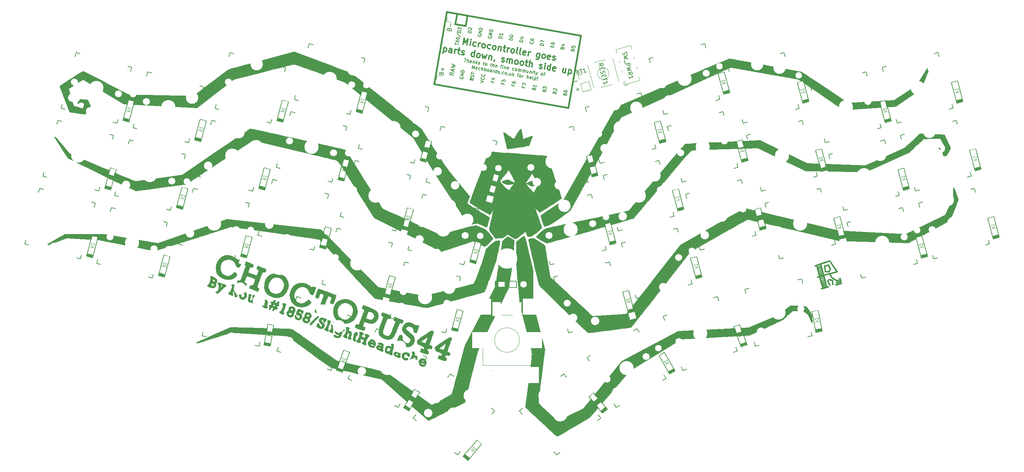
<source format=gto>
G04 #@! TF.GenerationSoftware,KiCad,Pcbnew,(5.1.9)-1*
G04 #@! TF.CreationDate,2021-07-05T21:58:00+03:00*
G04 #@! TF.ProjectId,choctopus44,63686f63-746f-4707-9573-34342e6b6963,1.0 Prototype*
G04 #@! TF.SameCoordinates,Original*
G04 #@! TF.FileFunction,Legend,Top*
G04 #@! TF.FilePolarity,Positive*
%FSLAX46Y46*%
G04 Gerber Fmt 4.6, Leading zero omitted, Abs format (unit mm)*
G04 Created by KiCad (PCBNEW (5.1.9)-1) date 2021-07-05 21:58:00*
%MOMM*%
%LPD*%
G01*
G04 APERTURE LIST*
%ADD10C,0.150000*%
%ADD11C,0.300000*%
%ADD12C,0.120000*%
%ADD13C,0.381000*%
%ADD14C,0.010000*%
%ADD15O,2.600000X2.200000*%
%ADD16O,1.600000X2.200000*%
%ADD17C,2.100000*%
%ADD18R,4.000000X4.000000*%
%ADD19R,2.000000X3.500000*%
%ADD20C,1.701800*%
%ADD21C,3.000000*%
%ADD22C,3.429000*%
%ADD23C,2.032000*%
%ADD24C,1.752600*%
%ADD25C,0.100000*%
%ADD26C,1.600000*%
%ADD27R,1.600000X1.200000*%
%ADD28R,1.600000X1.600000*%
%ADD29C,5.000000*%
%ADD30C,1.700000*%
%ADD31C,2.400000*%
G04 APERTURE END LIST*
D10*
X134351352Y-61124335D02*
X134801550Y-61203717D01*
X134437533Y-61951872D02*
X134576451Y-61164026D01*
X134925247Y-62037869D02*
X135064165Y-61250023D01*
X135262895Y-62097405D02*
X135335662Y-61684724D01*
X135311376Y-61603076D01*
X135242958Y-61552329D01*
X135130409Y-61532484D01*
X135048761Y-61556770D01*
X135004629Y-61587671D01*
X135975709Y-62223094D02*
X136048475Y-61810412D01*
X136024189Y-61728764D01*
X135955771Y-61678017D01*
X135805706Y-61651557D01*
X135724057Y-61675843D01*
X135982324Y-62185577D02*
X135900676Y-62209863D01*
X135713093Y-62176787D01*
X135644675Y-62126041D01*
X135620389Y-62044393D01*
X135633620Y-61969360D01*
X135684366Y-61900942D01*
X135766014Y-61876656D01*
X135953597Y-61909731D01*
X136035245Y-61885445D01*
X136443486Y-61764015D02*
X136350873Y-62289245D01*
X136430255Y-61839048D02*
X136474387Y-61808146D01*
X136556035Y-61783860D01*
X136668585Y-61803706D01*
X136737002Y-61854452D01*
X136761289Y-61936101D01*
X136688522Y-62348782D01*
X137063687Y-62414934D02*
X137202605Y-61627087D01*
X137191641Y-62128032D02*
X137363819Y-62467855D01*
X137456431Y-61942624D02*
X137103378Y-62189835D01*
X137670566Y-62483260D02*
X137738983Y-62534007D01*
X137889049Y-62560467D01*
X137970697Y-62536181D01*
X138021444Y-62467763D01*
X138028059Y-62430247D01*
X138003773Y-62348599D01*
X137935356Y-62297852D01*
X137822806Y-62278006D01*
X137754388Y-62227260D01*
X137730102Y-62145611D01*
X137736717Y-62108095D01*
X137787464Y-62039677D01*
X137869112Y-62015391D01*
X137981662Y-62035236D01*
X138050079Y-62085983D01*
X138919574Y-62200616D02*
X139219706Y-62253537D01*
X139078429Y-61957846D02*
X138959356Y-62633143D01*
X138983643Y-62714791D01*
X139052060Y-62765538D01*
X139127093Y-62778768D01*
X139502258Y-62844920D02*
X139433840Y-62794173D01*
X139402939Y-62750041D01*
X139378653Y-62668393D01*
X139418344Y-62443294D01*
X139469091Y-62374876D01*
X139513222Y-62343975D01*
X139594871Y-62319689D01*
X139707420Y-62339534D01*
X139775838Y-62390281D01*
X139806739Y-62434413D01*
X139831025Y-62516061D01*
X139791334Y-62741160D01*
X139740587Y-62809578D01*
X139696456Y-62840479D01*
X139614808Y-62864765D01*
X139502258Y-62844920D01*
X140682849Y-62511529D02*
X140982981Y-62564450D01*
X140841704Y-62268759D02*
X140722631Y-62944055D01*
X140746917Y-63025704D01*
X140815335Y-63076450D01*
X140890368Y-63089681D01*
X141152984Y-63135987D02*
X141291902Y-62348141D01*
X141490632Y-63195523D02*
X141563399Y-62782842D01*
X141539113Y-62701194D01*
X141470695Y-62650447D01*
X141358145Y-62630602D01*
X141276497Y-62654888D01*
X141232366Y-62685789D01*
X142172544Y-63277080D02*
X142090896Y-63301366D01*
X141940830Y-63274905D01*
X141872412Y-63224159D01*
X141848126Y-63142511D01*
X141901047Y-62842379D01*
X141951794Y-62773961D01*
X142033442Y-62749675D01*
X142183508Y-62776135D01*
X142251926Y-62826882D01*
X142276212Y-62908530D01*
X142262982Y-62983563D01*
X141874587Y-62992445D01*
X143121420Y-62941515D02*
X143421552Y-62994436D01*
X143141357Y-63486591D02*
X143260430Y-62811294D01*
X143311177Y-62742876D01*
X143392825Y-62718590D01*
X143467858Y-62731821D01*
X143591555Y-63565973D02*
X143684168Y-63040742D01*
X143730474Y-62778127D02*
X143686342Y-62809028D01*
X143717243Y-62853160D01*
X143761375Y-62822258D01*
X143730474Y-62778127D01*
X143717243Y-62853160D01*
X144059332Y-63106894D02*
X143966720Y-63632125D01*
X144046102Y-63181927D02*
X144090234Y-63151025D01*
X144171882Y-63126739D01*
X144284431Y-63146585D01*
X144352849Y-63197332D01*
X144377135Y-63278980D01*
X144304368Y-63691661D01*
X144986280Y-63773218D02*
X144904632Y-63797504D01*
X144754566Y-63771043D01*
X144686148Y-63720296D01*
X144661862Y-63638648D01*
X144714784Y-63338516D01*
X144765530Y-63270098D01*
X144847179Y-63245812D01*
X144997245Y-63272273D01*
X145065662Y-63323020D01*
X145089948Y-63404668D01*
X145076718Y-63479701D01*
X144688323Y-63488582D01*
X146299357Y-64004749D02*
X146217709Y-64029035D01*
X146067643Y-64002574D01*
X145999225Y-63951827D01*
X145968324Y-63907696D01*
X145944038Y-63826047D01*
X145983729Y-63600949D01*
X146034476Y-63532531D01*
X146078607Y-63501629D01*
X146160256Y-63477343D01*
X146310322Y-63503804D01*
X146378739Y-63554551D01*
X146742940Y-64121647D02*
X146674522Y-64070900D01*
X146643621Y-64026769D01*
X146619335Y-63945120D01*
X146659026Y-63720022D01*
X146709773Y-63651604D01*
X146753904Y-63620702D01*
X146835552Y-63596416D01*
X146948102Y-63616262D01*
X147016520Y-63667009D01*
X147047421Y-63711140D01*
X147071707Y-63792788D01*
X147032016Y-64017887D01*
X146981269Y-64086305D01*
X146937138Y-64117206D01*
X146855489Y-64141493D01*
X146742940Y-64121647D01*
X147343204Y-64227490D02*
X147435816Y-63702259D01*
X147422586Y-63777292D02*
X147466717Y-63746391D01*
X147548366Y-63722104D01*
X147660915Y-63741950D01*
X147729333Y-63792697D01*
X147753619Y-63874345D01*
X147680852Y-64287026D01*
X147753619Y-63874345D02*
X147804366Y-63805927D01*
X147886014Y-63781641D01*
X147998563Y-63801487D01*
X148066981Y-63852233D01*
X148091267Y-63933881D01*
X148018500Y-64346563D01*
X148393665Y-64412715D02*
X148486278Y-63887484D01*
X148473047Y-63962517D02*
X148517179Y-63931615D01*
X148598827Y-63907329D01*
X148711377Y-63927175D01*
X148779794Y-63977922D01*
X148804081Y-64059570D01*
X148731314Y-64472251D01*
X148804081Y-64059570D02*
X148854827Y-63991152D01*
X148936476Y-63966866D01*
X149049025Y-63986711D01*
X149117443Y-64037458D01*
X149141729Y-64119106D01*
X149068962Y-64531788D01*
X149874388Y-64132245D02*
X149781775Y-64657476D01*
X149536739Y-64072708D02*
X149463972Y-64485390D01*
X149488259Y-64567038D01*
X149556676Y-64617785D01*
X149669226Y-64637630D01*
X149750874Y-64613344D01*
X149795006Y-64582443D01*
X150249553Y-64198397D02*
X150156940Y-64723627D01*
X150236322Y-64273430D02*
X150280454Y-64242528D01*
X150362102Y-64218242D01*
X150474651Y-64238088D01*
X150543069Y-64288834D01*
X150567355Y-64370483D01*
X150494589Y-64783164D01*
X150869753Y-64849316D02*
X150962366Y-64324085D01*
X151008672Y-64061469D02*
X150964540Y-64092371D01*
X150995442Y-64136502D01*
X151039573Y-64105601D01*
X151008672Y-64061469D01*
X150995442Y-64136502D01*
X151224981Y-64370391D02*
X151525113Y-64423312D01*
X151383837Y-64127621D02*
X151264764Y-64802918D01*
X151289050Y-64884566D01*
X151357468Y-64935313D01*
X151432501Y-64948543D01*
X151712695Y-64456388D02*
X151807666Y-65014695D01*
X152087860Y-64522540D02*
X151807666Y-65014695D01*
X151699557Y-65189047D01*
X151655425Y-65219948D01*
X151573777Y-65244234D01*
X153008193Y-65226380D02*
X152939775Y-65175633D01*
X152908874Y-65131502D01*
X152884588Y-65049854D01*
X152924279Y-64824755D01*
X152975026Y-64756337D01*
X153019157Y-64725436D01*
X153100805Y-64701149D01*
X153213355Y-64720995D01*
X153281773Y-64771742D01*
X153312674Y-64815873D01*
X153336960Y-64897522D01*
X153297269Y-65122620D01*
X153246522Y-65191038D01*
X153202391Y-65221940D01*
X153120743Y-65246226D01*
X153008193Y-65226380D01*
X153588520Y-64787147D02*
X153888652Y-64840068D01*
X153608457Y-65332223D02*
X153727530Y-64656926D01*
X153778277Y-64588508D01*
X153859925Y-64564222D01*
X153934958Y-64577453D01*
X136172723Y-63628658D02*
X136311642Y-62840812D01*
X136475030Y-63449865D01*
X136836872Y-62933424D01*
X136697954Y-63721270D01*
X137379866Y-63802827D02*
X137298218Y-63827113D01*
X137148152Y-63800652D01*
X137079734Y-63749906D01*
X137055448Y-63668258D01*
X137108369Y-63368126D01*
X137159116Y-63299708D01*
X137240764Y-63275422D01*
X137390830Y-63301882D01*
X137459248Y-63352629D01*
X137483534Y-63434277D01*
X137470304Y-63509310D01*
X137081908Y-63518192D01*
X138092679Y-63928515D02*
X138011031Y-63952801D01*
X137860965Y-63926341D01*
X137792547Y-63875594D01*
X137761646Y-63831462D01*
X137737360Y-63749814D01*
X137777051Y-63524715D01*
X137827798Y-63456297D01*
X137871929Y-63425396D01*
X137953577Y-63401110D01*
X138103643Y-63427571D01*
X138172061Y-63478317D01*
X138423712Y-64025568D02*
X138562631Y-63237722D01*
X138761361Y-64085105D02*
X138834128Y-63672423D01*
X138809841Y-63590775D01*
X138741424Y-63540028D01*
X138628874Y-63520183D01*
X138547226Y-63544469D01*
X138503094Y-63575370D01*
X139136526Y-64151256D02*
X139275444Y-63363410D01*
X139222523Y-63663542D02*
X139304171Y-63639256D01*
X139454237Y-63665717D01*
X139522655Y-63716463D01*
X139553556Y-63760595D01*
X139577842Y-63842243D01*
X139538151Y-64067342D01*
X139487404Y-64135760D01*
X139443273Y-64166661D01*
X139361624Y-64190947D01*
X139211558Y-64164487D01*
X139143141Y-64113740D01*
X139961888Y-64296790D02*
X139893470Y-64246043D01*
X139862569Y-64201912D01*
X139838283Y-64120264D01*
X139877974Y-63895165D01*
X139928721Y-63826747D01*
X139972852Y-63795845D01*
X140054501Y-63771559D01*
X140167050Y-63791405D01*
X140235468Y-63842152D01*
X140266369Y-63886283D01*
X140290655Y-63967931D01*
X140250964Y-64193030D01*
X140200217Y-64261448D01*
X140156086Y-64292350D01*
X140074438Y-64316636D01*
X139961888Y-64296790D01*
X140899800Y-64462169D02*
X140972567Y-64049488D01*
X140948281Y-63967840D01*
X140879863Y-63917093D01*
X140729797Y-63890632D01*
X140648149Y-63914919D01*
X140906416Y-64424653D02*
X140824767Y-64448939D01*
X140637185Y-64415863D01*
X140568767Y-64365116D01*
X140544481Y-64283468D01*
X140557711Y-64208435D01*
X140608458Y-64140017D01*
X140690106Y-64115731D01*
X140877689Y-64148807D01*
X140959337Y-64124521D01*
X141274965Y-64528321D02*
X141367578Y-64003090D01*
X141341117Y-64153156D02*
X141391864Y-64084738D01*
X141435995Y-64053837D01*
X141517644Y-64029551D01*
X141592676Y-64042781D01*
X142100328Y-64673855D02*
X142239246Y-63886009D01*
X142106943Y-64636338D02*
X142025295Y-64660624D01*
X141875229Y-64634164D01*
X141806811Y-64583417D01*
X141775910Y-64539285D01*
X141751624Y-64457637D01*
X141791315Y-64232538D01*
X141842062Y-64164120D01*
X141886193Y-64133219D01*
X141967841Y-64108933D01*
X142117907Y-64135394D01*
X142186325Y-64186140D01*
X142444591Y-64695875D02*
X142513009Y-64746622D01*
X142663075Y-64773082D01*
X142744723Y-64748796D01*
X142795470Y-64680378D01*
X142802085Y-64642862D01*
X142777799Y-64561214D01*
X142709381Y-64510467D01*
X142596832Y-64490621D01*
X142528414Y-64439875D01*
X142504128Y-64358226D01*
X142510743Y-64320710D01*
X142561490Y-64252292D01*
X142643138Y-64228006D01*
X142755688Y-64247851D01*
X142824105Y-64298598D01*
X143126503Y-64777431D02*
X143157405Y-64821563D01*
X143113273Y-64852464D01*
X143082372Y-64808333D01*
X143126503Y-64777431D01*
X143113273Y-64852464D01*
X143832701Y-64940636D02*
X143751053Y-64964922D01*
X143600987Y-64938462D01*
X143532570Y-64887715D01*
X143501668Y-64843583D01*
X143477382Y-64761935D01*
X143517073Y-64536836D01*
X143567820Y-64468418D01*
X143611952Y-64437517D01*
X143693600Y-64413231D01*
X143843666Y-64439691D01*
X143912083Y-64490438D01*
X144276284Y-65057535D02*
X144207866Y-65006788D01*
X144176965Y-64962656D01*
X144152679Y-64881008D01*
X144192370Y-64655909D01*
X144243117Y-64587491D01*
X144287248Y-64556590D01*
X144368896Y-64532304D01*
X144481446Y-64552149D01*
X144549864Y-64602896D01*
X144580765Y-64647028D01*
X144605051Y-64728676D01*
X144565360Y-64953775D01*
X144514613Y-65022193D01*
X144470482Y-65053094D01*
X144388834Y-65077380D01*
X144276284Y-65057535D01*
X144889778Y-65088344D02*
X144920679Y-65132476D01*
X144876548Y-65163377D01*
X144845647Y-65119246D01*
X144889778Y-65088344D01*
X144876548Y-65163377D01*
X145681973Y-64763835D02*
X145589361Y-65289065D01*
X145344325Y-64704298D02*
X145271558Y-65116979D01*
X145295844Y-65198628D01*
X145364262Y-65249374D01*
X145476812Y-65269220D01*
X145558460Y-65244934D01*
X145602591Y-65214032D01*
X145964526Y-65355217D02*
X146103444Y-64567371D01*
X146092480Y-65068316D02*
X146264658Y-65408138D01*
X146357270Y-64882908D02*
X146004217Y-65130118D01*
X147182633Y-65028441D02*
X147482765Y-65081363D01*
X147202570Y-65573518D02*
X147321643Y-64898221D01*
X147372390Y-64829803D01*
X147454038Y-64805517D01*
X147529071Y-64818747D01*
X147765317Y-65672745D02*
X147696899Y-65621998D01*
X147665998Y-65577867D01*
X147641712Y-65496219D01*
X147681403Y-65271120D01*
X147732150Y-65202702D01*
X147776281Y-65171801D01*
X147857930Y-65147514D01*
X147970479Y-65167360D01*
X148038897Y-65218107D01*
X148069798Y-65262238D01*
X148094084Y-65343887D01*
X148054393Y-65568985D01*
X148003647Y-65637403D01*
X147959515Y-65668305D01*
X147877867Y-65692591D01*
X147765317Y-65672745D01*
X148365581Y-65778588D02*
X148458193Y-65253357D01*
X148431733Y-65403423D02*
X148482480Y-65335005D01*
X148526611Y-65304104D01*
X148608259Y-65279818D01*
X148683292Y-65293048D01*
X149453559Y-65970428D02*
X149592478Y-65182582D01*
X149791207Y-66029964D02*
X149863974Y-65617283D01*
X149839688Y-65535635D01*
X149771270Y-65484888D01*
X149658721Y-65465043D01*
X149577073Y-65489329D01*
X149532941Y-65520230D01*
X150473119Y-66111521D02*
X150391471Y-66135807D01*
X150241405Y-66109346D01*
X150172988Y-66058600D01*
X150148701Y-65976951D01*
X150201623Y-65676820D01*
X150252370Y-65608402D01*
X150334018Y-65584116D01*
X150484084Y-65610576D01*
X150552501Y-65661323D01*
X150576788Y-65742971D01*
X150563557Y-65818004D01*
X150175162Y-65826885D01*
X150954219Y-66235035D02*
X150885801Y-66184288D01*
X150861515Y-66102640D01*
X150980588Y-65427343D01*
X151346963Y-65762725D02*
X151208044Y-66550571D01*
X151340348Y-65800242D02*
X151421996Y-65775955D01*
X151572062Y-65802416D01*
X151640480Y-65853163D01*
X151671381Y-65897295D01*
X151695667Y-65978943D01*
X151655976Y-66204042D01*
X151605229Y-66272459D01*
X151561097Y-66303361D01*
X151479449Y-66327647D01*
X151329383Y-66301186D01*
X151260966Y-66250439D01*
X151980394Y-66338611D02*
X152011295Y-66382743D01*
X151967164Y-66413644D01*
X151936262Y-66369512D01*
X151980394Y-66338611D01*
X151967164Y-66413644D01*
X152020085Y-66113512D02*
X152061951Y-65656699D01*
X152106082Y-65625798D01*
X152136984Y-65669930D01*
X152020085Y-66113512D01*
X152106082Y-65625798D01*
D11*
X133989309Y-57702888D02*
X134249781Y-56225677D01*
X134556133Y-57367652D01*
X135234589Y-56399325D01*
X134974117Y-57876536D01*
X135677551Y-58000571D02*
X135851199Y-57015763D01*
X135938023Y-56523359D02*
X135855276Y-56581299D01*
X135913216Y-56664046D01*
X135995963Y-56606106D01*
X135938023Y-56523359D01*
X135913216Y-56664046D01*
X137026479Y-58165893D02*
X136873389Y-58211429D01*
X136592015Y-58161816D01*
X136463732Y-58066665D01*
X136405792Y-57983918D01*
X136360255Y-57830828D01*
X136434676Y-57408768D01*
X136529826Y-57280484D01*
X136612573Y-57222544D01*
X136765663Y-57177008D01*
X137047037Y-57226622D01*
X137175320Y-57321772D01*
X137647166Y-58347867D02*
X137820814Y-57363059D01*
X137771201Y-57644433D02*
X137866351Y-57516150D01*
X137949098Y-57458210D01*
X138102188Y-57412673D01*
X138242875Y-57437480D01*
X138772661Y-58546322D02*
X138644377Y-58451172D01*
X138586437Y-58368425D01*
X138540901Y-58215335D01*
X138615322Y-57793274D01*
X138710472Y-57664991D01*
X138793219Y-57607051D01*
X138946309Y-57561514D01*
X139157339Y-57598725D01*
X139285623Y-57693875D01*
X139343563Y-57776622D01*
X139389099Y-57929712D01*
X139314678Y-58351773D01*
X139219528Y-58480056D01*
X139136781Y-58537996D01*
X138983691Y-58583533D01*
X138772661Y-58546322D01*
X140543650Y-58786065D02*
X140390559Y-58831601D01*
X140109186Y-58781988D01*
X139980902Y-58686837D01*
X139922962Y-58604090D01*
X139877426Y-58451000D01*
X139951846Y-58028940D01*
X140046997Y-57900656D01*
X140129744Y-57842716D01*
X140282834Y-57797180D01*
X140564207Y-57846794D01*
X140692491Y-57941944D01*
X141375367Y-59005250D02*
X141247084Y-58910099D01*
X141189144Y-58827352D01*
X141143607Y-58674262D01*
X141218028Y-58252202D01*
X141313178Y-58123918D01*
X141395925Y-58065978D01*
X141549015Y-58020442D01*
X141760045Y-58057652D01*
X141888329Y-58152802D01*
X141946269Y-58235549D01*
X141991805Y-58388639D01*
X141917385Y-58810700D01*
X141822234Y-58938983D01*
X141739488Y-58996923D01*
X141586397Y-59042460D01*
X141375367Y-59005250D01*
X142674510Y-58218897D02*
X142500862Y-59203705D01*
X142649703Y-58359584D02*
X142732450Y-58301644D01*
X142885540Y-58256107D01*
X143096570Y-58293317D01*
X143224854Y-58388468D01*
X143270390Y-58541558D01*
X143133952Y-59315336D01*
X143800004Y-58417352D02*
X144362752Y-58516579D01*
X144097859Y-57962158D02*
X143874597Y-59228340D01*
X143920133Y-59381430D01*
X144048417Y-59476580D01*
X144189103Y-59501387D01*
X144681507Y-59588211D02*
X144855156Y-58603404D01*
X144805542Y-58884777D02*
X144900692Y-58756494D01*
X144983439Y-58698554D01*
X145136529Y-58653017D01*
X145277216Y-58677824D01*
X145807002Y-59786666D02*
X145678719Y-59691516D01*
X145620779Y-59608769D01*
X145575242Y-59455679D01*
X145649663Y-59033618D01*
X145744813Y-58905335D01*
X145827560Y-58847395D01*
X145980650Y-58801859D01*
X146191680Y-58839069D01*
X146319964Y-58934219D01*
X146377904Y-59016966D01*
X146423440Y-59170056D01*
X146349020Y-59592117D01*
X146253869Y-59720400D01*
X146171122Y-59778340D01*
X146018032Y-59823877D01*
X145807002Y-59786666D01*
X147143527Y-60022332D02*
X147015243Y-59927181D01*
X146969707Y-59774091D01*
X147192969Y-58507910D01*
X147917304Y-60158770D02*
X147789021Y-60063619D01*
X147743484Y-59910529D01*
X147966746Y-58644348D01*
X149055202Y-60286881D02*
X148902112Y-60332418D01*
X148620738Y-60282804D01*
X148492455Y-60187654D01*
X148446918Y-60034563D01*
X148546146Y-59471816D01*
X148641296Y-59343533D01*
X148794387Y-59297996D01*
X149075760Y-59347610D01*
X149204044Y-59442760D01*
X149249580Y-59595851D01*
X149224773Y-59736537D01*
X148496532Y-59753190D01*
X149746233Y-60481259D02*
X149919881Y-59496451D01*
X149870267Y-59777825D02*
X149965418Y-59649542D01*
X150048164Y-59591602D01*
X150201255Y-59546065D01*
X150341942Y-59570872D01*
X152592931Y-59967782D02*
X152382072Y-61163620D01*
X152286922Y-61291903D01*
X152204175Y-61349843D01*
X152051085Y-61395380D01*
X151840055Y-61358170D01*
X151711771Y-61263019D01*
X152431686Y-60882246D02*
X152278596Y-60927783D01*
X151997222Y-60878169D01*
X151868939Y-60783019D01*
X151810999Y-60700272D01*
X151765462Y-60547182D01*
X151839883Y-60125121D01*
X151935033Y-59996838D01*
X152017780Y-59938898D01*
X152170870Y-59893361D01*
X152452244Y-59942975D01*
X152580527Y-60038125D01*
X153333747Y-61113835D02*
X153205464Y-61018684D01*
X153147524Y-60935937D01*
X153101987Y-60782847D01*
X153176408Y-60360787D01*
X153271558Y-60232503D01*
X153354305Y-60174563D01*
X153507395Y-60129027D01*
X153718425Y-60166237D01*
X153846709Y-60261387D01*
X153904649Y-60344134D01*
X153950185Y-60497225D01*
X153875765Y-60919285D01*
X153780614Y-61047568D01*
X153697867Y-61105508D01*
X153544777Y-61151045D01*
X153333747Y-61113835D01*
X155034392Y-61341174D02*
X154881302Y-61386710D01*
X154599928Y-61337096D01*
X154471645Y-61241946D01*
X154426108Y-61088856D01*
X154525336Y-60526109D01*
X154620486Y-60397825D01*
X154773576Y-60352289D01*
X155054950Y-60401902D01*
X155183233Y-60497053D01*
X155228770Y-60650143D01*
X155203963Y-60790830D01*
X154475722Y-60807482D01*
X155667483Y-61452805D02*
X155795766Y-61547955D01*
X156077140Y-61597569D01*
X156230230Y-61552032D01*
X156325380Y-61423749D01*
X156337784Y-61353405D01*
X156292247Y-61200315D01*
X156163964Y-61105165D01*
X155952934Y-61067955D01*
X155824650Y-60972804D01*
X155779114Y-60819714D01*
X155791517Y-60749371D01*
X155886668Y-60621087D01*
X156039758Y-60575551D01*
X156250788Y-60612761D01*
X156379071Y-60707911D01*
X129394034Y-58466529D02*
X129133562Y-59943740D01*
X129381631Y-58536872D02*
X129534721Y-58491336D01*
X129816095Y-58540949D01*
X129944378Y-58636100D01*
X130002318Y-58718847D01*
X130047855Y-58871937D01*
X129973434Y-59293997D01*
X129878284Y-59422281D01*
X129795537Y-59480221D01*
X129642447Y-59525757D01*
X129361073Y-59476143D01*
X129232790Y-59380993D01*
X131190002Y-59798633D02*
X131326439Y-59024855D01*
X131280903Y-58871765D01*
X131152620Y-58776615D01*
X130871246Y-58727001D01*
X130718156Y-58772538D01*
X131202405Y-59728289D02*
X131049315Y-59773826D01*
X130697598Y-59711809D01*
X130569314Y-59616659D01*
X130523778Y-59463568D01*
X130548585Y-59322881D01*
X130643735Y-59194598D01*
X130796825Y-59149062D01*
X131148542Y-59211079D01*
X131301633Y-59165542D01*
X131893436Y-59922667D02*
X132067084Y-58937860D01*
X132017470Y-59219233D02*
X132112620Y-59090950D01*
X132195367Y-59033010D01*
X132348458Y-58987473D01*
X132489144Y-59012280D01*
X132770518Y-59061894D02*
X133333265Y-59161122D01*
X133068372Y-58606700D02*
X132845110Y-59872882D01*
X132890647Y-60025972D01*
X133018930Y-60121122D01*
X133159617Y-60145929D01*
X133594081Y-60150006D02*
X133722364Y-60245157D01*
X134003738Y-60294771D01*
X134156828Y-60249234D01*
X134251979Y-60120951D01*
X134264382Y-60050607D01*
X134218846Y-59897517D01*
X134090562Y-59802367D01*
X133879532Y-59765156D01*
X133751249Y-59670006D01*
X133705712Y-59516916D01*
X133718115Y-59446572D01*
X133813266Y-59318289D01*
X133966356Y-59272752D01*
X134177386Y-59309963D01*
X134305670Y-59405113D01*
X136606444Y-60753698D02*
X136866917Y-59276486D01*
X136618848Y-60683354D02*
X136465757Y-60728891D01*
X136184384Y-60679277D01*
X136056100Y-60584127D01*
X135998160Y-60501380D01*
X135952624Y-60348290D01*
X136027045Y-59926229D01*
X136122195Y-59797946D01*
X136204942Y-59740006D01*
X136358032Y-59694469D01*
X136639406Y-59744083D01*
X136767689Y-59839234D01*
X137520909Y-60914943D02*
X137392625Y-60819792D01*
X137334685Y-60737045D01*
X137289149Y-60583955D01*
X137363569Y-60161895D01*
X137458720Y-60033611D01*
X137541467Y-59975671D01*
X137694557Y-59930135D01*
X137905587Y-59967345D01*
X138033870Y-60062495D01*
X138091810Y-60145242D01*
X138137347Y-60298333D01*
X138062926Y-60720393D01*
X137967776Y-60848676D01*
X137885029Y-60906616D01*
X137731939Y-60952153D01*
X137520909Y-60914943D01*
X138679365Y-60103783D02*
X138787090Y-61138205D01*
X139192498Y-60484384D01*
X139349837Y-61237432D01*
X139804859Y-60302238D01*
X140367606Y-60401466D02*
X140193958Y-61386273D01*
X140342800Y-60542152D02*
X140425546Y-60484212D01*
X140578637Y-60438676D01*
X140789667Y-60475886D01*
X140917950Y-60571037D01*
X140963487Y-60724127D01*
X140827049Y-61497904D01*
X141613230Y-61563999D02*
X141600826Y-61634342D01*
X141505676Y-61762626D01*
X141422929Y-61820566D01*
X143301472Y-61861681D02*
X143429755Y-61956832D01*
X143711129Y-62006445D01*
X143864219Y-61960909D01*
X143959369Y-61832626D01*
X143971773Y-61762282D01*
X143926236Y-61609192D01*
X143797953Y-61514042D01*
X143586923Y-61476831D01*
X143458639Y-61381681D01*
X143413103Y-61228591D01*
X143425506Y-61158247D01*
X143520656Y-61029964D01*
X143673747Y-60984427D01*
X143884777Y-61021638D01*
X144013060Y-61116788D01*
X144555250Y-62155287D02*
X144728898Y-61170479D01*
X144704091Y-61311166D02*
X144786838Y-61253226D01*
X144939928Y-61207689D01*
X145150958Y-61244900D01*
X145279242Y-61340050D01*
X145324778Y-61493140D01*
X145188340Y-62266918D01*
X145324778Y-61493140D02*
X145419929Y-61364857D01*
X145573019Y-61319320D01*
X145784049Y-61356531D01*
X145912332Y-61451681D01*
X145957869Y-61604771D01*
X145821431Y-62378549D01*
X146735895Y-62539793D02*
X146607612Y-62444643D01*
X146549672Y-62361896D01*
X146504136Y-62208806D01*
X146578556Y-61786746D01*
X146673706Y-61658462D01*
X146756453Y-61600522D01*
X146909544Y-61554986D01*
X147120574Y-61592196D01*
X147248857Y-61687346D01*
X147306797Y-61770093D01*
X147352334Y-61923183D01*
X147277913Y-62345244D01*
X147182763Y-62473527D01*
X147100016Y-62531467D01*
X146946926Y-62577004D01*
X146735895Y-62539793D01*
X148072420Y-62775459D02*
X147944137Y-62680309D01*
X147886197Y-62597562D01*
X147840660Y-62444471D01*
X147915081Y-62022411D01*
X148010231Y-61894128D01*
X148092978Y-61836188D01*
X148246068Y-61790651D01*
X148457099Y-61827861D01*
X148585382Y-61923012D01*
X148643322Y-62005759D01*
X148688859Y-62158849D01*
X148614438Y-62580909D01*
X148519288Y-62709193D01*
X148436541Y-62767133D01*
X148283450Y-62812669D01*
X148072420Y-62775459D01*
X149160533Y-61951896D02*
X149723280Y-62051123D01*
X149458387Y-61496702D02*
X149235125Y-62762884D01*
X149280662Y-62915974D01*
X149408945Y-63011124D01*
X149549632Y-63035931D01*
X150042036Y-63122755D02*
X150302508Y-61645544D01*
X150675126Y-63234386D02*
X150811564Y-62460609D01*
X150766028Y-62307518D01*
X150637744Y-62212368D01*
X150426714Y-62175158D01*
X150273624Y-62220694D01*
X150190877Y-62278634D01*
X152446115Y-63474129D02*
X152574399Y-63569279D01*
X152855772Y-63618893D01*
X153008862Y-63573356D01*
X153104013Y-63445073D01*
X153116416Y-63374729D01*
X153070880Y-63221639D01*
X152942596Y-63126489D01*
X152731566Y-63089279D01*
X152603283Y-62994128D01*
X152557746Y-62841038D01*
X152570150Y-62770695D01*
X152665300Y-62642411D01*
X152818390Y-62596875D01*
X153029420Y-62634085D01*
X153157704Y-62729235D01*
X153699893Y-63767734D02*
X153873541Y-62782926D01*
X153960365Y-62290522D02*
X153877619Y-62348462D01*
X153935558Y-62431209D01*
X154018305Y-62373269D01*
X153960365Y-62290522D01*
X153935558Y-62431209D01*
X155036418Y-64003399D02*
X155296890Y-62526188D01*
X155048821Y-63933056D02*
X154895731Y-63978593D01*
X154614357Y-63928979D01*
X154486074Y-63833829D01*
X154428134Y-63751082D01*
X154382598Y-63597991D01*
X154457018Y-63175931D01*
X154552169Y-63047648D01*
X154634915Y-62989708D01*
X154788006Y-62944171D01*
X155069379Y-62993785D01*
X155197663Y-63088935D01*
X156315003Y-64156318D02*
X156161912Y-64201855D01*
X155880539Y-64152241D01*
X155752255Y-64057090D01*
X155706719Y-63904000D01*
X155805946Y-63341253D01*
X155901097Y-63212970D01*
X156054187Y-63167433D01*
X156335561Y-63217047D01*
X156463844Y-63312197D01*
X156509381Y-63465287D01*
X156484574Y-63605974D01*
X155756333Y-63622627D01*
X158938267Y-63675974D02*
X158764619Y-64660782D01*
X158305176Y-63564343D02*
X158168738Y-64338121D01*
X158214275Y-64491211D01*
X158342558Y-64586361D01*
X158553588Y-64623572D01*
X158706679Y-64578035D01*
X158789426Y-64520095D01*
X159641701Y-63800009D02*
X159381229Y-65277220D01*
X159629298Y-63870352D02*
X159782388Y-63824815D01*
X160063761Y-63874429D01*
X160192045Y-63969579D01*
X160249985Y-64052326D01*
X160295521Y-64205417D01*
X160221101Y-64627477D01*
X160125950Y-64755760D01*
X160043204Y-64813700D01*
X159890113Y-64859237D01*
X159608740Y-64809623D01*
X159480456Y-64714473D01*
D10*
X161659484Y-66592407D02*
X160923541Y-66789603D01*
X162139484Y-68562407D02*
X161403541Y-68759603D01*
X161672915Y-68293033D02*
X161870110Y-69028977D01*
D12*
X147660000Y-129500000D02*
G75*
G03*
X147660000Y-129500000I-3000000J0D01*
G01*
X138760000Y-127500000D02*
X138760000Y-123400000D01*
X150560000Y-123400000D02*
X150560000Y-127500000D01*
X150560000Y-131500000D02*
X150560000Y-135600000D01*
X138760000Y-131500000D02*
X138760000Y-135600000D01*
X138760000Y-135600000D02*
X150560000Y-135600000D01*
X140860000Y-137000000D02*
X140560000Y-137300000D01*
X140560000Y-137300000D02*
X140560000Y-136700000D01*
X140560000Y-136700000D02*
X140860000Y-137000000D01*
X138760000Y-123400000D02*
X141160000Y-123400000D01*
X143360000Y-123400000D02*
X145960000Y-123400000D01*
X148160000Y-123400000D02*
X150560000Y-123400000D01*
X144160000Y-129500000D02*
X145160000Y-129500000D01*
X144660000Y-130000000D02*
X144660000Y-129000000D01*
D10*
X163858605Y-74047912D02*
X163599786Y-73081987D01*
X167223253Y-86604948D02*
X168189178Y-86346129D01*
X164565712Y-72823167D02*
X163599786Y-73081987D01*
X167223253Y-86604948D02*
X166964433Y-85639022D01*
X180487395Y-82015556D02*
X180746214Y-82981481D01*
X177122747Y-69458520D02*
X176156822Y-69717339D01*
X179780288Y-83240301D02*
X180746214Y-82981481D01*
X177122747Y-69458520D02*
X177381567Y-70424446D01*
X72834305Y-77161853D02*
X73093125Y-76195927D01*
X69469658Y-89718888D02*
X70435584Y-89977708D01*
X74059050Y-76454746D02*
X73093125Y-76195927D01*
X69469658Y-89718888D02*
X69728477Y-88752963D01*
X83251439Y-92376429D02*
X82992619Y-93342355D01*
X86616086Y-79819394D02*
X85650160Y-79560574D01*
X82026694Y-93083536D02*
X82992619Y-93342355D01*
X86616086Y-79819394D02*
X86357267Y-80785319D01*
X128410350Y-78601101D02*
X128669170Y-77635175D01*
X125045703Y-91158136D02*
X126011629Y-91416956D01*
X129635095Y-77893994D02*
X128669170Y-77635175D01*
X125045703Y-91158136D02*
X125304522Y-90192211D01*
X138827484Y-93815677D02*
X138568664Y-94781603D01*
X142192131Y-81258642D02*
X141226205Y-80999822D01*
X137602739Y-94522784D02*
X138568664Y-94781603D01*
X142192131Y-81258642D02*
X141933312Y-82224567D01*
X179347982Y-62154667D02*
X179089163Y-61188742D01*
X182712630Y-74711703D02*
X183678555Y-74452884D01*
X180055089Y-60929922D02*
X179089163Y-61188742D01*
X182712630Y-74711703D02*
X182453810Y-73745777D01*
X195976772Y-70122311D02*
X196235591Y-71088236D01*
X192612124Y-57565275D02*
X191646199Y-57824094D01*
X195269665Y-71347056D02*
X196235591Y-71088236D01*
X192612124Y-57565275D02*
X192870944Y-58531201D01*
X111940311Y-70424528D02*
X112199131Y-69458602D01*
X108575664Y-82981563D02*
X109541590Y-83240383D01*
X113165056Y-69717421D02*
X112199131Y-69458602D01*
X108575664Y-82981563D02*
X108834483Y-82015638D01*
X122357445Y-85639104D02*
X122098625Y-86605030D01*
X125722092Y-73082069D02*
X124756166Y-72823249D01*
X121132700Y-86346211D02*
X122098625Y-86605030D01*
X125722092Y-73082069D02*
X125463273Y-74047994D01*
X244708430Y-97249675D02*
X244449611Y-96283750D01*
X248073078Y-109806711D02*
X249039003Y-109547892D01*
X245415537Y-96024930D02*
X244449611Y-96283750D01*
X248073078Y-109806711D02*
X247814258Y-108840785D01*
X261337220Y-105217319D02*
X261596039Y-106183244D01*
X257972572Y-92660283D02*
X257006647Y-92919102D01*
X260630113Y-106442064D02*
X261596039Y-106183244D01*
X257972572Y-92660283D02*
X258231392Y-93626209D01*
X96450934Y-58531283D02*
X96709754Y-57565357D01*
X93086287Y-71088318D02*
X94052213Y-71347138D01*
X97675679Y-57824176D02*
X96709754Y-57565357D01*
X93086287Y-71088318D02*
X93345106Y-70122393D01*
X106868068Y-73745859D02*
X106609248Y-74711785D01*
X110232715Y-61188824D02*
X109266789Y-60930004D01*
X105643323Y-74452966D02*
X106609248Y-74711785D01*
X110232715Y-61188824D02*
X109973896Y-62154749D01*
X31090487Y-93626291D02*
X31349307Y-92660365D01*
X27725840Y-106183326D02*
X28691766Y-106442146D01*
X32315232Y-92919184D02*
X31349307Y-92660365D01*
X27725840Y-106183326D02*
X27984659Y-105217401D01*
X41507621Y-108840867D02*
X41248801Y-109806793D01*
X44872268Y-96283832D02*
X43906342Y-96025012D01*
X40282876Y-109547974D02*
X41248801Y-109806793D01*
X44872268Y-96283832D02*
X44613449Y-97249757D01*
X130289416Y-138458153D02*
X130932203Y-137692109D01*
X121933177Y-148416731D02*
X122699221Y-149059518D01*
X131698248Y-138334896D02*
X130932203Y-137692109D01*
X121933177Y-148416731D02*
X122575964Y-147650686D01*
X133300586Y-156649713D02*
X132657799Y-157415757D01*
X141656825Y-146691135D02*
X140890781Y-146048348D01*
X131891754Y-156772970D02*
X132657799Y-157415757D01*
X141656825Y-146691135D02*
X141014038Y-147457180D01*
X182838865Y-124703345D02*
X182496845Y-123763653D01*
X187285127Y-136919349D02*
X188224819Y-136577329D01*
X183436537Y-123421633D02*
X182496845Y-123763653D01*
X187285127Y-136919349D02*
X186943107Y-135979657D01*
X200098803Y-131191375D02*
X200440823Y-132131067D01*
X195652541Y-118975371D02*
X194712849Y-119317391D01*
X199501131Y-132473087D02*
X200440823Y-132131067D01*
X195652541Y-118975371D02*
X195994561Y-119915063D01*
X164580914Y-134573043D02*
X164080914Y-133707017D01*
X171080914Y-145831373D02*
X171946940Y-145331373D01*
X164946940Y-133207017D02*
X164080914Y-133707017D01*
X171080914Y-145831373D02*
X170580914Y-144965347D01*
X182705270Y-137965347D02*
X183205270Y-138831373D01*
X176205270Y-126707017D02*
X175339244Y-127207017D01*
X182339244Y-139331373D02*
X183205270Y-138831373D01*
X176205270Y-126707017D02*
X176705270Y-127573043D01*
X93325986Y-119915063D02*
X93668006Y-118975371D01*
X88879724Y-132131067D02*
X89819416Y-132473087D01*
X94607698Y-119317391D02*
X93668006Y-118975371D01*
X88879724Y-132131067D02*
X89221744Y-131191375D01*
X102377440Y-135979657D02*
X102035420Y-136919349D01*
X106823702Y-123763653D02*
X105884010Y-123421633D01*
X101095728Y-136577329D02*
X102035420Y-136919349D01*
X106823702Y-123763653D02*
X106481682Y-124703345D01*
X73022144Y-115725616D02*
X73195792Y-114740808D01*
X70764717Y-128528117D02*
X71749525Y-128701765D01*
X74180600Y-114914457D02*
X73195792Y-114740808D01*
X70764717Y-128528117D02*
X70938366Y-127543309D01*
X84725674Y-129974384D02*
X84552026Y-130959192D01*
X86983101Y-117171883D02*
X85998293Y-116998235D01*
X83567218Y-130785543D02*
X84552026Y-130959192D01*
X86983101Y-117171883D02*
X86809452Y-118156691D01*
X227279719Y-101926484D02*
X227020900Y-100960559D01*
X230644367Y-114483520D02*
X231610292Y-114224701D01*
X227986826Y-100701739D02*
X227020900Y-100960559D01*
X230644367Y-114483520D02*
X230385547Y-113517594D01*
X243908509Y-109894128D02*
X244167328Y-110860053D01*
X240543861Y-97337092D02*
X239577936Y-97595911D01*
X243201402Y-111118873D02*
X244167328Y-110860053D01*
X240543861Y-97337092D02*
X240802681Y-98303018D01*
X207377564Y-97263327D02*
X207118745Y-96297402D01*
X210742212Y-109820363D02*
X211708137Y-109561544D01*
X208084671Y-96038582D02*
X207118745Y-96297402D01*
X210742212Y-109820363D02*
X210483392Y-108854437D01*
X224006354Y-105230971D02*
X224265173Y-106196896D01*
X220641706Y-92673935D02*
X219675781Y-92932754D01*
X223299247Y-106455716D02*
X224265173Y-106196896D01*
X220641706Y-92673935D02*
X220900526Y-93639861D01*
X172647652Y-106927011D02*
X172388833Y-105961086D01*
X176012300Y-119484047D02*
X176978225Y-119225228D01*
X173354759Y-105702266D02*
X172388833Y-105961086D01*
X176012300Y-119484047D02*
X175753480Y-118518121D01*
X189276442Y-114894655D02*
X189535261Y-115860580D01*
X185911794Y-102337619D02*
X184945869Y-102596438D01*
X188569335Y-116119400D02*
X189535261Y-115860580D01*
X185911794Y-102337619D02*
X186170614Y-103303545D01*
X240294606Y-80761624D02*
X240035787Y-79795699D01*
X243659254Y-93318660D02*
X244625179Y-93059841D01*
X241001713Y-79536879D02*
X240035787Y-79795699D01*
X243659254Y-93318660D02*
X243400434Y-92352734D01*
X256923396Y-88729268D02*
X257182215Y-89695193D01*
X253558748Y-76172232D02*
X252592823Y-76431051D01*
X256216289Y-89954013D02*
X257182215Y-89695193D01*
X253558748Y-76172232D02*
X253817568Y-77138158D01*
X222909229Y-85474794D02*
X222650410Y-84508869D01*
X226273877Y-98031830D02*
X227239802Y-97773011D01*
X223616336Y-84250049D02*
X222650410Y-84508869D01*
X226273877Y-98031830D02*
X226015057Y-97065904D01*
X239538019Y-93442438D02*
X239796838Y-94408363D01*
X236173371Y-80885402D02*
X235207446Y-81144221D01*
X238830912Y-94667183D02*
X239796838Y-94408363D01*
X236173371Y-80885402D02*
X236432191Y-81851328D01*
X202964612Y-80785237D02*
X202705793Y-79819312D01*
X206329260Y-93342273D02*
X207295185Y-93083454D01*
X203671719Y-79560492D02*
X202705793Y-79819312D01*
X206329260Y-93342273D02*
X206070440Y-92376347D01*
X219593402Y-88752881D02*
X219852221Y-89718806D01*
X216228754Y-76195845D02*
X215262829Y-76454664D01*
X218886295Y-89977626D02*
X219852221Y-89718806D01*
X216228754Y-76195845D02*
X216487574Y-77161771D01*
X183750973Y-78633628D02*
X183492154Y-77667703D01*
X187115621Y-91190664D02*
X188081546Y-90931845D01*
X184458080Y-77408883D02*
X183492154Y-77667703D01*
X187115621Y-91190664D02*
X186856801Y-90224738D01*
X200379763Y-86601272D02*
X200638582Y-87567197D01*
X197015115Y-74044236D02*
X196049190Y-74303055D01*
X199672656Y-87826017D02*
X200638582Y-87567197D01*
X197015115Y-74044236D02*
X197273935Y-75010162D01*
X168249019Y-90497859D02*
X167990200Y-89531934D01*
X171613667Y-103054895D02*
X172579592Y-102796076D01*
X168956126Y-89273114D02*
X167990200Y-89531934D01*
X171613667Y-103054895D02*
X171354847Y-102088969D01*
X184877809Y-98465503D02*
X185136628Y-99431428D01*
X181513161Y-85908467D02*
X180547236Y-86167286D01*
X184170702Y-99690248D02*
X185136628Y-99431428D01*
X181513161Y-85908467D02*
X181771981Y-86874393D01*
X151799776Y-98682651D02*
X151540957Y-97716726D01*
X155164424Y-111239687D02*
X156130349Y-110980868D01*
X152506883Y-97457906D02*
X151540957Y-97716726D01*
X155164424Y-111239687D02*
X154905604Y-110273761D01*
X168428566Y-106650295D02*
X168687385Y-107616220D01*
X165063918Y-94093259D02*
X164097993Y-94352078D01*
X167721459Y-107875040D02*
X168687385Y-107616220D01*
X165063918Y-94093259D02*
X165322738Y-95059185D01*
X103151264Y-103303627D02*
X103410084Y-102337701D01*
X99786617Y-115860662D02*
X100752543Y-116119482D01*
X104376009Y-102596520D02*
X103410084Y-102337701D01*
X99786617Y-115860662D02*
X100045436Y-114894737D01*
X113568398Y-118518203D02*
X113309578Y-119484129D01*
X116933045Y-105961168D02*
X115967119Y-105702348D01*
X112343653Y-119225310D02*
X113309578Y-119484129D01*
X116933045Y-105961168D02*
X116674226Y-106927093D01*
X87628760Y-91497827D02*
X87887580Y-90531901D01*
X84264113Y-104054862D02*
X85230039Y-104313682D01*
X88853505Y-90790720D02*
X87887580Y-90531901D01*
X84264113Y-104054862D02*
X84522932Y-103088937D01*
X98045894Y-106712403D02*
X97787074Y-107678329D01*
X101410541Y-94155368D02*
X100444615Y-93896548D01*
X96821149Y-107419510D02*
X97787074Y-107678329D01*
X101410541Y-94155368D02*
X101151722Y-95121293D01*
X68421352Y-93639943D02*
X68680172Y-92674017D01*
X65056705Y-106196978D02*
X66022631Y-106455798D01*
X69646097Y-92932836D02*
X68680172Y-92674017D01*
X65056705Y-106196978D02*
X65315524Y-105231053D01*
X78838486Y-108854519D02*
X78579666Y-109820445D01*
X82203133Y-96297484D02*
X81237207Y-96038664D01*
X77613741Y-109561626D02*
X78579666Y-109820445D01*
X82203133Y-96297484D02*
X81944314Y-97263409D01*
X123999140Y-95059267D02*
X124257960Y-94093341D01*
X120634493Y-107616302D02*
X121600419Y-107875122D01*
X125223885Y-94352160D02*
X124257960Y-94093341D01*
X120634493Y-107616302D02*
X120893312Y-106650377D01*
X134416274Y-110273843D02*
X134157454Y-111239769D01*
X137780921Y-97716808D02*
X136814995Y-97457988D01*
X133191529Y-110980950D02*
X134157454Y-111239769D01*
X137780921Y-97716808D02*
X137522102Y-98682733D01*
X107549897Y-86874475D02*
X107808717Y-85908549D01*
X104185250Y-99431510D02*
X105151176Y-99690330D01*
X108774642Y-86167368D02*
X107808717Y-85908549D01*
X104185250Y-99431510D02*
X104444069Y-98465585D01*
X117967031Y-102089051D02*
X117708211Y-103054977D01*
X121331678Y-89532016D02*
X120365752Y-89273196D01*
X116742286Y-102796158D02*
X117708211Y-103054977D01*
X121331678Y-89532016D02*
X121072859Y-90497941D01*
X52889688Y-81851410D02*
X53148508Y-80885484D01*
X49525041Y-94408445D02*
X50490967Y-94667265D01*
X54114433Y-81144303D02*
X53148508Y-80885484D01*
X49525041Y-94408445D02*
X49783860Y-93442520D01*
X63306822Y-97065986D02*
X63048002Y-98031912D01*
X66671469Y-84508951D02*
X65705543Y-84250131D01*
X62082077Y-97773093D02*
X63048002Y-98031912D01*
X66671469Y-84508951D02*
X66412650Y-85474876D01*
X77234681Y-60712777D02*
X77493501Y-59746851D01*
X73870034Y-73269812D02*
X74835960Y-73528632D01*
X78459426Y-60005670D02*
X77493501Y-59746851D01*
X73870034Y-73269812D02*
X74128853Y-72303887D01*
X87651815Y-75927353D02*
X87392995Y-76893279D01*
X91016462Y-63370318D02*
X90050536Y-63111498D01*
X86427070Y-76634460D02*
X87392995Y-76893279D01*
X91016462Y-63370318D02*
X90757643Y-64336243D01*
X57320821Y-65394987D02*
X57579641Y-64429061D01*
X53956174Y-77952022D02*
X54922100Y-78210842D01*
X58545566Y-64687880D02*
X57579641Y-64429061D01*
X53956174Y-77952022D02*
X54214993Y-76986097D01*
X67737955Y-80609563D02*
X67479135Y-81575489D01*
X71102602Y-68052528D02*
X70136676Y-67793708D01*
X66513210Y-81316670D02*
X67479135Y-81575489D01*
X71102602Y-68052528D02*
X70843783Y-69018453D01*
X39905559Y-60679202D02*
X40164379Y-59713276D01*
X36540912Y-73236237D02*
X37506838Y-73495057D01*
X41130304Y-59972095D02*
X40164379Y-59713276D01*
X36540912Y-73236237D02*
X36799731Y-72270312D01*
X50322693Y-75893778D02*
X50063873Y-76859704D01*
X53687340Y-63336743D02*
X52721414Y-63077923D01*
X49097948Y-76600885D02*
X50063873Y-76859704D01*
X53687340Y-63336743D02*
X53428521Y-64302668D01*
X202514457Y-118156691D02*
X202340808Y-117171883D01*
X204771883Y-130959192D02*
X205756691Y-130785543D01*
X203325616Y-116998235D02*
X202340808Y-117171883D01*
X204771883Y-130959192D02*
X204598235Y-129974384D01*
X218385543Y-127543309D02*
X218559192Y-128528117D01*
X216128117Y-114740808D02*
X215143309Y-114914457D01*
X217574384Y-128701765D02*
X218559192Y-128528117D01*
X216128117Y-114740808D02*
X216301765Y-115725616D01*
X148306860Y-147457180D02*
X147664073Y-146691135D01*
X156663099Y-157415757D02*
X157429144Y-156772970D01*
X148430117Y-146048348D02*
X147664073Y-146691135D01*
X156663099Y-157415757D02*
X156020312Y-156649713D01*
X166744934Y-147650686D02*
X167387721Y-148416731D01*
X158388695Y-137692109D02*
X157622650Y-138334896D01*
X166621677Y-149059518D02*
X167387721Y-148416731D01*
X158388695Y-137692109D02*
X159031482Y-138458153D01*
X35504311Y-77138240D02*
X35763131Y-76172314D01*
X32139664Y-89695275D02*
X33105590Y-89954095D01*
X36729056Y-76431133D02*
X35763131Y-76172314D01*
X32139664Y-89695275D02*
X32398483Y-88729350D01*
X45921445Y-92352816D02*
X45662625Y-93318742D01*
X49286092Y-79795781D02*
X48320166Y-79536961D01*
X44696700Y-93059923D02*
X45662625Y-93318742D01*
X49286092Y-79795781D02*
X49027273Y-80761706D01*
X188164797Y-95121680D02*
X187905978Y-94155755D01*
X191529445Y-107678716D02*
X192495370Y-107419897D01*
X188871904Y-93896935D02*
X187905978Y-94155755D01*
X191529445Y-107678716D02*
X191270625Y-106712790D01*
X204793587Y-103089324D02*
X205052406Y-104055249D01*
X201428939Y-90532288D02*
X200463014Y-90791107D01*
X204086480Y-104314069D02*
X205052406Y-104055249D01*
X201428939Y-90532288D02*
X201687759Y-91498214D01*
X48519197Y-98303100D02*
X48778017Y-97337174D01*
X45154550Y-110860135D02*
X46120476Y-111118955D01*
X49743942Y-97595993D02*
X48778017Y-97337174D01*
X45154550Y-110860135D02*
X45413369Y-109894210D01*
X58936331Y-113517676D02*
X58677511Y-114483602D01*
X62300978Y-100960641D02*
X61335052Y-100701821D01*
X57711586Y-114224783D02*
X58677511Y-114483602D01*
X62300978Y-100960641D02*
X62042159Y-101926566D01*
X156201896Y-115151651D02*
X155943077Y-114185726D01*
X159566544Y-127708687D02*
X160532469Y-127449868D01*
X156909003Y-113926906D02*
X155943077Y-114185726D01*
X159566544Y-127708687D02*
X159307724Y-126742761D01*
X172830686Y-123119295D02*
X173089505Y-124085220D01*
X169466038Y-110562259D02*
X168500113Y-110821078D01*
X172123579Y-124344040D02*
X173089505Y-124085220D01*
X169466038Y-110562259D02*
X169724858Y-111528185D01*
X235893358Y-64302586D02*
X235634539Y-63336661D01*
X239258006Y-76859622D02*
X240223931Y-76600803D01*
X236600465Y-63077841D02*
X235634539Y-63336661D01*
X239258006Y-76859622D02*
X238999186Y-75893696D01*
X252522148Y-72270230D02*
X252780967Y-73236155D01*
X249157500Y-59713194D02*
X248191575Y-59972013D01*
X251815041Y-73494975D02*
X252780967Y-73236155D01*
X249157500Y-59713194D02*
X249416320Y-60679120D01*
X119597021Y-111528267D02*
X119855841Y-110562341D01*
X116232374Y-124085302D02*
X117198300Y-124344122D01*
X120821766Y-110821160D02*
X119855841Y-110562341D01*
X116232374Y-124085302D02*
X116491193Y-123119377D01*
X130014155Y-126742843D02*
X129755335Y-127708769D01*
X133378802Y-114185808D02*
X132412876Y-113926988D01*
X128789410Y-127449950D02*
X129755335Y-127708769D01*
X133378802Y-114185808D02*
X133119983Y-115151733D01*
X92047943Y-75010244D02*
X92306763Y-74044318D01*
X88683296Y-87567279D02*
X89649222Y-87826099D01*
X93272688Y-74303137D02*
X92306763Y-74044318D01*
X88683296Y-87567279D02*
X88942115Y-86601354D01*
X102465077Y-90224820D02*
X102206257Y-91190746D01*
X105829724Y-77667785D02*
X104863798Y-77408965D01*
X101240332Y-90931927D02*
X102206257Y-91190746D01*
X105829724Y-77667785D02*
X105570905Y-78633710D01*
X112609184Y-127573043D02*
X113109184Y-126707017D01*
X106109184Y-138831373D02*
X106975210Y-139331373D01*
X113975210Y-127207017D02*
X113109184Y-126707017D01*
X106109184Y-138831373D02*
X106609184Y-137965347D01*
X118733540Y-144965347D02*
X118233540Y-145831373D01*
X125233540Y-133707017D02*
X124367514Y-133207017D01*
X117367514Y-145331373D02*
X118233540Y-145831373D01*
X125233540Y-133707017D02*
X124733540Y-134573043D01*
X218478095Y-69018371D02*
X218219276Y-68052446D01*
X221842743Y-81575407D02*
X222808668Y-81316588D01*
X219185202Y-67793626D02*
X218219276Y-68052446D01*
X221842743Y-81575407D02*
X221583923Y-80609481D01*
X235106885Y-76986015D02*
X235365704Y-77951940D01*
X231742237Y-64428979D02*
X230776312Y-64687798D01*
X234399778Y-78210760D02*
X235365704Y-77951940D01*
X231742237Y-64428979D02*
X232001057Y-65394905D01*
X198564236Y-64336161D02*
X198305417Y-63370236D01*
X201928884Y-76893197D02*
X202894809Y-76634378D01*
X199271343Y-63111416D02*
X198305417Y-63370236D01*
X201928884Y-76893197D02*
X201670064Y-75927271D01*
X215193026Y-72303805D02*
X215451845Y-73269730D01*
X211828378Y-59746769D02*
X210862453Y-60005588D01*
X214485919Y-73528550D02*
X215451845Y-73269730D01*
X211828378Y-59746769D02*
X212087198Y-60712695D01*
X147388567Y-82224485D02*
X147129748Y-81258560D01*
X150753215Y-94781521D02*
X151719140Y-94522702D01*
X148095674Y-80999740D02*
X147129748Y-81258560D01*
X150753215Y-94781521D02*
X150494395Y-93815595D01*
X164017357Y-90192129D02*
X164276176Y-91158054D01*
X160652709Y-77635093D02*
X159686784Y-77893912D01*
X163310250Y-91416874D02*
X164276176Y-91158054D01*
X160652709Y-77635093D02*
X160911529Y-78601019D01*
D13*
X134595607Y-53241139D02*
X135036674Y-50739727D01*
X132094196Y-52800073D02*
X134595607Y-53241139D01*
D10*
G36*
X136135375Y-66098484D02*
G01*
X136233856Y-66115849D01*
X136216491Y-66214329D01*
X136118011Y-66196965D01*
X136135375Y-66098484D01*
G37*
X136135375Y-66098484D02*
X136233856Y-66115849D01*
X136216491Y-66214329D01*
X136118011Y-66196965D01*
X136135375Y-66098484D01*
G36*
X135706723Y-66225986D02*
G01*
X136494569Y-66364905D01*
X136477204Y-66463385D01*
X135689358Y-66324467D01*
X135706723Y-66225986D01*
G37*
X135706723Y-66225986D02*
X136494569Y-66364905D01*
X136477204Y-66463385D01*
X135689358Y-66324467D01*
X135706723Y-66225986D01*
G36*
X136367067Y-65936252D02*
G01*
X136564028Y-65970982D01*
X136546663Y-66069462D01*
X136349702Y-66034733D01*
X136367067Y-65936252D01*
G37*
X136367067Y-65936252D02*
X136564028Y-65970982D01*
X136546663Y-66069462D01*
X136349702Y-66034733D01*
X136367067Y-65936252D01*
G36*
X135776182Y-65832063D02*
G01*
X136071624Y-65884157D01*
X136054260Y-65982638D01*
X135758817Y-65930544D01*
X135776182Y-65832063D01*
G37*
X135776182Y-65832063D02*
X136071624Y-65884157D01*
X136054260Y-65982638D01*
X135758817Y-65930544D01*
X135776182Y-65832063D01*
G36*
X135776182Y-65832063D02*
G01*
X135874663Y-65849428D01*
X135787839Y-66341832D01*
X135689358Y-66324467D01*
X135776182Y-65832063D01*
G37*
X135776182Y-65832063D02*
X135874663Y-65849428D01*
X135787839Y-66341832D01*
X135689358Y-66324467D01*
X135776182Y-65832063D01*
D13*
X159464738Y-73101339D02*
X126946386Y-67367476D01*
X162552202Y-55591457D02*
X159464738Y-73101339D01*
X130033850Y-49857594D02*
X162552202Y-55591457D01*
X126946386Y-67367476D02*
X130033850Y-49857594D01*
X132094196Y-52800073D02*
X132535262Y-50298661D01*
D14*
G36*
X148858043Y-104286105D02*
G01*
X148937384Y-104439095D01*
X149037558Y-104721339D01*
X149164124Y-105152628D01*
X149322637Y-105752753D01*
X149518656Y-106541506D01*
X149757738Y-107538676D01*
X149955331Y-108378293D01*
X150926791Y-112529024D01*
X150929371Y-116577098D01*
X150931952Y-120625171D01*
X153807002Y-131733903D01*
X153041235Y-137929024D01*
X152890473Y-139152802D01*
X152748710Y-140311417D01*
X152618955Y-141379736D01*
X152504216Y-142332622D01*
X152407500Y-143144940D01*
X152331815Y-143791555D01*
X152280169Y-144247332D01*
X152255570Y-144487135D01*
X152254198Y-144506269D01*
X152261634Y-144642759D01*
X152314129Y-144788572D01*
X152433611Y-144967659D01*
X152642012Y-145203971D01*
X152961261Y-145521457D01*
X153413290Y-145944069D01*
X154020027Y-146495757D01*
X154339269Y-146783416D01*
X154959496Y-147341509D01*
X155531089Y-147856006D01*
X156023763Y-148299637D01*
X156407234Y-148645128D01*
X156651220Y-148865208D01*
X156709730Y-148918142D01*
X156791825Y-148986665D01*
X156881625Y-149027358D01*
X157005583Y-149029944D01*
X157190152Y-148984149D01*
X157461787Y-148879695D01*
X157846941Y-148706308D01*
X158372068Y-148453712D01*
X159063622Y-148111630D01*
X159948057Y-147669787D01*
X160033490Y-147627044D01*
X163093130Y-146096244D01*
X167771674Y-140353735D01*
X172450219Y-134611227D01*
X179316207Y-130953900D01*
X186182196Y-127296573D01*
X203156830Y-126488403D01*
X206817182Y-124953340D01*
X210477535Y-123418277D01*
X211896121Y-122279260D01*
X213314707Y-121140244D01*
X214245037Y-121140987D01*
X214865375Y-121152578D01*
X215572010Y-121182125D01*
X216166586Y-121219977D01*
X217157805Y-121298225D01*
X217869927Y-122303381D01*
X218200686Y-122781105D01*
X218409814Y-123126398D01*
X218524982Y-123404607D01*
X218573857Y-123681081D01*
X218584058Y-123990000D01*
X218598652Y-124429033D01*
X218633760Y-124804051D01*
X218660777Y-124950244D01*
X218668976Y-125176574D01*
X218563211Y-125229024D01*
X218434731Y-125117685D01*
X218261518Y-124813739D01*
X218068826Y-124362299D01*
X218050013Y-124312273D01*
X217848022Y-123811695D01*
X217651849Y-123464093D01*
X217400537Y-123183804D01*
X217036081Y-122887395D01*
X216363072Y-122379268D01*
X213891313Y-122379268D01*
X212717880Y-123463415D01*
X211544448Y-124547561D01*
X207473299Y-126431590D01*
X203402150Y-128315618D01*
X186925610Y-129233232D01*
X174411464Y-136950514D01*
X169534545Y-142643672D01*
X164657626Y-148336829D01*
X160760737Y-150598049D01*
X159866428Y-151115481D01*
X159039109Y-151591267D01*
X158303320Y-152011514D01*
X157683603Y-152362330D01*
X157204498Y-152629823D01*
X156890545Y-152800098D01*
X156766465Y-152859268D01*
X156655308Y-152778032D01*
X156385151Y-152547570D01*
X155978138Y-152187749D01*
X155456416Y-151718439D01*
X154842130Y-151159506D01*
X154157427Y-150530818D01*
X153707590Y-150115021D01*
X152945310Y-149407915D01*
X152201423Y-148716487D01*
X151506115Y-148068900D01*
X150889575Y-147493314D01*
X150381989Y-147017890D01*
X150013544Y-146670789D01*
X149908063Y-146570536D01*
X149070028Y-145770298D01*
X149900173Y-139294601D01*
X150730317Y-132818903D01*
X149223987Y-126824696D01*
X147717657Y-120830488D01*
X147279833Y-115874390D01*
X147148436Y-114343924D01*
X147043755Y-113020806D01*
X146963553Y-111866276D01*
X146905594Y-110841575D01*
X146867640Y-109907942D01*
X146847453Y-109026617D01*
X146842590Y-108299322D01*
X146843171Y-105680352D01*
X147723628Y-104968975D01*
X148134069Y-104651811D01*
X148488834Y-104403858D01*
X148733547Y-104262017D01*
X148793978Y-104242580D01*
X148858043Y-104286105D01*
G37*
X148858043Y-104286105D02*
X148937384Y-104439095D01*
X149037558Y-104721339D01*
X149164124Y-105152628D01*
X149322637Y-105752753D01*
X149518656Y-106541506D01*
X149757738Y-107538676D01*
X149955331Y-108378293D01*
X150926791Y-112529024D01*
X150929371Y-116577098D01*
X150931952Y-120625171D01*
X153807002Y-131733903D01*
X153041235Y-137929024D01*
X152890473Y-139152802D01*
X152748710Y-140311417D01*
X152618955Y-141379736D01*
X152504216Y-142332622D01*
X152407500Y-143144940D01*
X152331815Y-143791555D01*
X152280169Y-144247332D01*
X152255570Y-144487135D01*
X152254198Y-144506269D01*
X152261634Y-144642759D01*
X152314129Y-144788572D01*
X152433611Y-144967659D01*
X152642012Y-145203971D01*
X152961261Y-145521457D01*
X153413290Y-145944069D01*
X154020027Y-146495757D01*
X154339269Y-146783416D01*
X154959496Y-147341509D01*
X155531089Y-147856006D01*
X156023763Y-148299637D01*
X156407234Y-148645128D01*
X156651220Y-148865208D01*
X156709730Y-148918142D01*
X156791825Y-148986665D01*
X156881625Y-149027358D01*
X157005583Y-149029944D01*
X157190152Y-148984149D01*
X157461787Y-148879695D01*
X157846941Y-148706308D01*
X158372068Y-148453712D01*
X159063622Y-148111630D01*
X159948057Y-147669787D01*
X160033490Y-147627044D01*
X163093130Y-146096244D01*
X167771674Y-140353735D01*
X172450219Y-134611227D01*
X179316207Y-130953900D01*
X186182196Y-127296573D01*
X203156830Y-126488403D01*
X206817182Y-124953340D01*
X210477535Y-123418277D01*
X211896121Y-122279260D01*
X213314707Y-121140244D01*
X214245037Y-121140987D01*
X214865375Y-121152578D01*
X215572010Y-121182125D01*
X216166586Y-121219977D01*
X217157805Y-121298225D01*
X217869927Y-122303381D01*
X218200686Y-122781105D01*
X218409814Y-123126398D01*
X218524982Y-123404607D01*
X218573857Y-123681081D01*
X218584058Y-123990000D01*
X218598652Y-124429033D01*
X218633760Y-124804051D01*
X218660777Y-124950244D01*
X218668976Y-125176574D01*
X218563211Y-125229024D01*
X218434731Y-125117685D01*
X218261518Y-124813739D01*
X218068826Y-124362299D01*
X218050013Y-124312273D01*
X217848022Y-123811695D01*
X217651849Y-123464093D01*
X217400537Y-123183804D01*
X217036081Y-122887395D01*
X216363072Y-122379268D01*
X213891313Y-122379268D01*
X212717880Y-123463415D01*
X211544448Y-124547561D01*
X207473299Y-126431590D01*
X203402150Y-128315618D01*
X186925610Y-129233232D01*
X174411464Y-136950514D01*
X169534545Y-142643672D01*
X164657626Y-148336829D01*
X160760737Y-150598049D01*
X159866428Y-151115481D01*
X159039109Y-151591267D01*
X158303320Y-152011514D01*
X157683603Y-152362330D01*
X157204498Y-152629823D01*
X156890545Y-152800098D01*
X156766465Y-152859268D01*
X156655308Y-152778032D01*
X156385151Y-152547570D01*
X155978138Y-152187749D01*
X155456416Y-151718439D01*
X154842130Y-151159506D01*
X154157427Y-150530818D01*
X153707590Y-150115021D01*
X152945310Y-149407915D01*
X152201423Y-148716487D01*
X151506115Y-148068900D01*
X150889575Y-147493314D01*
X150381989Y-147017890D01*
X150013544Y-146670789D01*
X149908063Y-146570536D01*
X149070028Y-145770298D01*
X149900173Y-139294601D01*
X150730317Y-132818903D01*
X149223987Y-126824696D01*
X147717657Y-120830488D01*
X147279833Y-115874390D01*
X147148436Y-114343924D01*
X147043755Y-113020806D01*
X146963553Y-111866276D01*
X146905594Y-110841575D01*
X146867640Y-109907942D01*
X146847453Y-109026617D01*
X146842590Y-108299322D01*
X146843171Y-105680352D01*
X147723628Y-104968975D01*
X148134069Y-104651811D01*
X148488834Y-104403858D01*
X148733547Y-104262017D01*
X148793978Y-104242580D01*
X148858043Y-104286105D01*
G36*
X145571436Y-104790818D02*
G01*
X146373216Y-105218781D01*
X146290092Y-107449024D01*
X146256911Y-108187899D01*
X146211684Y-108876768D01*
X146148677Y-109563700D01*
X146062157Y-110296763D01*
X145946389Y-111124022D01*
X145795641Y-112093547D01*
X145604178Y-113253404D01*
X145582144Y-113384247D01*
X144957321Y-117089226D01*
X137584161Y-132105610D01*
X135990250Y-138368123D01*
X134396339Y-144630637D01*
X130057072Y-146830910D01*
X129096898Y-147315952D01*
X128204196Y-147763401D01*
X127403426Y-148161260D01*
X126719049Y-148497531D01*
X126175526Y-148760216D01*
X125797318Y-148937318D01*
X125608885Y-149016839D01*
X125593903Y-149020043D01*
X125481852Y-148937560D01*
X125201800Y-148703711D01*
X124770038Y-148332790D01*
X124202857Y-147839093D01*
X123516548Y-147236915D01*
X122727400Y-146540552D01*
X121851704Y-145764300D01*
X120905752Y-144922453D01*
X119905834Y-144029307D01*
X119867230Y-143994760D01*
X114264459Y-138980619D01*
X108282352Y-137619861D01*
X107095554Y-137349823D01*
X105977125Y-137095196D01*
X104951338Y-136861517D01*
X104042469Y-136654321D01*
X103274793Y-136479147D01*
X102672583Y-136341530D01*
X102260114Y-136247007D01*
X102061662Y-136201115D01*
X102052439Y-136198910D01*
X101907180Y-136115509D01*
X101582573Y-135898486D01*
X101098277Y-135561879D01*
X100473950Y-135119728D01*
X99729251Y-134586072D01*
X98883838Y-133974949D01*
X97957369Y-133300399D01*
X96969503Y-132576460D01*
X96624287Y-132322413D01*
X91443938Y-128506109D01*
X77755078Y-127682479D01*
X73570800Y-129007589D01*
X72380753Y-129382182D01*
X71409723Y-129682182D01*
X70641734Y-129911641D01*
X70060810Y-130074612D01*
X69650974Y-130175146D01*
X69396249Y-130217297D01*
X69280658Y-130205117D01*
X69288226Y-130142658D01*
X69350456Y-130078052D01*
X69487290Y-130006235D01*
X69825066Y-129847744D01*
X70337352Y-129614444D01*
X70997718Y-129318196D01*
X71779732Y-128970862D01*
X72656964Y-128584306D01*
X73530253Y-128202110D01*
X77594407Y-126429108D01*
X84991228Y-126578954D01*
X86540504Y-126610819D01*
X87861107Y-126639365D01*
X88972132Y-126665507D01*
X89892674Y-126690159D01*
X90641828Y-126714236D01*
X91238691Y-126738654D01*
X91702357Y-126764327D01*
X92051922Y-126792170D01*
X92306481Y-126823099D01*
X92485130Y-126858028D01*
X92606963Y-126897872D01*
X92691076Y-126943546D01*
X92697805Y-126948227D01*
X92857121Y-127061444D01*
X93197912Y-127303889D01*
X93699795Y-127661052D01*
X94342387Y-128118426D01*
X95105304Y-128661499D01*
X95968163Y-129275764D01*
X96910581Y-129946711D01*
X97912174Y-130659832D01*
X98192591Y-130859492D01*
X103377621Y-134551329D01*
X109300685Y-135884624D01*
X110478772Y-136151082D01*
X111585618Y-136403873D01*
X112597209Y-136637340D01*
X113489531Y-136845826D01*
X114238569Y-137023673D01*
X114820309Y-137165224D01*
X115210737Y-137264823D01*
X115385837Y-137316811D01*
X115390777Y-137319292D01*
X115520086Y-137409649D01*
X115830631Y-137632263D01*
X116303430Y-137973376D01*
X116919501Y-138419231D01*
X117659862Y-138956068D01*
X118505533Y-139570131D01*
X119437532Y-140247661D01*
X120436876Y-140974900D01*
X120972072Y-141364661D01*
X126386338Y-145308658D01*
X128803400Y-143992642D01*
X131220462Y-142676627D01*
X131403857Y-142037460D01*
X131474537Y-141784543D01*
X131602299Y-141320439D01*
X131779502Y-140673165D01*
X131998506Y-139870736D01*
X132251671Y-138941168D01*
X132531355Y-137912479D01*
X132829919Y-136812683D01*
X133028335Y-136080907D01*
X134469417Y-130763521D01*
X138114254Y-123620718D01*
X141759092Y-116477914D01*
X142628448Y-111072414D01*
X142809559Y-109943672D01*
X142977893Y-108889486D01*
X143129458Y-107935223D01*
X143260264Y-107106246D01*
X143366319Y-106427920D01*
X143443632Y-105925612D01*
X143488212Y-105624686D01*
X143497805Y-105547312D01*
X143586323Y-105412519D01*
X143818080Y-105175440D01*
X144133731Y-104895283D01*
X144769656Y-104362856D01*
X145571436Y-104790818D01*
G37*
X145571436Y-104790818D02*
X146373216Y-105218781D01*
X146290092Y-107449024D01*
X146256911Y-108187899D01*
X146211684Y-108876768D01*
X146148677Y-109563700D01*
X146062157Y-110296763D01*
X145946389Y-111124022D01*
X145795641Y-112093547D01*
X145604178Y-113253404D01*
X145582144Y-113384247D01*
X144957321Y-117089226D01*
X137584161Y-132105610D01*
X135990250Y-138368123D01*
X134396339Y-144630637D01*
X130057072Y-146830910D01*
X129096898Y-147315952D01*
X128204196Y-147763401D01*
X127403426Y-148161260D01*
X126719049Y-148497531D01*
X126175526Y-148760216D01*
X125797318Y-148937318D01*
X125608885Y-149016839D01*
X125593903Y-149020043D01*
X125481852Y-148937560D01*
X125201800Y-148703711D01*
X124770038Y-148332790D01*
X124202857Y-147839093D01*
X123516548Y-147236915D01*
X122727400Y-146540552D01*
X121851704Y-145764300D01*
X120905752Y-144922453D01*
X119905834Y-144029307D01*
X119867230Y-143994760D01*
X114264459Y-138980619D01*
X108282352Y-137619861D01*
X107095554Y-137349823D01*
X105977125Y-137095196D01*
X104951338Y-136861517D01*
X104042469Y-136654321D01*
X103274793Y-136479147D01*
X102672583Y-136341530D01*
X102260114Y-136247007D01*
X102061662Y-136201115D01*
X102052439Y-136198910D01*
X101907180Y-136115509D01*
X101582573Y-135898486D01*
X101098277Y-135561879D01*
X100473950Y-135119728D01*
X99729251Y-134586072D01*
X98883838Y-133974949D01*
X97957369Y-133300399D01*
X96969503Y-132576460D01*
X96624287Y-132322413D01*
X91443938Y-128506109D01*
X77755078Y-127682479D01*
X73570800Y-129007589D01*
X72380753Y-129382182D01*
X71409723Y-129682182D01*
X70641734Y-129911641D01*
X70060810Y-130074612D01*
X69650974Y-130175146D01*
X69396249Y-130217297D01*
X69280658Y-130205117D01*
X69288226Y-130142658D01*
X69350456Y-130078052D01*
X69487290Y-130006235D01*
X69825066Y-129847744D01*
X70337352Y-129614444D01*
X70997718Y-129318196D01*
X71779732Y-128970862D01*
X72656964Y-128584306D01*
X73530253Y-128202110D01*
X77594407Y-126429108D01*
X84991228Y-126578954D01*
X86540504Y-126610819D01*
X87861107Y-126639365D01*
X88972132Y-126665507D01*
X89892674Y-126690159D01*
X90641828Y-126714236D01*
X91238691Y-126738654D01*
X91702357Y-126764327D01*
X92051922Y-126792170D01*
X92306481Y-126823099D01*
X92485130Y-126858028D01*
X92606963Y-126897872D01*
X92691076Y-126943546D01*
X92697805Y-126948227D01*
X92857121Y-127061444D01*
X93197912Y-127303889D01*
X93699795Y-127661052D01*
X94342387Y-128118426D01*
X95105304Y-128661499D01*
X95968163Y-129275764D01*
X96910581Y-129946711D01*
X97912174Y-130659832D01*
X98192591Y-130859492D01*
X103377621Y-134551329D01*
X109300685Y-135884624D01*
X110478772Y-136151082D01*
X111585618Y-136403873D01*
X112597209Y-136637340D01*
X113489531Y-136845826D01*
X114238569Y-137023673D01*
X114820309Y-137165224D01*
X115210737Y-137264823D01*
X115385837Y-137316811D01*
X115390777Y-137319292D01*
X115520086Y-137409649D01*
X115830631Y-137632263D01*
X116303430Y-137973376D01*
X116919501Y-138419231D01*
X117659862Y-138956068D01*
X118505533Y-139570131D01*
X119437532Y-140247661D01*
X120436876Y-140974900D01*
X120972072Y-141364661D01*
X126386338Y-145308658D01*
X128803400Y-143992642D01*
X131220462Y-142676627D01*
X131403857Y-142037460D01*
X131474537Y-141784543D01*
X131602299Y-141320439D01*
X131779502Y-140673165D01*
X131998506Y-139870736D01*
X132251671Y-138941168D01*
X132531355Y-137912479D01*
X132829919Y-136812683D01*
X133028335Y-136080907D01*
X134469417Y-130763521D01*
X138114254Y-123620718D01*
X141759092Y-116477914D01*
X142628448Y-111072414D01*
X142809559Y-109943672D01*
X142977893Y-108889486D01*
X143129458Y-107935223D01*
X143260264Y-107106246D01*
X143366319Y-106427920D01*
X143443632Y-105925612D01*
X143488212Y-105624686D01*
X143497805Y-105547312D01*
X143586323Y-105412519D01*
X143818080Y-105175440D01*
X144133731Y-104895283D01*
X144769656Y-104362856D01*
X145571436Y-104790818D01*
G36*
X124427733Y-133978694D02*
G01*
X124779496Y-134204098D01*
X124993437Y-134588705D01*
X125036342Y-134902408D01*
X125029344Y-135209592D01*
X125011901Y-135378006D01*
X125005366Y-135388962D01*
X124882640Y-135348699D01*
X124598094Y-135244803D01*
X124323903Y-135141662D01*
X123972794Y-135022844D01*
X123737383Y-134971219D01*
X123675312Y-134986847D01*
X123789267Y-135252857D01*
X124091193Y-135396510D01*
X124339011Y-135413470D01*
X124676224Y-135444840D01*
X124865264Y-135547449D01*
X124867221Y-135689124D01*
X124773435Y-135772687D01*
X124412246Y-135877105D01*
X123972461Y-135839870D01*
X123569013Y-135674100D01*
X123504271Y-135627836D01*
X123240132Y-135286549D01*
X123171178Y-134884650D01*
X123271834Y-134512622D01*
X123921220Y-134512622D01*
X124034754Y-134638472D01*
X124334219Y-134730412D01*
X124524928Y-134755139D01*
X124630748Y-134731695D01*
X124549005Y-134593684D01*
X124540732Y-134583659D01*
X124344725Y-134448710D01*
X124113063Y-134399317D01*
X123947466Y-134447141D01*
X123921220Y-134512622D01*
X123271834Y-134512622D01*
X123278809Y-134486846D01*
X123544429Y-134157845D01*
X123949438Y-133962352D01*
X123985127Y-133954836D01*
X124427733Y-133978694D01*
G37*
X124427733Y-133978694D02*
X124779496Y-134204098D01*
X124993437Y-134588705D01*
X125036342Y-134902408D01*
X125029344Y-135209592D01*
X125011901Y-135378006D01*
X125005366Y-135388962D01*
X124882640Y-135348699D01*
X124598094Y-135244803D01*
X124323903Y-135141662D01*
X123972794Y-135022844D01*
X123737383Y-134971219D01*
X123675312Y-134986847D01*
X123789267Y-135252857D01*
X124091193Y-135396510D01*
X124339011Y-135413470D01*
X124676224Y-135444840D01*
X124865264Y-135547449D01*
X124867221Y-135689124D01*
X124773435Y-135772687D01*
X124412246Y-135877105D01*
X123972461Y-135839870D01*
X123569013Y-135674100D01*
X123504271Y-135627836D01*
X123240132Y-135286549D01*
X123171178Y-134884650D01*
X123271834Y-134512622D01*
X123921220Y-134512622D01*
X124034754Y-134638472D01*
X124334219Y-134730412D01*
X124524928Y-134755139D01*
X124630748Y-134731695D01*
X124549005Y-134593684D01*
X124540732Y-134583659D01*
X124344725Y-134448710D01*
X124113063Y-134399317D01*
X123947466Y-134447141D01*
X123921220Y-134512622D01*
X123271834Y-134512622D01*
X123278809Y-134486846D01*
X123544429Y-134157845D01*
X123949438Y-133962352D01*
X123985127Y-133954836D01*
X124427733Y-133978694D01*
G36*
X121878839Y-132262464D02*
G01*
X121996555Y-132312105D01*
X122257656Y-132528389D01*
X122285740Y-132824113D01*
X122188020Y-133034878D01*
X122153698Y-133171167D01*
X122304042Y-133251181D01*
X122468698Y-133282683D01*
X122723715Y-133341168D01*
X122831093Y-133462621D01*
X122843967Y-133727319D01*
X122837738Y-133840244D01*
X122814715Y-134311021D01*
X122798460Y-134807515D01*
X122797301Y-134862439D01*
X122778224Y-135210032D01*
X122706023Y-135350418D01*
X122531432Y-135324164D01*
X122341464Y-135237802D01*
X122145474Y-135120822D01*
X122078648Y-134976371D01*
X122132679Y-134733173D01*
X122248537Y-134440645D01*
X122399211Y-134014719D01*
X122411850Y-133765278D01*
X122284633Y-133661797D01*
X122201618Y-133654390D01*
X122002355Y-133749556D01*
X121832410Y-133975106D01*
X121733959Y-134241124D01*
X121749180Y-134457691D01*
X121799303Y-134512081D01*
X121887267Y-134687579D01*
X121867770Y-134810394D01*
X121810301Y-134952621D01*
X121735466Y-134999487D01*
X121570085Y-134953377D01*
X121272449Y-134829801D01*
X120966913Y-134649705D01*
X120830981Y-134460604D01*
X120884421Y-134308253D01*
X121022841Y-134252012D01*
X121162633Y-134129987D01*
X121326910Y-133857733D01*
X121488424Y-133504499D01*
X121619925Y-133139534D01*
X121694164Y-132832088D01*
X121683893Y-132651412D01*
X121660196Y-132632261D01*
X121581315Y-132498783D01*
X121602556Y-132377713D01*
X121698848Y-132242162D01*
X121878839Y-132262464D01*
G37*
X121878839Y-132262464D02*
X121996555Y-132312105D01*
X122257656Y-132528389D01*
X122285740Y-132824113D01*
X122188020Y-133034878D01*
X122153698Y-133171167D01*
X122304042Y-133251181D01*
X122468698Y-133282683D01*
X122723715Y-133341168D01*
X122831093Y-133462621D01*
X122843967Y-133727319D01*
X122837738Y-133840244D01*
X122814715Y-134311021D01*
X122798460Y-134807515D01*
X122797301Y-134862439D01*
X122778224Y-135210032D01*
X122706023Y-135350418D01*
X122531432Y-135324164D01*
X122341464Y-135237802D01*
X122145474Y-135120822D01*
X122078648Y-134976371D01*
X122132679Y-134733173D01*
X122248537Y-134440645D01*
X122399211Y-134014719D01*
X122411850Y-133765278D01*
X122284633Y-133661797D01*
X122201618Y-133654390D01*
X122002355Y-133749556D01*
X121832410Y-133975106D01*
X121733959Y-134241124D01*
X121749180Y-134457691D01*
X121799303Y-134512081D01*
X121887267Y-134687579D01*
X121867770Y-134810394D01*
X121810301Y-134952621D01*
X121735466Y-134999487D01*
X121570085Y-134953377D01*
X121272449Y-134829801D01*
X120966913Y-134649705D01*
X120830981Y-134460604D01*
X120884421Y-134308253D01*
X121022841Y-134252012D01*
X121162633Y-134129987D01*
X121326910Y-133857733D01*
X121488424Y-133504499D01*
X121619925Y-133139534D01*
X121694164Y-132832088D01*
X121683893Y-132651412D01*
X121660196Y-132632261D01*
X121581315Y-132498783D01*
X121602556Y-132377713D01*
X121698848Y-132242162D01*
X121878839Y-132262464D01*
G36*
X130979088Y-128877848D02*
G01*
X131191705Y-129014513D01*
X131231165Y-129114232D01*
X131189632Y-129278552D01*
X131076403Y-129625473D01*
X130908177Y-130106092D01*
X130701652Y-130671508D01*
X130675108Y-130742683D01*
X130466357Y-131303613D01*
X130293140Y-131773735D01*
X130171852Y-132108210D01*
X130118883Y-132262198D01*
X130117845Y-132266933D01*
X130219729Y-132328593D01*
X130468909Y-132427209D01*
X130488049Y-132433932D01*
X130784466Y-132623517D01*
X130848842Y-132897943D01*
X130743048Y-133151384D01*
X130614590Y-133259390D01*
X130388935Y-133249298D01*
X130197954Y-133197200D01*
X129907196Y-133124337D01*
X129766615Y-133161101D01*
X129694945Y-133328500D01*
X129631620Y-133623383D01*
X129669034Y-133751107D01*
X129820018Y-133778293D01*
X129953237Y-133832576D01*
X129954017Y-134035222D01*
X129935153Y-134119024D01*
X129845878Y-134396230D01*
X129766843Y-134541080D01*
X129618238Y-134540631D01*
X129302957Y-134464759D01*
X128884707Y-134329321D01*
X128815366Y-134304239D01*
X128394074Y-134148417D01*
X128076320Y-134028479D01*
X127922009Y-133967085D01*
X127916515Y-133964227D01*
X127923808Y-133841780D01*
X128002776Y-133601640D01*
X128112143Y-133346681D01*
X128210627Y-133179774D01*
X128238950Y-133160678D01*
X128402165Y-133221077D01*
X128502340Y-133278040D01*
X128705867Y-133303845D01*
X128841361Y-133123210D01*
X128875420Y-132890102D01*
X128780635Y-132733284D01*
X128478962Y-132566047D01*
X128084638Y-132419588D01*
X127658587Y-132268489D01*
X127411394Y-132139739D01*
X127284130Y-131985929D01*
X127217870Y-131759649D01*
X127209331Y-131715362D01*
X127181048Y-131526900D01*
X128226493Y-131526900D01*
X128275111Y-131598449D01*
X128391854Y-131649309D01*
X128698205Y-131762993D01*
X128877318Y-131829690D01*
X129082769Y-131873582D01*
X129241853Y-131798837D01*
X129393135Y-131566413D01*
X129575180Y-131137265D01*
X129584181Y-131114077D01*
X129724544Y-130732493D01*
X129812154Y-130456210D01*
X129828504Y-130351593D01*
X129718838Y-130401862D01*
X129458096Y-130567686D01*
X129094714Y-130817648D01*
X128941986Y-130926580D01*
X128534495Y-131224383D01*
X128304476Y-131413350D01*
X128226493Y-131526900D01*
X127181048Y-131526900D01*
X127164740Y-131418238D01*
X127160901Y-131251306D01*
X127165669Y-131241900D01*
X127435134Y-131028761D01*
X127830436Y-130735176D01*
X128310405Y-130389657D01*
X128833866Y-130020715D01*
X129359646Y-129656863D01*
X129846573Y-129326612D01*
X130253474Y-129058474D01*
X130539174Y-128880961D01*
X130659890Y-128822195D01*
X130979088Y-128877848D01*
G37*
X130979088Y-128877848D02*
X131191705Y-129014513D01*
X131231165Y-129114232D01*
X131189632Y-129278552D01*
X131076403Y-129625473D01*
X130908177Y-130106092D01*
X130701652Y-130671508D01*
X130675108Y-130742683D01*
X130466357Y-131303613D01*
X130293140Y-131773735D01*
X130171852Y-132108210D01*
X130118883Y-132262198D01*
X130117845Y-132266933D01*
X130219729Y-132328593D01*
X130468909Y-132427209D01*
X130488049Y-132433932D01*
X130784466Y-132623517D01*
X130848842Y-132897943D01*
X130743048Y-133151384D01*
X130614590Y-133259390D01*
X130388935Y-133249298D01*
X130197954Y-133197200D01*
X129907196Y-133124337D01*
X129766615Y-133161101D01*
X129694945Y-133328500D01*
X129631620Y-133623383D01*
X129669034Y-133751107D01*
X129820018Y-133778293D01*
X129953237Y-133832576D01*
X129954017Y-134035222D01*
X129935153Y-134119024D01*
X129845878Y-134396230D01*
X129766843Y-134541080D01*
X129618238Y-134540631D01*
X129302957Y-134464759D01*
X128884707Y-134329321D01*
X128815366Y-134304239D01*
X128394074Y-134148417D01*
X128076320Y-134028479D01*
X127922009Y-133967085D01*
X127916515Y-133964227D01*
X127923808Y-133841780D01*
X128002776Y-133601640D01*
X128112143Y-133346681D01*
X128210627Y-133179774D01*
X128238950Y-133160678D01*
X128402165Y-133221077D01*
X128502340Y-133278040D01*
X128705867Y-133303845D01*
X128841361Y-133123210D01*
X128875420Y-132890102D01*
X128780635Y-132733284D01*
X128478962Y-132566047D01*
X128084638Y-132419588D01*
X127658587Y-132268489D01*
X127411394Y-132139739D01*
X127284130Y-131985929D01*
X127217870Y-131759649D01*
X127209331Y-131715362D01*
X127181048Y-131526900D01*
X128226493Y-131526900D01*
X128275111Y-131598449D01*
X128391854Y-131649309D01*
X128698205Y-131762993D01*
X128877318Y-131829690D01*
X129082769Y-131873582D01*
X129241853Y-131798837D01*
X129393135Y-131566413D01*
X129575180Y-131137265D01*
X129584181Y-131114077D01*
X129724544Y-130732493D01*
X129812154Y-130456210D01*
X129828504Y-130351593D01*
X129718838Y-130401862D01*
X129458096Y-130567686D01*
X129094714Y-130817648D01*
X128941986Y-130926580D01*
X128534495Y-131224383D01*
X128304476Y-131413350D01*
X128226493Y-131526900D01*
X127181048Y-131526900D01*
X127164740Y-131418238D01*
X127160901Y-131251306D01*
X127165669Y-131241900D01*
X127435134Y-131028761D01*
X127830436Y-130735176D01*
X128310405Y-130389657D01*
X128833866Y-130020715D01*
X129359646Y-129656863D01*
X129846573Y-129326612D01*
X130253474Y-129058474D01*
X130539174Y-128880961D01*
X130659890Y-128822195D01*
X130979088Y-128877848D01*
G36*
X120323270Y-132461257D02*
G01*
X120717092Y-132610184D01*
X120970319Y-132775544D01*
X121039906Y-132959316D01*
X121010624Y-133136515D01*
X120938630Y-133390570D01*
X120893273Y-133502175D01*
X120747065Y-133504220D01*
X120558030Y-133372983D01*
X120423239Y-133179721D01*
X120413810Y-133150210D01*
X120266803Y-132950015D01*
X120033120Y-132920910D01*
X119797559Y-133055086D01*
X119687664Y-133217063D01*
X119628404Y-133557666D01*
X119771319Y-133790836D01*
X120078842Y-133871840D01*
X120223378Y-133854983D01*
X120523077Y-133853705D01*
X120662380Y-133965647D01*
X120605457Y-134143699D01*
X120509151Y-134230748D01*
X120189118Y-134376871D01*
X119836065Y-134333345D01*
X119563802Y-134208348D01*
X119264960Y-133916810D01*
X119132562Y-133500179D01*
X119189728Y-133035514D01*
X119201879Y-133001985D01*
X119457509Y-132627713D01*
X119844144Y-132444151D01*
X120323270Y-132461257D01*
G37*
X120323270Y-132461257D02*
X120717092Y-132610184D01*
X120970319Y-132775544D01*
X121039906Y-132959316D01*
X121010624Y-133136515D01*
X120938630Y-133390570D01*
X120893273Y-133502175D01*
X120747065Y-133504220D01*
X120558030Y-133372983D01*
X120423239Y-133179721D01*
X120413810Y-133150210D01*
X120266803Y-132950015D01*
X120033120Y-132920910D01*
X119797559Y-133055086D01*
X119687664Y-133217063D01*
X119628404Y-133557666D01*
X119771319Y-133790836D01*
X120078842Y-133871840D01*
X120223378Y-133854983D01*
X120523077Y-133853705D01*
X120662380Y-133965647D01*
X120605457Y-134143699D01*
X120509151Y-134230748D01*
X120189118Y-134376871D01*
X119836065Y-134333345D01*
X119563802Y-134208348D01*
X119264960Y-133916810D01*
X119132562Y-133500179D01*
X119189728Y-133035514D01*
X119201879Y-133001985D01*
X119457509Y-132627713D01*
X119844144Y-132444151D01*
X120323270Y-132461257D01*
G36*
X118373619Y-131719860D02*
G01*
X118617432Y-131826829D01*
X118827018Y-132075576D01*
X118869911Y-132395203D01*
X118758376Y-132840265D01*
X118662890Y-133187180D01*
X118685569Y-133371943D01*
X118730849Y-133414949D01*
X118806856Y-133563167D01*
X118720517Y-133715487D01*
X118555127Y-133763850D01*
X118352109Y-133715620D01*
X118025083Y-133612804D01*
X117911952Y-133573614D01*
X117431006Y-133338026D01*
X117168777Y-133059813D01*
X117156568Y-132949891D01*
X117634348Y-132949891D01*
X117657475Y-133024082D01*
X117844579Y-133146307D01*
X118068458Y-133122993D01*
X118151080Y-133048917D01*
X118140826Y-132886667D01*
X117987865Y-132752375D01*
X117794189Y-132713123D01*
X117706862Y-132756748D01*
X117634348Y-132949891D01*
X117156568Y-132949891D01*
X117135160Y-132757171D01*
X117313722Y-132473735D01*
X117539869Y-132338184D01*
X117872868Y-132326297D01*
X118014079Y-132345468D01*
X118317177Y-132384587D01*
X118420062Y-132358766D01*
X118365151Y-132253448D01*
X118347011Y-132231200D01*
X118127270Y-132098789D01*
X117987386Y-132099984D01*
X117742245Y-132103442D01*
X117556804Y-131997712D01*
X117517709Y-131837989D01*
X117531683Y-131809706D01*
X117719228Y-131705936D01*
X118035558Y-131676550D01*
X118373619Y-131719860D01*
G37*
X118373619Y-131719860D02*
X118617432Y-131826829D01*
X118827018Y-132075576D01*
X118869911Y-132395203D01*
X118758376Y-132840265D01*
X118662890Y-133187180D01*
X118685569Y-133371943D01*
X118730849Y-133414949D01*
X118806856Y-133563167D01*
X118720517Y-133715487D01*
X118555127Y-133763850D01*
X118352109Y-133715620D01*
X118025083Y-133612804D01*
X117911952Y-133573614D01*
X117431006Y-133338026D01*
X117168777Y-133059813D01*
X117156568Y-132949891D01*
X117634348Y-132949891D01*
X117657475Y-133024082D01*
X117844579Y-133146307D01*
X118068458Y-133122993D01*
X118151080Y-133048917D01*
X118140826Y-132886667D01*
X117987865Y-132752375D01*
X117794189Y-132713123D01*
X117706862Y-132756748D01*
X117634348Y-132949891D01*
X117156568Y-132949891D01*
X117135160Y-132757171D01*
X117313722Y-132473735D01*
X117539869Y-132338184D01*
X117872868Y-132326297D01*
X118014079Y-132345468D01*
X118317177Y-132384587D01*
X118420062Y-132358766D01*
X118365151Y-132253448D01*
X118347011Y-132231200D01*
X118127270Y-132098789D01*
X117987386Y-132099984D01*
X117742245Y-132103442D01*
X117556804Y-131997712D01*
X117517709Y-131837989D01*
X117531683Y-131809706D01*
X117719228Y-131705936D01*
X118035558Y-131676550D01*
X118373619Y-131719860D01*
G36*
X116935502Y-130407791D02*
G01*
X117024890Y-130446475D01*
X117260783Y-130581050D01*
X117354391Y-130685868D01*
X117313586Y-130838581D01*
X117206334Y-131155468D01*
X117055375Y-131569509D01*
X117047027Y-131591721D01*
X116845270Y-132248825D01*
X116805009Y-132719454D01*
X116814710Y-132783546D01*
X116841432Y-133052638D01*
X116752499Y-133142823D01*
X116512390Y-133069104D01*
X116340542Y-132983841D01*
X115959920Y-132824723D01*
X115627072Y-132726729D01*
X115242596Y-132540548D01*
X115038400Y-132187062D01*
X115008242Y-131926817D01*
X115491387Y-131926817D01*
X115559525Y-132185880D01*
X115584144Y-132214550D01*
X115762574Y-132268819D01*
X115986827Y-132266176D01*
X116242796Y-132163933D01*
X116338460Y-131909151D01*
X116294781Y-131571461D01*
X116106040Y-131382906D01*
X115824390Y-131386960D01*
X115751579Y-131419908D01*
X115564062Y-131630405D01*
X115491387Y-131926817D01*
X115008242Y-131926817D01*
X115000244Y-131857805D01*
X115096715Y-131362579D01*
X115360624Y-131030497D01*
X115753718Y-130887105D01*
X116237746Y-130957953D01*
X116307146Y-130984979D01*
X116588341Y-131090063D01*
X116709914Y-131086032D01*
X116734878Y-130984166D01*
X116665933Y-130823379D01*
X116610976Y-130804634D01*
X116495421Y-130725545D01*
X116564928Y-130504277D01*
X116593128Y-130457562D01*
X116718008Y-130360741D01*
X116935502Y-130407791D01*
G37*
X116935502Y-130407791D02*
X117024890Y-130446475D01*
X117260783Y-130581050D01*
X117354391Y-130685868D01*
X117313586Y-130838581D01*
X117206334Y-131155468D01*
X117055375Y-131569509D01*
X117047027Y-131591721D01*
X116845270Y-132248825D01*
X116805009Y-132719454D01*
X116814710Y-132783546D01*
X116841432Y-133052638D01*
X116752499Y-133142823D01*
X116512390Y-133069104D01*
X116340542Y-132983841D01*
X115959920Y-132824723D01*
X115627072Y-132726729D01*
X115242596Y-132540548D01*
X115038400Y-132187062D01*
X115008242Y-131926817D01*
X115491387Y-131926817D01*
X115559525Y-132185880D01*
X115584144Y-132214550D01*
X115762574Y-132268819D01*
X115986827Y-132266176D01*
X116242796Y-132163933D01*
X116338460Y-131909151D01*
X116294781Y-131571461D01*
X116106040Y-131382906D01*
X115824390Y-131386960D01*
X115751579Y-131419908D01*
X115564062Y-131630405D01*
X115491387Y-131926817D01*
X115008242Y-131926817D01*
X115000244Y-131857805D01*
X115096715Y-131362579D01*
X115360624Y-131030497D01*
X115753718Y-130887105D01*
X116237746Y-130957953D01*
X116307146Y-130984979D01*
X116588341Y-131090063D01*
X116709914Y-131086032D01*
X116734878Y-130984166D01*
X116665933Y-130823379D01*
X116610976Y-130804634D01*
X116495421Y-130725545D01*
X116564928Y-130504277D01*
X116593128Y-130457562D01*
X116718008Y-130360741D01*
X116935502Y-130407791D01*
G36*
X126607065Y-127233254D02*
G01*
X126761405Y-127310705D01*
X126818038Y-127479831D01*
X126777918Y-127774744D01*
X126641996Y-128229561D01*
X126411225Y-128878396D01*
X126401326Y-128905353D01*
X126192466Y-129474285D01*
X126013333Y-129963172D01*
X125882038Y-130322520D01*
X125816693Y-130502838D01*
X125814822Y-130508146D01*
X125883321Y-130641918D01*
X126114222Y-130788378D01*
X126153753Y-130805582D01*
X126413942Y-130944693D01*
X126488155Y-131111892D01*
X126459898Y-131287671D01*
X126374738Y-131565657D01*
X126255121Y-131667582D01*
X126019250Y-131633283D01*
X125852172Y-131583646D01*
X125565092Y-131512907D01*
X125426797Y-131554265D01*
X125358360Y-131717768D01*
X125295035Y-132012651D01*
X125332449Y-132140375D01*
X125483432Y-132167561D01*
X125616652Y-132221844D01*
X125617432Y-132424490D01*
X125598567Y-132508293D01*
X125509293Y-132785498D01*
X125430257Y-132930348D01*
X125281652Y-132929899D01*
X124966372Y-132854027D01*
X124548121Y-132718589D01*
X124478781Y-132693508D01*
X124057489Y-132537685D01*
X123739734Y-132417747D01*
X123585424Y-132356354D01*
X123579930Y-132353495D01*
X123587222Y-132231048D01*
X123666191Y-131990908D01*
X123775557Y-131735949D01*
X123874042Y-131569042D01*
X123902365Y-131549946D01*
X124065580Y-131610346D01*
X124165755Y-131667308D01*
X124369355Y-131692949D01*
X124505072Y-131512646D01*
X124538835Y-131282868D01*
X124431474Y-131119261D01*
X124098453Y-130935769D01*
X123745530Y-130798909D01*
X123318356Y-130638161D01*
X123069817Y-130502763D01*
X122941633Y-130345399D01*
X122875527Y-130118752D01*
X122869571Y-130087707D01*
X122850614Y-129875366D01*
X123777774Y-129875366D01*
X124252180Y-130088759D01*
X124571646Y-130214680D01*
X124796573Y-130271388D01*
X124834339Y-130269671D01*
X124929406Y-130145396D01*
X125074351Y-129851238D01*
X125234976Y-129458098D01*
X125368394Y-129075658D01*
X125440739Y-128810867D01*
X125437050Y-128718927D01*
X125435110Y-128719625D01*
X125296076Y-128806589D01*
X125012141Y-128999959D01*
X124639488Y-129261330D01*
X124560067Y-129317805D01*
X123777774Y-129875366D01*
X122850614Y-129875366D01*
X122841775Y-129776373D01*
X122879600Y-129578144D01*
X122890383Y-129565271D01*
X123154182Y-129349081D01*
X123547674Y-129054370D01*
X124028350Y-128710005D01*
X124553700Y-128344850D01*
X125081215Y-127987770D01*
X125568384Y-127667630D01*
X125972697Y-127413295D01*
X126251646Y-127253630D01*
X126354064Y-127213361D01*
X126607065Y-127233254D01*
G37*
X126607065Y-127233254D02*
X126761405Y-127310705D01*
X126818038Y-127479831D01*
X126777918Y-127774744D01*
X126641996Y-128229561D01*
X126411225Y-128878396D01*
X126401326Y-128905353D01*
X126192466Y-129474285D01*
X126013333Y-129963172D01*
X125882038Y-130322520D01*
X125816693Y-130502838D01*
X125814822Y-130508146D01*
X125883321Y-130641918D01*
X126114222Y-130788378D01*
X126153753Y-130805582D01*
X126413942Y-130944693D01*
X126488155Y-131111892D01*
X126459898Y-131287671D01*
X126374738Y-131565657D01*
X126255121Y-131667582D01*
X126019250Y-131633283D01*
X125852172Y-131583646D01*
X125565092Y-131512907D01*
X125426797Y-131554265D01*
X125358360Y-131717768D01*
X125295035Y-132012651D01*
X125332449Y-132140375D01*
X125483432Y-132167561D01*
X125616652Y-132221844D01*
X125617432Y-132424490D01*
X125598567Y-132508293D01*
X125509293Y-132785498D01*
X125430257Y-132930348D01*
X125281652Y-132929899D01*
X124966372Y-132854027D01*
X124548121Y-132718589D01*
X124478781Y-132693508D01*
X124057489Y-132537685D01*
X123739734Y-132417747D01*
X123585424Y-132356354D01*
X123579930Y-132353495D01*
X123587222Y-132231048D01*
X123666191Y-131990908D01*
X123775557Y-131735949D01*
X123874042Y-131569042D01*
X123902365Y-131549946D01*
X124065580Y-131610346D01*
X124165755Y-131667308D01*
X124369355Y-131692949D01*
X124505072Y-131512646D01*
X124538835Y-131282868D01*
X124431474Y-131119261D01*
X124098453Y-130935769D01*
X123745530Y-130798909D01*
X123318356Y-130638161D01*
X123069817Y-130502763D01*
X122941633Y-130345399D01*
X122875527Y-130118752D01*
X122869571Y-130087707D01*
X122850614Y-129875366D01*
X123777774Y-129875366D01*
X124252180Y-130088759D01*
X124571646Y-130214680D01*
X124796573Y-130271388D01*
X124834339Y-130269671D01*
X124929406Y-130145396D01*
X125074351Y-129851238D01*
X125234976Y-129458098D01*
X125368394Y-129075658D01*
X125440739Y-128810867D01*
X125437050Y-128718927D01*
X125435110Y-128719625D01*
X125296076Y-128806589D01*
X125012141Y-128999959D01*
X124639488Y-129261330D01*
X124560067Y-129317805D01*
X123777774Y-129875366D01*
X122850614Y-129875366D01*
X122841775Y-129776373D01*
X122879600Y-129578144D01*
X122890383Y-129565271D01*
X123154182Y-129349081D01*
X123547674Y-129054370D01*
X124028350Y-128710005D01*
X124553700Y-128344850D01*
X125081215Y-127987770D01*
X125568384Y-127667630D01*
X125972697Y-127413295D01*
X126251646Y-127253630D01*
X126354064Y-127213361D01*
X126607065Y-127233254D01*
G36*
X114239577Y-130177991D02*
G01*
X114247126Y-130181103D01*
X114564694Y-130377590D01*
X114692639Y-130652993D01*
X114645233Y-131054577D01*
X114576556Y-131271986D01*
X114476558Y-131629677D01*
X114499366Y-131803768D01*
X114535103Y-131826660D01*
X114606399Y-131951252D01*
X114566952Y-132146209D01*
X114452160Y-132281774D01*
X114408302Y-132291464D01*
X114237758Y-132223676D01*
X114063682Y-132109550D01*
X113756351Y-131961195D01*
X113547247Y-131923697D01*
X113250256Y-131815733D01*
X113035900Y-131561067D01*
X112966060Y-131270976D01*
X113389513Y-131270976D01*
X113494827Y-131476144D01*
X113792196Y-131548049D01*
X113965497Y-131484017D01*
X113978669Y-131393171D01*
X113852699Y-131269935D01*
X113640569Y-131198056D01*
X113451272Y-131200139D01*
X113389513Y-131270976D01*
X112966060Y-131270976D01*
X112960975Y-131249855D01*
X113008868Y-131069139D01*
X113276542Y-130798098D01*
X113636338Y-130728550D01*
X113891054Y-130807809D01*
X114139518Y-130892797D01*
X114245828Y-130831817D01*
X114199973Y-130688975D01*
X114028058Y-130592900D01*
X113761220Y-130556829D01*
X113443805Y-130509772D01*
X113328405Y-130392484D01*
X113433315Y-130240785D01*
X113562797Y-130168305D01*
X113884400Y-130089843D01*
X114239577Y-130177991D01*
G37*
X114239577Y-130177991D02*
X114247126Y-130181103D01*
X114564694Y-130377590D01*
X114692639Y-130652993D01*
X114645233Y-131054577D01*
X114576556Y-131271986D01*
X114476558Y-131629677D01*
X114499366Y-131803768D01*
X114535103Y-131826660D01*
X114606399Y-131951252D01*
X114566952Y-132146209D01*
X114452160Y-132281774D01*
X114408302Y-132291464D01*
X114237758Y-132223676D01*
X114063682Y-132109550D01*
X113756351Y-131961195D01*
X113547247Y-131923697D01*
X113250256Y-131815733D01*
X113035900Y-131561067D01*
X112966060Y-131270976D01*
X113389513Y-131270976D01*
X113494827Y-131476144D01*
X113792196Y-131548049D01*
X113965497Y-131484017D01*
X113978669Y-131393171D01*
X113852699Y-131269935D01*
X113640569Y-131198056D01*
X113451272Y-131200139D01*
X113389513Y-131270976D01*
X112966060Y-131270976D01*
X112960975Y-131249855D01*
X113008868Y-131069139D01*
X113276542Y-130798098D01*
X113636338Y-130728550D01*
X113891054Y-130807809D01*
X114139518Y-130892797D01*
X114245828Y-130831817D01*
X114199973Y-130688975D01*
X114028058Y-130592900D01*
X113761220Y-130556829D01*
X113443805Y-130509772D01*
X113328405Y-130392484D01*
X113433315Y-130240785D01*
X113562797Y-130168305D01*
X113884400Y-130089843D01*
X114239577Y-130177991D01*
G36*
X112400828Y-129541776D02*
G01*
X112431224Y-129564919D01*
X112673538Y-129823817D01*
X112764080Y-130151978D01*
X112770000Y-130318017D01*
X112757043Y-130625189D01*
X112724746Y-130793650D01*
X112712636Y-130804634D01*
X112574764Y-130762857D01*
X112281382Y-130655426D01*
X112031173Y-130558637D01*
X111632117Y-130427068D01*
X111435486Y-130424303D01*
X111445707Y-130548441D01*
X111608255Y-130740311D01*
X111910428Y-130884161D01*
X112154021Y-130865810D01*
X112433653Y-130860725D01*
X112600859Y-130953906D01*
X112603880Y-131098080D01*
X112507094Y-131188297D01*
X112122807Y-131302330D01*
X111678573Y-131253472D01*
X111285384Y-131058239D01*
X111215588Y-130996120D01*
X110969401Y-130616580D01*
X110922559Y-130222669D01*
X111016051Y-129928232D01*
X111654878Y-129928232D01*
X111768413Y-130054082D01*
X112067878Y-130146022D01*
X112258586Y-130170749D01*
X112364407Y-130147305D01*
X112282663Y-130009294D01*
X112274391Y-129999268D01*
X112078384Y-129864320D01*
X111846722Y-129814926D01*
X111681125Y-129862751D01*
X111654878Y-129928232D01*
X111016051Y-129928232D01*
X111038555Y-129857363D01*
X111280886Y-129563643D01*
X111613045Y-129384486D01*
X111998527Y-129362871D01*
X112400828Y-129541776D01*
G37*
X112400828Y-129541776D02*
X112431224Y-129564919D01*
X112673538Y-129823817D01*
X112764080Y-130151978D01*
X112770000Y-130318017D01*
X112757043Y-130625189D01*
X112724746Y-130793650D01*
X112712636Y-130804634D01*
X112574764Y-130762857D01*
X112281382Y-130655426D01*
X112031173Y-130558637D01*
X111632117Y-130427068D01*
X111435486Y-130424303D01*
X111445707Y-130548441D01*
X111608255Y-130740311D01*
X111910428Y-130884161D01*
X112154021Y-130865810D01*
X112433653Y-130860725D01*
X112600859Y-130953906D01*
X112603880Y-131098080D01*
X112507094Y-131188297D01*
X112122807Y-131302330D01*
X111678573Y-131253472D01*
X111285384Y-131058239D01*
X111215588Y-130996120D01*
X110969401Y-130616580D01*
X110922559Y-130222669D01*
X111016051Y-129928232D01*
X111654878Y-129928232D01*
X111768413Y-130054082D01*
X112067878Y-130146022D01*
X112258586Y-130170749D01*
X112364407Y-130147305D01*
X112282663Y-130009294D01*
X112274391Y-129999268D01*
X112078384Y-129864320D01*
X111846722Y-129814926D01*
X111681125Y-129862751D01*
X111654878Y-129928232D01*
X111016051Y-129928232D01*
X111038555Y-129857363D01*
X111280886Y-129563643D01*
X111613045Y-129384486D01*
X111998527Y-129362871D01*
X112400828Y-129541776D01*
G36*
X121343541Y-125291866D02*
G01*
X121898884Y-125549800D01*
X122102556Y-125705860D01*
X122382553Y-125848020D01*
X122744989Y-125917478D01*
X122753774Y-125917823D01*
X123061375Y-125947370D01*
X123244921Y-125999776D01*
X123252836Y-126006169D01*
X123261944Y-126169519D01*
X123180776Y-126510405D01*
X123022861Y-126981349D01*
X122849392Y-127422161D01*
X122719893Y-127682899D01*
X122575490Y-127756972D01*
X122319561Y-127691659D01*
X122307334Y-127687407D01*
X122044145Y-127551693D01*
X121989467Y-127379952D01*
X122000509Y-127336069D01*
X121993551Y-126984730D01*
X121798966Y-126620256D01*
X121460338Y-126318668D01*
X121395855Y-126281412D01*
X120923936Y-126123843D01*
X120522299Y-126182292D01*
X120235295Y-126435437D01*
X120138669Y-126617912D01*
X120160623Y-126771918D01*
X120328102Y-126974534D01*
X120473526Y-127116901D01*
X120819638Y-127432911D01*
X121240452Y-127795532D01*
X121474751Y-127988660D01*
X121902177Y-128399194D01*
X122142382Y-128809128D01*
X122187342Y-128948904D01*
X122250983Y-129590976D01*
X122106480Y-130161688D01*
X121790054Y-130630826D01*
X121337925Y-130968175D01*
X120786314Y-131143520D01*
X120171442Y-131126646D01*
X119738902Y-130991362D01*
X119363420Y-130769695D01*
X119026668Y-130482731D01*
X119026463Y-130482510D01*
X118829930Y-130303046D01*
X118723530Y-130269329D01*
X118717318Y-130290932D01*
X118621436Y-130409314D01*
X118394006Y-130419094D01*
X118125348Y-130322037D01*
X118057877Y-130278049D01*
X117956438Y-130181355D01*
X117925439Y-130050071D01*
X117971514Y-129826599D01*
X118101297Y-129453343D01*
X118175610Y-129255854D01*
X118378630Y-128736290D01*
X118530708Y-128415200D01*
X118663716Y-128257500D01*
X118809521Y-128228105D01*
X118999996Y-128291929D01*
X119036365Y-128308274D01*
X119266342Y-128461655D01*
X119304027Y-128672502D01*
X119285432Y-128762309D01*
X119281004Y-129199379D01*
X119451284Y-129616712D01*
X119747167Y-129966194D01*
X120119551Y-130199713D01*
X120519331Y-130269155D01*
X120760914Y-130208028D01*
X121037542Y-129988400D01*
X121219555Y-129674218D01*
X121261006Y-129360687D01*
X121223747Y-129249016D01*
X121088157Y-129094948D01*
X120810050Y-128833308D01*
X120440455Y-128511267D01*
X120287836Y-128383857D01*
X119718552Y-127861808D01*
X119364670Y-127394645D01*
X119212029Y-126943942D01*
X119246467Y-126471269D01*
X119415489Y-126016682D01*
X119745164Y-125584528D01*
X120212511Y-125315496D01*
X120763360Y-125215854D01*
X121343541Y-125291866D01*
G37*
X121343541Y-125291866D02*
X121898884Y-125549800D01*
X122102556Y-125705860D01*
X122382553Y-125848020D01*
X122744989Y-125917478D01*
X122753774Y-125917823D01*
X123061375Y-125947370D01*
X123244921Y-125999776D01*
X123252836Y-126006169D01*
X123261944Y-126169519D01*
X123180776Y-126510405D01*
X123022861Y-126981349D01*
X122849392Y-127422161D01*
X122719893Y-127682899D01*
X122575490Y-127756972D01*
X122319561Y-127691659D01*
X122307334Y-127687407D01*
X122044145Y-127551693D01*
X121989467Y-127379952D01*
X122000509Y-127336069D01*
X121993551Y-126984730D01*
X121798966Y-126620256D01*
X121460338Y-126318668D01*
X121395855Y-126281412D01*
X120923936Y-126123843D01*
X120522299Y-126182292D01*
X120235295Y-126435437D01*
X120138669Y-126617912D01*
X120160623Y-126771918D01*
X120328102Y-126974534D01*
X120473526Y-127116901D01*
X120819638Y-127432911D01*
X121240452Y-127795532D01*
X121474751Y-127988660D01*
X121902177Y-128399194D01*
X122142382Y-128809128D01*
X122187342Y-128948904D01*
X122250983Y-129590976D01*
X122106480Y-130161688D01*
X121790054Y-130630826D01*
X121337925Y-130968175D01*
X120786314Y-131143520D01*
X120171442Y-131126646D01*
X119738902Y-130991362D01*
X119363420Y-130769695D01*
X119026668Y-130482731D01*
X119026463Y-130482510D01*
X118829930Y-130303046D01*
X118723530Y-130269329D01*
X118717318Y-130290932D01*
X118621436Y-130409314D01*
X118394006Y-130419094D01*
X118125348Y-130322037D01*
X118057877Y-130278049D01*
X117956438Y-130181355D01*
X117925439Y-130050071D01*
X117971514Y-129826599D01*
X118101297Y-129453343D01*
X118175610Y-129255854D01*
X118378630Y-128736290D01*
X118530708Y-128415200D01*
X118663716Y-128257500D01*
X118809521Y-128228105D01*
X118999996Y-128291929D01*
X119036365Y-128308274D01*
X119266342Y-128461655D01*
X119304027Y-128672502D01*
X119285432Y-128762309D01*
X119281004Y-129199379D01*
X119451284Y-129616712D01*
X119747167Y-129966194D01*
X120119551Y-130199713D01*
X120519331Y-130269155D01*
X120760914Y-130208028D01*
X121037542Y-129988400D01*
X121219555Y-129674218D01*
X121261006Y-129360687D01*
X121223747Y-129249016D01*
X121088157Y-129094948D01*
X120810050Y-128833308D01*
X120440455Y-128511267D01*
X120287836Y-128383857D01*
X119718552Y-127861808D01*
X119364670Y-127394645D01*
X119212029Y-126943942D01*
X119246467Y-126471269D01*
X119415489Y-126016682D01*
X119745164Y-125584528D01*
X120212511Y-125315496D01*
X120763360Y-125215854D01*
X121343541Y-125291866D01*
G36*
X109400677Y-127604762D02*
G01*
X109690509Y-127742865D01*
X109886828Y-127890506D01*
X109920244Y-127960156D01*
X109817121Y-128104101D01*
X109683895Y-128163787D01*
X109457125Y-128321761D01*
X109387674Y-128454541D01*
X109412571Y-128645196D01*
X109634762Y-128788485D01*
X109715739Y-128818723D01*
X110005032Y-128891523D01*
X110177824Y-128833203D01*
X110264053Y-128734628D01*
X110349772Y-128536628D01*
X110296240Y-128472568D01*
X110181175Y-128330827D01*
X110196913Y-128123633D01*
X110278789Y-128024964D01*
X110462213Y-128021842D01*
X110747437Y-128109416D01*
X111039384Y-128246152D01*
X111242977Y-128390511D01*
X111283171Y-128463750D01*
X111180790Y-128603676D01*
X111064210Y-128654849D01*
X110907736Y-128791117D01*
X110734552Y-129079251D01*
X110572019Y-129447294D01*
X110447497Y-129823287D01*
X110388345Y-130135275D01*
X110421924Y-130311300D01*
X110431559Y-130318731D01*
X110505697Y-130466254D01*
X110417773Y-130619556D01*
X110253664Y-130670950D01*
X110036116Y-130623701D01*
X109758698Y-130534500D01*
X109497067Y-130370652D01*
X109456300Y-130203550D01*
X109558454Y-130040592D01*
X109631557Y-130024489D01*
X109772542Y-129944070D01*
X109900602Y-129745094D01*
X109970879Y-129530907D01*
X109894220Y-129399172D01*
X109639087Y-129274301D01*
X109361206Y-129176902D01*
X109209882Y-129205363D01*
X109094137Y-129367478D01*
X109014983Y-129637658D01*
X109082690Y-129787326D01*
X109147573Y-129982861D01*
X109083864Y-130079844D01*
X108878803Y-130145571D01*
X108588180Y-130101598D01*
X108303141Y-129981888D01*
X108114836Y-129820401D01*
X108087578Y-129708634D01*
X108204723Y-129531355D01*
X108293202Y-129503659D01*
X108417792Y-129396178D01*
X108583382Y-129114703D01*
X108750469Y-128729268D01*
X108880259Y-128341455D01*
X108942701Y-128063653D01*
X108924610Y-127954923D01*
X108923354Y-127954878D01*
X108820759Y-127863826D01*
X108821440Y-127676915D01*
X108923571Y-127524590D01*
X109113106Y-127518052D01*
X109400677Y-127604762D01*
G37*
X109400677Y-127604762D02*
X109690509Y-127742865D01*
X109886828Y-127890506D01*
X109920244Y-127960156D01*
X109817121Y-128104101D01*
X109683895Y-128163787D01*
X109457125Y-128321761D01*
X109387674Y-128454541D01*
X109412571Y-128645196D01*
X109634762Y-128788485D01*
X109715739Y-128818723D01*
X110005032Y-128891523D01*
X110177824Y-128833203D01*
X110264053Y-128734628D01*
X110349772Y-128536628D01*
X110296240Y-128472568D01*
X110181175Y-128330827D01*
X110196913Y-128123633D01*
X110278789Y-128024964D01*
X110462213Y-128021842D01*
X110747437Y-128109416D01*
X111039384Y-128246152D01*
X111242977Y-128390511D01*
X111283171Y-128463750D01*
X111180790Y-128603676D01*
X111064210Y-128654849D01*
X110907736Y-128791117D01*
X110734552Y-129079251D01*
X110572019Y-129447294D01*
X110447497Y-129823287D01*
X110388345Y-130135275D01*
X110421924Y-130311300D01*
X110431559Y-130318731D01*
X110505697Y-130466254D01*
X110417773Y-130619556D01*
X110253664Y-130670950D01*
X110036116Y-130623701D01*
X109758698Y-130534500D01*
X109497067Y-130370652D01*
X109456300Y-130203550D01*
X109558454Y-130040592D01*
X109631557Y-130024489D01*
X109772542Y-129944070D01*
X109900602Y-129745094D01*
X109970879Y-129530907D01*
X109894220Y-129399172D01*
X109639087Y-129274301D01*
X109361206Y-129176902D01*
X109209882Y-129205363D01*
X109094137Y-129367478D01*
X109014983Y-129637658D01*
X109082690Y-129787326D01*
X109147573Y-129982861D01*
X109083864Y-130079844D01*
X108878803Y-130145571D01*
X108588180Y-130101598D01*
X108303141Y-129981888D01*
X108114836Y-129820401D01*
X108087578Y-129708634D01*
X108204723Y-129531355D01*
X108293202Y-129503659D01*
X108417792Y-129396178D01*
X108583382Y-129114703D01*
X108750469Y-128729268D01*
X108880259Y-128341455D01*
X108942701Y-128063653D01*
X108924610Y-127954923D01*
X108923354Y-127954878D01*
X108820759Y-127863826D01*
X108821440Y-127676915D01*
X108923571Y-127524590D01*
X109113106Y-127518052D01*
X109400677Y-127604762D01*
G36*
X108300281Y-127532885D02*
G01*
X108381208Y-127822866D01*
X108390061Y-127955579D01*
X108372919Y-128300848D01*
X108279464Y-128442419D01*
X108232116Y-128450488D01*
X108049210Y-128560444D01*
X107919921Y-128837386D01*
X107871300Y-129201921D01*
X107894429Y-129441654D01*
X107925014Y-129700404D01*
X107835354Y-129783517D01*
X107570373Y-129736535D01*
X107545672Y-129730037D01*
X107310432Y-129562433D01*
X107261504Y-129250188D01*
X107335683Y-128975997D01*
X107436564Y-128603646D01*
X107487085Y-128202683D01*
X107521343Y-127925308D01*
X107583774Y-127799969D01*
X107597074Y-127800000D01*
X107750117Y-127749817D01*
X107884704Y-127645122D01*
X108136432Y-127474652D01*
X108300281Y-127532885D01*
G37*
X108300281Y-127532885D02*
X108381208Y-127822866D01*
X108390061Y-127955579D01*
X108372919Y-128300848D01*
X108279464Y-128442419D01*
X108232116Y-128450488D01*
X108049210Y-128560444D01*
X107919921Y-128837386D01*
X107871300Y-129201921D01*
X107894429Y-129441654D01*
X107925014Y-129700404D01*
X107835354Y-129783517D01*
X107570373Y-129736535D01*
X107545672Y-129730037D01*
X107310432Y-129562433D01*
X107261504Y-129250188D01*
X107335683Y-128975997D01*
X107436564Y-128603646D01*
X107487085Y-128202683D01*
X107521343Y-127925308D01*
X107583774Y-127799969D01*
X107597074Y-127800000D01*
X107750117Y-127749817D01*
X107884704Y-127645122D01*
X108136432Y-127474652D01*
X108300281Y-127532885D01*
G36*
X105906179Y-126308234D02*
G01*
X106066881Y-126358394D01*
X106315814Y-126471622D01*
X106372774Y-126616556D01*
X106320297Y-126795629D01*
X106220649Y-127114924D01*
X106257639Y-127277112D01*
X106456882Y-127346630D01*
X106543903Y-127358112D01*
X106804876Y-127442990D01*
X106913178Y-127668435D01*
X106925125Y-127751368D01*
X106905589Y-128129557D01*
X106812426Y-128475250D01*
X106728413Y-128796038D01*
X106786000Y-128926566D01*
X106857669Y-129094420D01*
X106836747Y-129205967D01*
X106728418Y-129334517D01*
X106508961Y-129316552D01*
X106420000Y-129288569D01*
X106188464Y-129193547D01*
X106099631Y-129070562D01*
X106139343Y-128850416D01*
X106265122Y-128531550D01*
X106418446Y-128087334D01*
X106425441Y-127821799D01*
X106284762Y-127712655D01*
X106215292Y-127707073D01*
X106027262Y-127804384D01*
X105865970Y-128034526D01*
X105772065Y-128304810D01*
X105786197Y-128522550D01*
X105834176Y-128576067D01*
X105908454Y-128742476D01*
X105888107Y-128853300D01*
X105806961Y-128971562D01*
X105646890Y-128979880D01*
X105357325Y-128893018D01*
X105034250Y-128729513D01*
X104873932Y-128543462D01*
X104899636Y-128379904D01*
X105051074Y-128300106D01*
X105200526Y-128169240D01*
X105369206Y-127891587D01*
X105530235Y-127536447D01*
X105656732Y-127173121D01*
X105721816Y-126870910D01*
X105698609Y-126699116D01*
X105677465Y-126685171D01*
X105597279Y-126551511D01*
X105617708Y-126434132D01*
X105714923Y-126303414D01*
X105906179Y-126308234D01*
G37*
X105906179Y-126308234D02*
X106066881Y-126358394D01*
X106315814Y-126471622D01*
X106372774Y-126616556D01*
X106320297Y-126795629D01*
X106220649Y-127114924D01*
X106257639Y-127277112D01*
X106456882Y-127346630D01*
X106543903Y-127358112D01*
X106804876Y-127442990D01*
X106913178Y-127668435D01*
X106925125Y-127751368D01*
X106905589Y-128129557D01*
X106812426Y-128475250D01*
X106728413Y-128796038D01*
X106786000Y-128926566D01*
X106857669Y-129094420D01*
X106836747Y-129205967D01*
X106728418Y-129334517D01*
X106508961Y-129316552D01*
X106420000Y-129288569D01*
X106188464Y-129193547D01*
X106099631Y-129070562D01*
X106139343Y-128850416D01*
X106265122Y-128531550D01*
X106418446Y-128087334D01*
X106425441Y-127821799D01*
X106284762Y-127712655D01*
X106215292Y-127707073D01*
X106027262Y-127804384D01*
X105865970Y-128034526D01*
X105772065Y-128304810D01*
X105786197Y-128522550D01*
X105834176Y-128576067D01*
X105908454Y-128742476D01*
X105888107Y-128853300D01*
X105806961Y-128971562D01*
X105646890Y-128979880D01*
X105357325Y-128893018D01*
X105034250Y-128729513D01*
X104873932Y-128543462D01*
X104899636Y-128379904D01*
X105051074Y-128300106D01*
X105200526Y-128169240D01*
X105369206Y-127891587D01*
X105530235Y-127536447D01*
X105656732Y-127173121D01*
X105721816Y-126870910D01*
X105698609Y-126699116D01*
X105677465Y-126685171D01*
X105597279Y-126551511D01*
X105617708Y-126434132D01*
X105714923Y-126303414D01*
X105906179Y-126308234D01*
G36*
X114504831Y-122866721D02*
G01*
X114824758Y-122946456D01*
X115260803Y-123084738D01*
X115476171Y-123160714D01*
X115967605Y-123342609D01*
X116267810Y-123473200D01*
X116418687Y-123585186D01*
X116462141Y-123711265D01*
X116440073Y-123884136D01*
X116435124Y-123909016D01*
X116352627Y-124231287D01*
X116241106Y-124350464D01*
X116041640Y-124309452D01*
X115943735Y-124266829D01*
X115821739Y-124220748D01*
X115721986Y-124232229D01*
X115624260Y-124334697D01*
X115508349Y-124561575D01*
X115354038Y-124946289D01*
X115141112Y-125522261D01*
X115075444Y-125702556D01*
X114862427Y-126311227D01*
X114685507Y-126861288D01*
X114561092Y-127298384D01*
X114505590Y-127568160D01*
X114504184Y-127594943D01*
X114616336Y-127960317D01*
X114905360Y-128260194D01*
X115301730Y-128455428D01*
X115735919Y-128506873D01*
X116010048Y-128442790D01*
X116178660Y-128342224D01*
X116332091Y-128164660D01*
X116495430Y-127866945D01*
X116693768Y-127405931D01*
X116859826Y-126981341D01*
X117074323Y-126423469D01*
X117266620Y-125927262D01*
X117413334Y-125552830D01*
X117483536Y-125378073D01*
X117587485Y-125065710D01*
X117549346Y-124895162D01*
X117354391Y-124795366D01*
X117164869Y-124702681D01*
X117119246Y-124545409D01*
X117202321Y-124250936D01*
X117226759Y-124185661D01*
X117346933Y-123869581D01*
X118369656Y-124246671D01*
X118832122Y-124420274D01*
X119197034Y-124563068D01*
X119408555Y-124652950D01*
X119438346Y-124669728D01*
X119446472Y-124809348D01*
X119403238Y-125084598D01*
X119399654Y-125101147D01*
X119313122Y-125362704D01*
X119176114Y-125432006D01*
X119047132Y-125405491D01*
X118789755Y-125333451D01*
X118676354Y-125307680D01*
X118596533Y-125410359D01*
X118453824Y-125702577D01*
X118267984Y-126140256D01*
X118058768Y-126679316D01*
X118045187Y-126715854D01*
X117819942Y-127310468D01*
X117604326Y-127856870D01*
X117423735Y-128292036D01*
X117309182Y-128542248D01*
X116936232Y-129018987D01*
X116424395Y-129298826D01*
X115795726Y-129373290D01*
X115324063Y-129304999D01*
X114703200Y-129091060D01*
X114165039Y-128781640D01*
X113782778Y-128421355D01*
X113719084Y-128326765D01*
X113579539Y-128003235D01*
X113530155Y-127626695D01*
X113576086Y-127159298D01*
X113722486Y-126563198D01*
X113974506Y-125800548D01*
X114115549Y-125414878D01*
X114716760Y-123804146D01*
X114414840Y-123697560D01*
X114201188Y-123574696D01*
X114171969Y-123366843D01*
X114193643Y-123263901D01*
X114282302Y-122994009D01*
X114358524Y-122860956D01*
X114504831Y-122866721D01*
G37*
X114504831Y-122866721D02*
X114824758Y-122946456D01*
X115260803Y-123084738D01*
X115476171Y-123160714D01*
X115967605Y-123342609D01*
X116267810Y-123473200D01*
X116418687Y-123585186D01*
X116462141Y-123711265D01*
X116440073Y-123884136D01*
X116435124Y-123909016D01*
X116352627Y-124231287D01*
X116241106Y-124350464D01*
X116041640Y-124309452D01*
X115943735Y-124266829D01*
X115821739Y-124220748D01*
X115721986Y-124232229D01*
X115624260Y-124334697D01*
X115508349Y-124561575D01*
X115354038Y-124946289D01*
X115141112Y-125522261D01*
X115075444Y-125702556D01*
X114862427Y-126311227D01*
X114685507Y-126861288D01*
X114561092Y-127298384D01*
X114505590Y-127568160D01*
X114504184Y-127594943D01*
X114616336Y-127960317D01*
X114905360Y-128260194D01*
X115301730Y-128455428D01*
X115735919Y-128506873D01*
X116010048Y-128442790D01*
X116178660Y-128342224D01*
X116332091Y-128164660D01*
X116495430Y-127866945D01*
X116693768Y-127405931D01*
X116859826Y-126981341D01*
X117074323Y-126423469D01*
X117266620Y-125927262D01*
X117413334Y-125552830D01*
X117483536Y-125378073D01*
X117587485Y-125065710D01*
X117549346Y-124895162D01*
X117354391Y-124795366D01*
X117164869Y-124702681D01*
X117119246Y-124545409D01*
X117202321Y-124250936D01*
X117226759Y-124185661D01*
X117346933Y-123869581D01*
X118369656Y-124246671D01*
X118832122Y-124420274D01*
X119197034Y-124563068D01*
X119408555Y-124652950D01*
X119438346Y-124669728D01*
X119446472Y-124809348D01*
X119403238Y-125084598D01*
X119399654Y-125101147D01*
X119313122Y-125362704D01*
X119176114Y-125432006D01*
X119047132Y-125405491D01*
X118789755Y-125333451D01*
X118676354Y-125307680D01*
X118596533Y-125410359D01*
X118453824Y-125702577D01*
X118267984Y-126140256D01*
X118058768Y-126679316D01*
X118045187Y-126715854D01*
X117819942Y-127310468D01*
X117604326Y-127856870D01*
X117423735Y-128292036D01*
X117309182Y-128542248D01*
X116936232Y-129018987D01*
X116424395Y-129298826D01*
X115795726Y-129373290D01*
X115324063Y-129304999D01*
X114703200Y-129091060D01*
X114165039Y-128781640D01*
X113782778Y-128421355D01*
X113719084Y-128326765D01*
X113579539Y-128003235D01*
X113530155Y-127626695D01*
X113576086Y-127159298D01*
X113722486Y-126563198D01*
X113974506Y-125800548D01*
X114115549Y-125414878D01*
X114716760Y-123804146D01*
X114414840Y-123697560D01*
X114201188Y-123574696D01*
X114171969Y-123366843D01*
X114193643Y-123263901D01*
X114282302Y-122994009D01*
X114358524Y-122860956D01*
X114504831Y-122866721D01*
G36*
X104317066Y-126537026D02*
G01*
X104516356Y-126657127D01*
X104592439Y-126667374D01*
X104693333Y-126659149D01*
X104937447Y-126725154D01*
X104950611Y-126729701D01*
X105206751Y-126869005D01*
X105254558Y-127058073D01*
X105248159Y-127086390D01*
X105133293Y-127250389D01*
X105032986Y-127258913D01*
X104895465Y-127330007D01*
X104732586Y-127611404D01*
X104658544Y-127794072D01*
X104443456Y-128332958D01*
X104254855Y-128674901D01*
X104054791Y-128862239D01*
X103805315Y-128937311D01*
X103625933Y-128946098D01*
X103236485Y-128894521D01*
X102909115Y-128768787D01*
X102885374Y-128753218D01*
X102680906Y-128569915D01*
X102610000Y-128439573D01*
X102703728Y-128284115D01*
X102916647Y-128251054D01*
X103146357Y-128351857D01*
X103173227Y-128376502D01*
X103467720Y-128558374D01*
X103738632Y-128494393D01*
X103849025Y-128388537D01*
X103921418Y-128258583D01*
X103811077Y-128208611D01*
X103635594Y-128202683D01*
X103243947Y-128101281D01*
X102978656Y-127837765D01*
X102858320Y-127473170D01*
X102872513Y-127340276D01*
X103359188Y-127340276D01*
X103449226Y-127620681D01*
X103502098Y-127682293D01*
X103763131Y-127822233D01*
X104018132Y-127714561D01*
X104142408Y-127568947D01*
X104267085Y-127251453D01*
X104162870Y-127008079D01*
X103955535Y-126896187D01*
X103656367Y-126901707D01*
X103442910Y-127075177D01*
X103359188Y-127340276D01*
X102872513Y-127340276D01*
X102901538Y-127068531D01*
X103126908Y-126684885D01*
X103161929Y-126648271D01*
X103560141Y-126391571D01*
X103984750Y-126378868D01*
X104317066Y-126537026D01*
G37*
X104317066Y-126537026D02*
X104516356Y-126657127D01*
X104592439Y-126667374D01*
X104693333Y-126659149D01*
X104937447Y-126725154D01*
X104950611Y-126729701D01*
X105206751Y-126869005D01*
X105254558Y-127058073D01*
X105248159Y-127086390D01*
X105133293Y-127250389D01*
X105032986Y-127258913D01*
X104895465Y-127330007D01*
X104732586Y-127611404D01*
X104658544Y-127794072D01*
X104443456Y-128332958D01*
X104254855Y-128674901D01*
X104054791Y-128862239D01*
X103805315Y-128937311D01*
X103625933Y-128946098D01*
X103236485Y-128894521D01*
X102909115Y-128768787D01*
X102885374Y-128753218D01*
X102680906Y-128569915D01*
X102610000Y-128439573D01*
X102703728Y-128284115D01*
X102916647Y-128251054D01*
X103146357Y-128351857D01*
X103173227Y-128376502D01*
X103467720Y-128558374D01*
X103738632Y-128494393D01*
X103849025Y-128388537D01*
X103921418Y-128258583D01*
X103811077Y-128208611D01*
X103635594Y-128202683D01*
X103243947Y-128101281D01*
X102978656Y-127837765D01*
X102858320Y-127473170D01*
X102872513Y-127340276D01*
X103359188Y-127340276D01*
X103449226Y-127620681D01*
X103502098Y-127682293D01*
X103763131Y-127822233D01*
X104018132Y-127714561D01*
X104142408Y-127568947D01*
X104267085Y-127251453D01*
X104162870Y-127008079D01*
X103955535Y-126896187D01*
X103656367Y-126901707D01*
X103442910Y-127075177D01*
X103359188Y-127340276D01*
X102872513Y-127340276D01*
X102901538Y-127068531D01*
X103126908Y-126684885D01*
X103161929Y-126648271D01*
X103560141Y-126391571D01*
X103984750Y-126378868D01*
X104317066Y-126537026D01*
G36*
X102313033Y-125778724D02*
G01*
X102582372Y-125856510D01*
X102716608Y-125913844D01*
X102706299Y-126046360D01*
X102630001Y-126334526D01*
X102563815Y-126539984D01*
X102460389Y-126944544D01*
X102426507Y-127299594D01*
X102439409Y-127414016D01*
X102425390Y-127640873D01*
X102227398Y-127704926D01*
X101843738Y-127606595D01*
X101773659Y-127579310D01*
X101571790Y-127429645D01*
X101496926Y-127245258D01*
X101567040Y-127110289D01*
X101668611Y-127087561D01*
X101833186Y-126978102D01*
X101969254Y-126707494D01*
X102047721Y-126362395D01*
X102039489Y-126029460D01*
X102033181Y-126001771D01*
X101999113Y-125787854D01*
X102092170Y-125734291D01*
X102313033Y-125778724D01*
G37*
X102313033Y-125778724D02*
X102582372Y-125856510D01*
X102716608Y-125913844D01*
X102706299Y-126046360D01*
X102630001Y-126334526D01*
X102563815Y-126539984D01*
X102460389Y-126944544D01*
X102426507Y-127299594D01*
X102439409Y-127414016D01*
X102425390Y-127640873D01*
X102227398Y-127704926D01*
X101843738Y-127606595D01*
X101773659Y-127579310D01*
X101571790Y-127429645D01*
X101496926Y-127245258D01*
X101567040Y-127110289D01*
X101668611Y-127087561D01*
X101833186Y-126978102D01*
X101969254Y-126707494D01*
X102047721Y-126362395D01*
X102039489Y-126029460D01*
X102033181Y-126001771D01*
X101999113Y-125787854D01*
X102092170Y-125734291D01*
X102313033Y-125778724D01*
G36*
X252947861Y-92503656D02*
G01*
X253086952Y-92794622D01*
X253263867Y-93214724D01*
X253458562Y-93710910D01*
X253650996Y-94230129D01*
X253821125Y-94719328D01*
X253948909Y-95125456D01*
X254014304Y-95395462D01*
X254018781Y-95444608D01*
X253973618Y-95628258D01*
X253847466Y-96002810D01*
X253654334Y-96530293D01*
X253408228Y-97172736D01*
X253123156Y-97892168D01*
X253039859Y-98098295D01*
X252060936Y-100510488D01*
X246999615Y-103193521D01*
X241938293Y-105876554D01*
X225087561Y-105385058D01*
X214160157Y-102792895D01*
X212554442Y-102412525D01*
X211015300Y-102048963D01*
X209560111Y-101706253D01*
X208206255Y-101388443D01*
X206971110Y-101099576D01*
X205872056Y-100843700D01*
X204926474Y-100624860D01*
X204151742Y-100447102D01*
X203565240Y-100314472D01*
X203184347Y-100231015D01*
X203026443Y-100200777D01*
X203025018Y-100200732D01*
X202883656Y-100260772D01*
X202546234Y-100433962D01*
X202031499Y-100709907D01*
X201358203Y-101078210D01*
X200545096Y-101528478D01*
X199610926Y-102050313D01*
X198574444Y-102633322D01*
X197454400Y-103267108D01*
X196269544Y-103941276D01*
X195973248Y-104110425D01*
X189129213Y-108020119D01*
X181974869Y-117182422D01*
X180942679Y-118503657D01*
X179953149Y-119769021D01*
X179016989Y-120964889D01*
X178144908Y-122077637D01*
X177347618Y-123093641D01*
X176635828Y-123999275D01*
X176020250Y-124780917D01*
X175511593Y-125424941D01*
X175120568Y-125917723D01*
X174857886Y-126245639D01*
X174734257Y-126395065D01*
X174726423Y-126402882D01*
X174586732Y-126430612D01*
X174232536Y-126484036D01*
X173695349Y-126559174D01*
X173006687Y-126652044D01*
X172198067Y-126758664D01*
X171301003Y-126875052D01*
X170347012Y-126997227D01*
X169367608Y-127121208D01*
X168394309Y-127243013D01*
X167458628Y-127358659D01*
X166592083Y-127464167D01*
X165826188Y-127555553D01*
X165192459Y-127628837D01*
X164722412Y-127680037D01*
X164447563Y-127705171D01*
X164403276Y-127707073D01*
X164298987Y-127667341D01*
X164115864Y-127541651D01*
X163843458Y-127320267D01*
X163471320Y-126993449D01*
X162989000Y-126551462D01*
X162386049Y-125984566D01*
X161652016Y-125283024D01*
X160776452Y-124437099D01*
X159748907Y-123437051D01*
X158558933Y-122273144D01*
X158304813Y-122024047D01*
X157306189Y-121043640D01*
X156359239Y-120111621D01*
X155478945Y-119242885D01*
X154680286Y-118452326D01*
X153978243Y-117754840D01*
X153387794Y-117165322D01*
X152923921Y-116698666D01*
X152601602Y-116369766D01*
X152435818Y-116193519D01*
X152416973Y-116169656D01*
X152369325Y-116014514D01*
X152273394Y-115647855D01*
X152136246Y-115099704D01*
X151964944Y-114400089D01*
X151766554Y-113579038D01*
X151548140Y-112666577D01*
X151316767Y-111692733D01*
X151079499Y-110687533D01*
X150843400Y-109681005D01*
X150615535Y-108703175D01*
X150402970Y-107784071D01*
X150212767Y-106953719D01*
X150051993Y-106242147D01*
X149927710Y-105679381D01*
X149846985Y-105295450D01*
X149816881Y-105120379D01*
X149816830Y-105118035D01*
X149926733Y-104988926D01*
X150200451Y-104879328D01*
X150553997Y-104807551D01*
X150903383Y-104791904D01*
X151125283Y-104832798D01*
X151408338Y-104969489D01*
X151805804Y-105197073D01*
X152268199Y-105482829D01*
X152746039Y-105794037D01*
X153189839Y-106097975D01*
X153550118Y-106361922D01*
X153777392Y-106553157D01*
X153829919Y-106621251D01*
X153863920Y-106792489D01*
X153931381Y-107176336D01*
X154026936Y-107740653D01*
X154145222Y-108453305D01*
X154280874Y-109282154D01*
X154428528Y-110195064D01*
X154480122Y-110516464D01*
X155070854Y-114203415D01*
X159469315Y-118260366D01*
X160375688Y-119096389D01*
X161249297Y-119902239D01*
X162068576Y-120658018D01*
X162811956Y-121343826D01*
X163457869Y-121939767D01*
X163984749Y-122425941D01*
X164371025Y-122782450D01*
X164584692Y-122979750D01*
X165301608Y-123642182D01*
X169360926Y-123431405D01*
X170342125Y-123377644D01*
X171245511Y-123322757D01*
X172040944Y-123268996D01*
X172698286Y-123218611D01*
X173187395Y-123173854D01*
X173478133Y-123136977D01*
X173545913Y-123118774D01*
X173639776Y-123007901D01*
X173875019Y-122716301D01*
X174240276Y-122258372D01*
X174724178Y-121648514D01*
X175315356Y-120901126D01*
X176002442Y-120030607D01*
X176774067Y-119051358D01*
X177618863Y-117977777D01*
X178525462Y-116824263D01*
X179482495Y-115605217D01*
X180174694Y-114722700D01*
X186677805Y-106428480D01*
X194406102Y-101982655D01*
X195678891Y-101251579D01*
X196891826Y-100557048D01*
X198027391Y-99908955D01*
X199068067Y-99317198D01*
X199996338Y-98791671D01*
X200794686Y-98342271D01*
X201445593Y-97978894D01*
X201931542Y-97711435D01*
X202235016Y-97549789D01*
X202335858Y-97503058D01*
X202483002Y-97526814D01*
X202853829Y-97605337D01*
X203431290Y-97734614D01*
X204198338Y-97910634D01*
X205137922Y-98129384D01*
X206232994Y-98386853D01*
X207466505Y-98679027D01*
X208821406Y-99001895D01*
X210280648Y-99351445D01*
X211827181Y-99723665D01*
X213443957Y-100114541D01*
X213812439Y-100203866D01*
X225087561Y-102938445D01*
X233164651Y-103375257D01*
X241241740Y-103812069D01*
X246032214Y-101484000D01*
X250822689Y-99155930D01*
X251819475Y-97169307D01*
X252816261Y-95182683D01*
X252790015Y-93788781D01*
X252788110Y-93234551D01*
X252802801Y-92784765D01*
X252831371Y-92488834D01*
X252866634Y-92394878D01*
X252947861Y-92503656D01*
G37*
X252947861Y-92503656D02*
X253086952Y-92794622D01*
X253263867Y-93214724D01*
X253458562Y-93710910D01*
X253650996Y-94230129D01*
X253821125Y-94719328D01*
X253948909Y-95125456D01*
X254014304Y-95395462D01*
X254018781Y-95444608D01*
X253973618Y-95628258D01*
X253847466Y-96002810D01*
X253654334Y-96530293D01*
X253408228Y-97172736D01*
X253123156Y-97892168D01*
X253039859Y-98098295D01*
X252060936Y-100510488D01*
X246999615Y-103193521D01*
X241938293Y-105876554D01*
X225087561Y-105385058D01*
X214160157Y-102792895D01*
X212554442Y-102412525D01*
X211015300Y-102048963D01*
X209560111Y-101706253D01*
X208206255Y-101388443D01*
X206971110Y-101099576D01*
X205872056Y-100843700D01*
X204926474Y-100624860D01*
X204151742Y-100447102D01*
X203565240Y-100314472D01*
X203184347Y-100231015D01*
X203026443Y-100200777D01*
X203025018Y-100200732D01*
X202883656Y-100260772D01*
X202546234Y-100433962D01*
X202031499Y-100709907D01*
X201358203Y-101078210D01*
X200545096Y-101528478D01*
X199610926Y-102050313D01*
X198574444Y-102633322D01*
X197454400Y-103267108D01*
X196269544Y-103941276D01*
X195973248Y-104110425D01*
X189129213Y-108020119D01*
X181974869Y-117182422D01*
X180942679Y-118503657D01*
X179953149Y-119769021D01*
X179016989Y-120964889D01*
X178144908Y-122077637D01*
X177347618Y-123093641D01*
X176635828Y-123999275D01*
X176020250Y-124780917D01*
X175511593Y-125424941D01*
X175120568Y-125917723D01*
X174857886Y-126245639D01*
X174734257Y-126395065D01*
X174726423Y-126402882D01*
X174586732Y-126430612D01*
X174232536Y-126484036D01*
X173695349Y-126559174D01*
X173006687Y-126652044D01*
X172198067Y-126758664D01*
X171301003Y-126875052D01*
X170347012Y-126997227D01*
X169367608Y-127121208D01*
X168394309Y-127243013D01*
X167458628Y-127358659D01*
X166592083Y-127464167D01*
X165826188Y-127555553D01*
X165192459Y-127628837D01*
X164722412Y-127680037D01*
X164447563Y-127705171D01*
X164403276Y-127707073D01*
X164298987Y-127667341D01*
X164115864Y-127541651D01*
X163843458Y-127320267D01*
X163471320Y-126993449D01*
X162989000Y-126551462D01*
X162386049Y-125984566D01*
X161652016Y-125283024D01*
X160776452Y-124437099D01*
X159748907Y-123437051D01*
X158558933Y-122273144D01*
X158304813Y-122024047D01*
X157306189Y-121043640D01*
X156359239Y-120111621D01*
X155478945Y-119242885D01*
X154680286Y-118452326D01*
X153978243Y-117754840D01*
X153387794Y-117165322D01*
X152923921Y-116698666D01*
X152601602Y-116369766D01*
X152435818Y-116193519D01*
X152416973Y-116169656D01*
X152369325Y-116014514D01*
X152273394Y-115647855D01*
X152136246Y-115099704D01*
X151964944Y-114400089D01*
X151766554Y-113579038D01*
X151548140Y-112666577D01*
X151316767Y-111692733D01*
X151079499Y-110687533D01*
X150843400Y-109681005D01*
X150615535Y-108703175D01*
X150402970Y-107784071D01*
X150212767Y-106953719D01*
X150051993Y-106242147D01*
X149927710Y-105679381D01*
X149846985Y-105295450D01*
X149816881Y-105120379D01*
X149816830Y-105118035D01*
X149926733Y-104988926D01*
X150200451Y-104879328D01*
X150553997Y-104807551D01*
X150903383Y-104791904D01*
X151125283Y-104832798D01*
X151408338Y-104969489D01*
X151805804Y-105197073D01*
X152268199Y-105482829D01*
X152746039Y-105794037D01*
X153189839Y-106097975D01*
X153550118Y-106361922D01*
X153777392Y-106553157D01*
X153829919Y-106621251D01*
X153863920Y-106792489D01*
X153931381Y-107176336D01*
X154026936Y-107740653D01*
X154145222Y-108453305D01*
X154280874Y-109282154D01*
X154428528Y-110195064D01*
X154480122Y-110516464D01*
X155070854Y-114203415D01*
X159469315Y-118260366D01*
X160375688Y-119096389D01*
X161249297Y-119902239D01*
X162068576Y-120658018D01*
X162811956Y-121343826D01*
X163457869Y-121939767D01*
X163984749Y-122425941D01*
X164371025Y-122782450D01*
X164584692Y-122979750D01*
X165301608Y-123642182D01*
X169360926Y-123431405D01*
X170342125Y-123377644D01*
X171245511Y-123322757D01*
X172040944Y-123268996D01*
X172698286Y-123218611D01*
X173187395Y-123173854D01*
X173478133Y-123136977D01*
X173545913Y-123118774D01*
X173639776Y-123007901D01*
X173875019Y-122716301D01*
X174240276Y-122258372D01*
X174724178Y-121648514D01*
X175315356Y-120901126D01*
X176002442Y-120030607D01*
X176774067Y-119051358D01*
X177618863Y-117977777D01*
X178525462Y-116824263D01*
X179482495Y-115605217D01*
X180174694Y-114722700D01*
X186677805Y-106428480D01*
X194406102Y-101982655D01*
X195678891Y-101251579D01*
X196891826Y-100557048D01*
X198027391Y-99908955D01*
X199068067Y-99317198D01*
X199996338Y-98791671D01*
X200794686Y-98342271D01*
X201445593Y-97978894D01*
X201931542Y-97711435D01*
X202235016Y-97549789D01*
X202335858Y-97503058D01*
X202483002Y-97526814D01*
X202853829Y-97605337D01*
X203431290Y-97734614D01*
X204198338Y-97910634D01*
X205137922Y-98129384D01*
X206232994Y-98386853D01*
X207466505Y-98679027D01*
X208821406Y-99001895D01*
X210280648Y-99351445D01*
X211827181Y-99723665D01*
X213443957Y-100114541D01*
X213812439Y-100203866D01*
X225087561Y-102938445D01*
X233164651Y-103375257D01*
X241241740Y-103812069D01*
X246032214Y-101484000D01*
X250822689Y-99155930D01*
X251819475Y-97169307D01*
X252816261Y-95182683D01*
X252790015Y-93788781D01*
X252788110Y-93234551D01*
X252802801Y-92784765D01*
X252831371Y-92488834D01*
X252866634Y-92394878D01*
X252947861Y-92503656D01*
G36*
X101529465Y-124675117D02*
G01*
X101764786Y-124744380D01*
X101866586Y-124862858D01*
X101824709Y-125019569D01*
X101713543Y-125344234D01*
X101554779Y-125774312D01*
X101508008Y-125896648D01*
X101332872Y-126397669D01*
X101254860Y-126731626D01*
X101280250Y-126871365D01*
X101282495Y-126872214D01*
X101349507Y-126995675D01*
X101310056Y-127189819D01*
X101200030Y-127322488D01*
X101158035Y-127330516D01*
X100988392Y-127281781D01*
X100701140Y-127168952D01*
X100659909Y-127151221D01*
X100382849Y-126985551D01*
X100324754Y-126811337D01*
X100335166Y-126777242D01*
X100469193Y-126633971D01*
X100556570Y-126633289D01*
X100671255Y-126559378D01*
X100815114Y-126314480D01*
X100962706Y-125969324D01*
X101088591Y-125594632D01*
X101167329Y-125261133D01*
X101173480Y-125039552D01*
X101145796Y-124995203D01*
X101080095Y-124837047D01*
X101110489Y-124753935D01*
X101273677Y-124672872D01*
X101529465Y-124675117D01*
G37*
X101529465Y-124675117D02*
X101764786Y-124744380D01*
X101866586Y-124862858D01*
X101824709Y-125019569D01*
X101713543Y-125344234D01*
X101554779Y-125774312D01*
X101508008Y-125896648D01*
X101332872Y-126397669D01*
X101254860Y-126731626D01*
X101280250Y-126871365D01*
X101282495Y-126872214D01*
X101349507Y-126995675D01*
X101310056Y-127189819D01*
X101200030Y-127322488D01*
X101158035Y-127330516D01*
X100988392Y-127281781D01*
X100701140Y-127168952D01*
X100659909Y-127151221D01*
X100382849Y-126985551D01*
X100324754Y-126811337D01*
X100335166Y-126777242D01*
X100469193Y-126633971D01*
X100556570Y-126633289D01*
X100671255Y-126559378D01*
X100815114Y-126314480D01*
X100962706Y-125969324D01*
X101088591Y-125594632D01*
X101167329Y-125261133D01*
X101173480Y-125039552D01*
X101145796Y-124995203D01*
X101080095Y-124837047D01*
X101110489Y-124753935D01*
X101273677Y-124672872D01*
X101529465Y-124675117D01*
G36*
X109846515Y-121076812D02*
G01*
X110140492Y-121176174D01*
X110556306Y-121328871D01*
X111040400Y-121514172D01*
X111539213Y-121711344D01*
X111999189Y-121899656D01*
X112366768Y-122058374D01*
X112535950Y-122138480D01*
X113042400Y-122493379D01*
X113331987Y-122948254D01*
X113427810Y-123541230D01*
X113427615Y-123610155D01*
X113318135Y-124306523D01*
X113022375Y-124868146D01*
X112609107Y-125234041D01*
X112099861Y-125431333D01*
X111499616Y-125443416D01*
X110772916Y-125270504D01*
X110699261Y-125245585D01*
X110053399Y-125022431D01*
X109865168Y-125574857D01*
X109748988Y-125999677D01*
X109762517Y-126243450D01*
X109910794Y-126339291D01*
X109982196Y-126344146D01*
X110195660Y-126427781D01*
X110226431Y-126667921D01*
X110149735Y-126892423D01*
X110058529Y-127069864D01*
X109951082Y-127163769D01*
X109777528Y-127173008D01*
X109487999Y-127096452D01*
X109032632Y-126932971D01*
X108845832Y-126862900D01*
X108409442Y-126692177D01*
X108066818Y-126545779D01*
X107882004Y-126451332D01*
X107870708Y-126442252D01*
X107833338Y-126270114D01*
X107865182Y-126032798D01*
X107963176Y-125807068D01*
X108156472Y-125739311D01*
X108330766Y-125748247D01*
X108715309Y-125786585D01*
X109349347Y-124116626D01*
X110479649Y-124116626D01*
X110482341Y-124223123D01*
X110681023Y-124338183D01*
X111012720Y-124464080D01*
X111367315Y-124563748D01*
X111602305Y-124600086D01*
X111868100Y-124519605D01*
X112112629Y-124330732D01*
X112392432Y-123893328D01*
X112446155Y-123465784D01*
X112287795Y-123105915D01*
X112046600Y-122890964D01*
X111718792Y-122703719D01*
X111384435Y-122577648D01*
X111123591Y-122546219D01*
X111038358Y-122583627D01*
X110929949Y-122770656D01*
X110794381Y-123092639D01*
X110657146Y-123474407D01*
X110543738Y-123840792D01*
X110479649Y-124116626D01*
X109349347Y-124116626D01*
X109373903Y-124051951D01*
X109605395Y-123434176D01*
X109802085Y-122893933D01*
X109948244Y-122475632D01*
X110028147Y-122223680D01*
X110038322Y-122175871D01*
X109937935Y-122042821D01*
X109741074Y-121958359D01*
X109543665Y-121885498D01*
X109498614Y-121752286D01*
X109573615Y-121480293D01*
X109669589Y-121203275D01*
X109725348Y-121056281D01*
X109727934Y-121051518D01*
X109846515Y-121076812D01*
G37*
X109846515Y-121076812D02*
X110140492Y-121176174D01*
X110556306Y-121328871D01*
X111040400Y-121514172D01*
X111539213Y-121711344D01*
X111999189Y-121899656D01*
X112366768Y-122058374D01*
X112535950Y-122138480D01*
X113042400Y-122493379D01*
X113331987Y-122948254D01*
X113427810Y-123541230D01*
X113427615Y-123610155D01*
X113318135Y-124306523D01*
X113022375Y-124868146D01*
X112609107Y-125234041D01*
X112099861Y-125431333D01*
X111499616Y-125443416D01*
X110772916Y-125270504D01*
X110699261Y-125245585D01*
X110053399Y-125022431D01*
X109865168Y-125574857D01*
X109748988Y-125999677D01*
X109762517Y-126243450D01*
X109910794Y-126339291D01*
X109982196Y-126344146D01*
X110195660Y-126427781D01*
X110226431Y-126667921D01*
X110149735Y-126892423D01*
X110058529Y-127069864D01*
X109951082Y-127163769D01*
X109777528Y-127173008D01*
X109487999Y-127096452D01*
X109032632Y-126932971D01*
X108845832Y-126862900D01*
X108409442Y-126692177D01*
X108066818Y-126545779D01*
X107882004Y-126451332D01*
X107870708Y-126442252D01*
X107833338Y-126270114D01*
X107865182Y-126032798D01*
X107963176Y-125807068D01*
X108156472Y-125739311D01*
X108330766Y-125748247D01*
X108715309Y-125786585D01*
X109349347Y-124116626D01*
X110479649Y-124116626D01*
X110482341Y-124223123D01*
X110681023Y-124338183D01*
X111012720Y-124464080D01*
X111367315Y-124563748D01*
X111602305Y-124600086D01*
X111868100Y-124519605D01*
X112112629Y-124330732D01*
X112392432Y-123893328D01*
X112446155Y-123465784D01*
X112287795Y-123105915D01*
X112046600Y-122890964D01*
X111718792Y-122703719D01*
X111384435Y-122577648D01*
X111123591Y-122546219D01*
X111038358Y-122583627D01*
X110929949Y-122770656D01*
X110794381Y-123092639D01*
X110657146Y-123474407D01*
X110543738Y-123840792D01*
X110479649Y-124116626D01*
X109349347Y-124116626D01*
X109373903Y-124051951D01*
X109605395Y-123434176D01*
X109802085Y-122893933D01*
X109948244Y-122475632D01*
X110028147Y-122223680D01*
X110038322Y-122175871D01*
X109937935Y-122042821D01*
X109741074Y-121958359D01*
X109543665Y-121885498D01*
X109498614Y-121752286D01*
X109573615Y-121480293D01*
X109669589Y-121203275D01*
X109725348Y-121056281D01*
X109727934Y-121051518D01*
X109846515Y-121076812D01*
G36*
X99962650Y-124082164D02*
G01*
X100153353Y-124167959D01*
X100463459Y-124300146D01*
X100695723Y-124361220D01*
X100708549Y-124361707D01*
X100830410Y-124370462D01*
X100862207Y-124441172D01*
X100807884Y-124640508D01*
X100737138Y-124845154D01*
X100576993Y-125116706D01*
X100388974Y-125203384D01*
X100234377Y-125095619D01*
X100182871Y-124931672D01*
X100066794Y-124663423D01*
X99863783Y-124519867D01*
X99652086Y-124538864D01*
X99561187Y-124630877D01*
X99593416Y-124797730D01*
X99803475Y-125048147D01*
X99925587Y-125157462D01*
X100235855Y-125470689D01*
X100366671Y-125765634D01*
X100379762Y-125922260D01*
X100277859Y-126331073D01*
X100010081Y-126603339D01*
X99633305Y-126711090D01*
X99204408Y-126626356D01*
X99078781Y-126562012D01*
X98809911Y-126432847D01*
X98664745Y-126389223D01*
X98498213Y-126339743D01*
X98448423Y-126219209D01*
X98501736Y-125959824D01*
X98547505Y-125806462D01*
X98706538Y-125481666D01*
X98887895Y-125381875D01*
X99050174Y-125508476D01*
X99140732Y-125786585D01*
X99274277Y-126082568D01*
X99500946Y-126215083D01*
X99750087Y-126149625D01*
X99798370Y-126107776D01*
X99826908Y-125965057D01*
X99683942Y-125732637D01*
X99465702Y-125492410D01*
X99131823Y-125054483D01*
X99023476Y-124666592D01*
X99141219Y-124345924D01*
X99421878Y-124137899D01*
X99703688Y-124041711D01*
X99962650Y-124082164D01*
G37*
X99962650Y-124082164D02*
X100153353Y-124167959D01*
X100463459Y-124300146D01*
X100695723Y-124361220D01*
X100708549Y-124361707D01*
X100830410Y-124370462D01*
X100862207Y-124441172D01*
X100807884Y-124640508D01*
X100737138Y-124845154D01*
X100576993Y-125116706D01*
X100388974Y-125203384D01*
X100234377Y-125095619D01*
X100182871Y-124931672D01*
X100066794Y-124663423D01*
X99863783Y-124519867D01*
X99652086Y-124538864D01*
X99561187Y-124630877D01*
X99593416Y-124797730D01*
X99803475Y-125048147D01*
X99925587Y-125157462D01*
X100235855Y-125470689D01*
X100366671Y-125765634D01*
X100379762Y-125922260D01*
X100277859Y-126331073D01*
X100010081Y-126603339D01*
X99633305Y-126711090D01*
X99204408Y-126626356D01*
X99078781Y-126562012D01*
X98809911Y-126432847D01*
X98664745Y-126389223D01*
X98498213Y-126339743D01*
X98448423Y-126219209D01*
X98501736Y-125959824D01*
X98547505Y-125806462D01*
X98706538Y-125481666D01*
X98887895Y-125381875D01*
X99050174Y-125508476D01*
X99140732Y-125786585D01*
X99274277Y-126082568D01*
X99500946Y-126215083D01*
X99750087Y-126149625D01*
X99798370Y-126107776D01*
X99826908Y-125965057D01*
X99683942Y-125732637D01*
X99465702Y-125492410D01*
X99131823Y-125054483D01*
X99023476Y-124666592D01*
X99141219Y-124345924D01*
X99421878Y-124137899D01*
X99703688Y-124041711D01*
X99962650Y-124082164D01*
G36*
X99034711Y-123731443D02*
G01*
X98999882Y-123855132D01*
X98842370Y-124066979D01*
X98541786Y-124395050D01*
X98144510Y-124800394D01*
X97734569Y-125207196D01*
X97389140Y-125540053D01*
X97144551Y-125764642D01*
X97037133Y-125846640D01*
X97037126Y-125846639D01*
X96887295Y-125787298D01*
X96820399Y-125748154D01*
X96825708Y-125623280D01*
X96983921Y-125382034D01*
X97254854Y-125063355D01*
X97598319Y-124706185D01*
X97974129Y-124349466D01*
X98342098Y-124032139D01*
X98662038Y-123793145D01*
X98893763Y-123671425D01*
X98967247Y-123667845D01*
X99034711Y-123731443D01*
G37*
X99034711Y-123731443D02*
X98999882Y-123855132D01*
X98842370Y-124066979D01*
X98541786Y-124395050D01*
X98144510Y-124800394D01*
X97734569Y-125207196D01*
X97389140Y-125540053D01*
X97144551Y-125764642D01*
X97037133Y-125846640D01*
X97037126Y-125846639D01*
X96887295Y-125787298D01*
X96820399Y-125748154D01*
X96825708Y-125623280D01*
X96983921Y-125382034D01*
X97254854Y-125063355D01*
X97598319Y-124706185D01*
X97974129Y-124349466D01*
X98342098Y-124032139D01*
X98662038Y-123793145D01*
X98893763Y-123671425D01*
X98967247Y-123667845D01*
X99034711Y-123731443D01*
G36*
X102899545Y-125244845D02*
G01*
X102958394Y-125385325D01*
X102912740Y-125561687D01*
X102742988Y-125600732D01*
X102531159Y-125519099D01*
X102486098Y-125343842D01*
X102563974Y-125160260D01*
X102733726Y-125130066D01*
X102899545Y-125244845D01*
G37*
X102899545Y-125244845D02*
X102958394Y-125385325D01*
X102912740Y-125561687D01*
X102742988Y-125600732D01*
X102531159Y-125519099D01*
X102486098Y-125343842D01*
X102563974Y-125160260D01*
X102733726Y-125130066D01*
X102899545Y-125244845D01*
G36*
X106068574Y-119626918D02*
G01*
X106767593Y-119891679D01*
X107387884Y-120282612D01*
X107840476Y-120750268D01*
X108218174Y-121490731D01*
X108374597Y-122283982D01*
X108315694Y-123083935D01*
X108047416Y-123844500D01*
X107575710Y-124519591D01*
X107322481Y-124763037D01*
X106611977Y-125220890D01*
X105835153Y-125442687D01*
X105008663Y-125425869D01*
X104294286Y-125227850D01*
X103538745Y-124824324D01*
X102988324Y-124282364D01*
X102640893Y-123598796D01*
X102504155Y-122826015D01*
X103506319Y-122826015D01*
X103515818Y-122909573D01*
X103689181Y-123500599D01*
X104049520Y-123967155D01*
X104599693Y-124333446D01*
X105120497Y-124524320D01*
X105613442Y-124519730D01*
X106163242Y-124317776D01*
X106203464Y-124297519D01*
X106687099Y-123924577D01*
X107047522Y-123399251D01*
X107262258Y-122788403D01*
X107308833Y-122158895D01*
X107164772Y-121577590D01*
X107136890Y-121520557D01*
X106797366Y-121061697D01*
X106332811Y-120685625D01*
X105835671Y-120464859D01*
X105773941Y-120451437D01*
X105178480Y-120455679D01*
X104622167Y-120668630D01*
X104140899Y-121051214D01*
X103770571Y-121564356D01*
X103547079Y-122168982D01*
X103506319Y-122826015D01*
X102504155Y-122826015D01*
X102494323Y-122770450D01*
X102488819Y-122539082D01*
X102596541Y-121650894D01*
X102900023Y-120889788D01*
X103378905Y-120277003D01*
X104012825Y-119833776D01*
X104781425Y-119581346D01*
X105374036Y-119529512D01*
X106068574Y-119626918D01*
G37*
X106068574Y-119626918D02*
X106767593Y-119891679D01*
X107387884Y-120282612D01*
X107840476Y-120750268D01*
X108218174Y-121490731D01*
X108374597Y-122283982D01*
X108315694Y-123083935D01*
X108047416Y-123844500D01*
X107575710Y-124519591D01*
X107322481Y-124763037D01*
X106611977Y-125220890D01*
X105835153Y-125442687D01*
X105008663Y-125425869D01*
X104294286Y-125227850D01*
X103538745Y-124824324D01*
X102988324Y-124282364D01*
X102640893Y-123598796D01*
X102504155Y-122826015D01*
X103506319Y-122826015D01*
X103515818Y-122909573D01*
X103689181Y-123500599D01*
X104049520Y-123967155D01*
X104599693Y-124333446D01*
X105120497Y-124524320D01*
X105613442Y-124519730D01*
X106163242Y-124317776D01*
X106203464Y-124297519D01*
X106687099Y-123924577D01*
X107047522Y-123399251D01*
X107262258Y-122788403D01*
X107308833Y-122158895D01*
X107164772Y-121577590D01*
X107136890Y-121520557D01*
X106797366Y-121061697D01*
X106332811Y-120685625D01*
X105835671Y-120464859D01*
X105773941Y-120451437D01*
X105178480Y-120455679D01*
X104622167Y-120668630D01*
X104140899Y-121051214D01*
X103770571Y-121564356D01*
X103547079Y-122168982D01*
X103506319Y-122826015D01*
X102504155Y-122826015D01*
X102494323Y-122770450D01*
X102488819Y-122539082D01*
X102596541Y-121650894D01*
X102900023Y-120889788D01*
X103378905Y-120277003D01*
X104012825Y-119833776D01*
X104781425Y-119581346D01*
X105374036Y-119529512D01*
X106068574Y-119626918D01*
G36*
X96575956Y-122792211D02*
G01*
X96882919Y-122943855D01*
X97071707Y-123182937D01*
X97161288Y-123507597D01*
X97145075Y-123825274D01*
X97016485Y-124043410D01*
X96963222Y-124072633D01*
X96827197Y-124221926D01*
X96844973Y-124453572D01*
X96828397Y-124837679D01*
X96727432Y-125056291D01*
X96444835Y-125283939D01*
X96050966Y-125362654D01*
X95634674Y-125289650D01*
X95323120Y-125100295D01*
X95124840Y-124835310D01*
X95051952Y-124596540D01*
X95063711Y-124533138D01*
X95576280Y-124533138D01*
X95678064Y-124762234D01*
X95736965Y-124813283D01*
X95985995Y-124960274D01*
X96157918Y-124930090D01*
X96290976Y-124795366D01*
X96358625Y-124564595D01*
X96235744Y-124355698D01*
X95974094Y-124242528D01*
X95900209Y-124237805D01*
X95659158Y-124327202D01*
X95576280Y-124533138D01*
X95063711Y-124533138D01*
X95113877Y-124262678D01*
X95265372Y-123989346D01*
X95455017Y-123866709D01*
X95468511Y-123866098D01*
X95579574Y-123759817D01*
X95576923Y-123514371D01*
X95579011Y-123497105D01*
X96029463Y-123497105D01*
X96109029Y-123694313D01*
X96331284Y-123836427D01*
X96421074Y-123856316D01*
X96556622Y-123789911D01*
X96628221Y-123727097D01*
X96721079Y-123511035D01*
X96612897Y-123326772D01*
X96347103Y-123246630D01*
X96339671Y-123246585D01*
X96102904Y-123322098D01*
X96029463Y-123497105D01*
X95579011Y-123497105D01*
X95621959Y-123142001D01*
X95841848Y-122880756D01*
X96179032Y-122755778D01*
X96575956Y-122792211D01*
G37*
X96575956Y-122792211D02*
X96882919Y-122943855D01*
X97071707Y-123182937D01*
X97161288Y-123507597D01*
X97145075Y-123825274D01*
X97016485Y-124043410D01*
X96963222Y-124072633D01*
X96827197Y-124221926D01*
X96844973Y-124453572D01*
X96828397Y-124837679D01*
X96727432Y-125056291D01*
X96444835Y-125283939D01*
X96050966Y-125362654D01*
X95634674Y-125289650D01*
X95323120Y-125100295D01*
X95124840Y-124835310D01*
X95051952Y-124596540D01*
X95063711Y-124533138D01*
X95576280Y-124533138D01*
X95678064Y-124762234D01*
X95736965Y-124813283D01*
X95985995Y-124960274D01*
X96157918Y-124930090D01*
X96290976Y-124795366D01*
X96358625Y-124564595D01*
X96235744Y-124355698D01*
X95974094Y-124242528D01*
X95900209Y-124237805D01*
X95659158Y-124327202D01*
X95576280Y-124533138D01*
X95063711Y-124533138D01*
X95113877Y-124262678D01*
X95265372Y-123989346D01*
X95455017Y-123866709D01*
X95468511Y-123866098D01*
X95579574Y-123759817D01*
X95576923Y-123514371D01*
X95579011Y-123497105D01*
X96029463Y-123497105D01*
X96109029Y-123694313D01*
X96331284Y-123836427D01*
X96421074Y-123856316D01*
X96556622Y-123789911D01*
X96628221Y-123727097D01*
X96721079Y-123511035D01*
X96612897Y-123326772D01*
X96347103Y-123246630D01*
X96339671Y-123246585D01*
X96102904Y-123322098D01*
X96029463Y-123497105D01*
X95579011Y-123497105D01*
X95621959Y-123142001D01*
X95841848Y-122880756D01*
X96179032Y-122755778D01*
X96575956Y-122792211D01*
G36*
X94460984Y-122036684D02*
G01*
X94898060Y-122214755D01*
X95175372Y-122355471D01*
X95268837Y-122508035D01*
X95239513Y-122726331D01*
X95160788Y-123004536D01*
X95077220Y-123098827D01*
X94924772Y-123065921D01*
X94876711Y-123047660D01*
X94729039Y-122906156D01*
X94728752Y-122803281D01*
X94690506Y-122647807D01*
X94507377Y-122554486D01*
X94280151Y-122552999D01*
X94141187Y-122630253D01*
X94072266Y-122784659D01*
X94122683Y-122830349D01*
X94553866Y-123031818D01*
X94793933Y-123245785D01*
X94896325Y-123524716D01*
X94905578Y-123598912D01*
X94862453Y-124091351D01*
X94637108Y-124431662D01*
X94248176Y-124597118D01*
X94077079Y-124609512D01*
X93632851Y-124535572D01*
X93398472Y-124382927D01*
X93272408Y-124149634D01*
X93204883Y-123847316D01*
X93202439Y-123564610D01*
X93271616Y-123390156D01*
X93323763Y-123370488D01*
X93451469Y-123474795D01*
X93578126Y-123726289D01*
X93580226Y-123732261D01*
X93728844Y-124013429D01*
X93899241Y-124168058D01*
X94159854Y-124159071D01*
X94355099Y-123975478D01*
X94407443Y-123691086D01*
X94325908Y-123507545D01*
X94106562Y-123448396D01*
X93975850Y-123449833D01*
X93671008Y-123419451D01*
X93529976Y-123274045D01*
X93544418Y-122983737D01*
X93705997Y-122518646D01*
X93712003Y-122504152D01*
X93856363Y-122174093D01*
X93988545Y-121996109D01*
X94169701Y-121955280D01*
X94460984Y-122036684D01*
G37*
X94460984Y-122036684D02*
X94898060Y-122214755D01*
X95175372Y-122355471D01*
X95268837Y-122508035D01*
X95239513Y-122726331D01*
X95160788Y-123004536D01*
X95077220Y-123098827D01*
X94924772Y-123065921D01*
X94876711Y-123047660D01*
X94729039Y-122906156D01*
X94728752Y-122803281D01*
X94690506Y-122647807D01*
X94507377Y-122554486D01*
X94280151Y-122552999D01*
X94141187Y-122630253D01*
X94072266Y-122784659D01*
X94122683Y-122830349D01*
X94553866Y-123031818D01*
X94793933Y-123245785D01*
X94896325Y-123524716D01*
X94905578Y-123598912D01*
X94862453Y-124091351D01*
X94637108Y-124431662D01*
X94248176Y-124597118D01*
X94077079Y-124609512D01*
X93632851Y-124535572D01*
X93398472Y-124382927D01*
X93272408Y-124149634D01*
X93204883Y-123847316D01*
X93202439Y-123564610D01*
X93271616Y-123390156D01*
X93323763Y-123370488D01*
X93451469Y-123474795D01*
X93578126Y-123726289D01*
X93580226Y-123732261D01*
X93728844Y-124013429D01*
X93899241Y-124168058D01*
X94159854Y-124159071D01*
X94355099Y-123975478D01*
X94407443Y-123691086D01*
X94325908Y-123507545D01*
X94106562Y-123448396D01*
X93975850Y-123449833D01*
X93671008Y-123419451D01*
X93529976Y-123274045D01*
X93544418Y-122983737D01*
X93705997Y-122518646D01*
X93712003Y-122504152D01*
X93856363Y-122174093D01*
X93988545Y-121996109D01*
X94169701Y-121955280D01*
X94460984Y-122036684D01*
G36*
X92753426Y-121404654D02*
G01*
X93054144Y-121560190D01*
X93063350Y-121568325D01*
X93259166Y-121873105D01*
X93308158Y-122234749D01*
X93203625Y-122549098D01*
X93131464Y-122627073D01*
X93001869Y-122851854D01*
X92945677Y-123181644D01*
X92945610Y-123192780D01*
X92843356Y-123605909D01*
X92570611Y-123875508D01*
X92178403Y-123969119D01*
X91830488Y-123902099D01*
X91487441Y-123679143D01*
X91269299Y-123350569D01*
X91221735Y-123119670D01*
X91706586Y-123119670D01*
X91796972Y-123358941D01*
X92005708Y-123464234D01*
X92239161Y-123429906D01*
X92403697Y-123250315D01*
X92426248Y-123163035D01*
X92370034Y-122911592D01*
X92210527Y-122815571D01*
X91895557Y-122793265D01*
X91728899Y-122962728D01*
X91706586Y-123119670D01*
X91221735Y-123119670D01*
X91194242Y-122986208D01*
X91280451Y-122655889D01*
X91458781Y-122474416D01*
X91657261Y-122230272D01*
X91683295Y-122117671D01*
X92173420Y-122117671D01*
X92319339Y-122300303D01*
X92555222Y-122353223D01*
X92562509Y-122351910D01*
X92724815Y-122214705D01*
X92759757Y-122069512D01*
X92664826Y-121860008D01*
X92455062Y-121771733D01*
X92243005Y-121838696D01*
X92193154Y-121898288D01*
X92173420Y-122117671D01*
X91683295Y-122117671D01*
X91708483Y-122008732D01*
X91753955Y-121694017D01*
X91824037Y-121518146D01*
X92040419Y-121379666D01*
X92382866Y-121343158D01*
X92753426Y-121404654D01*
G37*
X92753426Y-121404654D02*
X93054144Y-121560190D01*
X93063350Y-121568325D01*
X93259166Y-121873105D01*
X93308158Y-122234749D01*
X93203625Y-122549098D01*
X93131464Y-122627073D01*
X93001869Y-122851854D01*
X92945677Y-123181644D01*
X92945610Y-123192780D01*
X92843356Y-123605909D01*
X92570611Y-123875508D01*
X92178403Y-123969119D01*
X91830488Y-123902099D01*
X91487441Y-123679143D01*
X91269299Y-123350569D01*
X91221735Y-123119670D01*
X91706586Y-123119670D01*
X91796972Y-123358941D01*
X92005708Y-123464234D01*
X92239161Y-123429906D01*
X92403697Y-123250315D01*
X92426248Y-123163035D01*
X92370034Y-122911592D01*
X92210527Y-122815571D01*
X91895557Y-122793265D01*
X91728899Y-122962728D01*
X91706586Y-123119670D01*
X91221735Y-123119670D01*
X91194242Y-122986208D01*
X91280451Y-122655889D01*
X91458781Y-122474416D01*
X91657261Y-122230272D01*
X91683295Y-122117671D01*
X92173420Y-122117671D01*
X92319339Y-122300303D01*
X92555222Y-122353223D01*
X92562509Y-122351910D01*
X92724815Y-122214705D01*
X92759757Y-122069512D01*
X92664826Y-121860008D01*
X92455062Y-121771733D01*
X92243005Y-121838696D01*
X92193154Y-121898288D01*
X92173420Y-122117671D01*
X91683295Y-122117671D01*
X91708483Y-122008732D01*
X91753955Y-121694017D01*
X91824037Y-121518146D01*
X92040419Y-121379666D01*
X92382866Y-121343158D01*
X92753426Y-121404654D01*
G36*
X99094579Y-117092299D02*
G01*
X99425034Y-117203578D01*
X99894687Y-117368460D01*
X100457489Y-117570105D01*
X101067390Y-117791672D01*
X101678342Y-118016320D01*
X102244293Y-118227209D01*
X102719195Y-118407498D01*
X103056998Y-118540347D01*
X103211651Y-118608914D01*
X103215153Y-118611480D01*
X103199972Y-118739923D01*
X103114381Y-119035540D01*
X102977544Y-119432551D01*
X102814409Y-119878678D01*
X102673473Y-120265602D01*
X102594093Y-120485009D01*
X102498126Y-120665265D01*
X102339564Y-120692640D01*
X102119262Y-120627766D01*
X101865424Y-120519346D01*
X101764617Y-120382617D01*
X101800706Y-120149264D01*
X101928537Y-119820157D01*
X102049500Y-119494316D01*
X102112028Y-119254899D01*
X102114391Y-119225413D01*
X102013040Y-119088357D01*
X101772852Y-118968294D01*
X101489619Y-118893439D01*
X101259137Y-118892008D01*
X101180310Y-118950283D01*
X101119865Y-119113834D01*
X100989385Y-119463258D01*
X100806105Y-119952505D01*
X100587266Y-120535520D01*
X100506307Y-120750955D01*
X100283362Y-121351263D01*
X100095794Y-121870075D01*
X99959352Y-122262755D01*
X99889786Y-122484665D01*
X99884147Y-122514204D01*
X99989126Y-122621526D01*
X100193903Y-122700096D01*
X100424902Y-122768150D01*
X100503659Y-122807870D01*
X100459941Y-122988930D01*
X100358219Y-123249751D01*
X100242640Y-123489926D01*
X100157351Y-123609045D01*
X100150806Y-123610405D01*
X100006129Y-123564729D01*
X99688522Y-123449424D01*
X99255631Y-123285650D01*
X99053871Y-123207722D01*
X98552650Y-123006959D01*
X98245297Y-122854437D01*
X98093197Y-122712605D01*
X98057738Y-122543915D01*
X98100306Y-122310814D01*
X98106407Y-122286342D01*
X98213490Y-122058299D01*
X98404230Y-122028172D01*
X98644492Y-122131126D01*
X98787305Y-122173683D01*
X98902269Y-122090687D01*
X99028563Y-121838758D01*
X99120035Y-121604541D01*
X99272151Y-121200132D01*
X99478082Y-120652421D01*
X99704489Y-120050080D01*
X99823118Y-119734405D01*
X100014742Y-119187809D01*
X100139760Y-118754092D01*
X100186582Y-118477436D01*
X100171899Y-118404777D01*
X99978917Y-118303006D01*
X99694421Y-118221981D01*
X99476929Y-118195742D01*
X99336924Y-118260314D01*
X99220310Y-118466995D01*
X99102512Y-118783269D01*
X98960338Y-119148333D01*
X98841100Y-119323456D01*
X98701084Y-119357369D01*
X98606903Y-119335783D01*
X98342698Y-119227804D01*
X98225920Y-119152140D01*
X98214835Y-118997937D01*
X98279772Y-118684817D01*
X98397941Y-118278955D01*
X98546552Y-117846526D01*
X98702815Y-117453702D01*
X98843940Y-117166658D01*
X98947139Y-117051568D01*
X98949374Y-117051464D01*
X99094579Y-117092299D01*
G37*
X99094579Y-117092299D02*
X99425034Y-117203578D01*
X99894687Y-117368460D01*
X100457489Y-117570105D01*
X101067390Y-117791672D01*
X101678342Y-118016320D01*
X102244293Y-118227209D01*
X102719195Y-118407498D01*
X103056998Y-118540347D01*
X103211651Y-118608914D01*
X103215153Y-118611480D01*
X103199972Y-118739923D01*
X103114381Y-119035540D01*
X102977544Y-119432551D01*
X102814409Y-119878678D01*
X102673473Y-120265602D01*
X102594093Y-120485009D01*
X102498126Y-120665265D01*
X102339564Y-120692640D01*
X102119262Y-120627766D01*
X101865424Y-120519346D01*
X101764617Y-120382617D01*
X101800706Y-120149264D01*
X101928537Y-119820157D01*
X102049500Y-119494316D01*
X102112028Y-119254899D01*
X102114391Y-119225413D01*
X102013040Y-119088357D01*
X101772852Y-118968294D01*
X101489619Y-118893439D01*
X101259137Y-118892008D01*
X101180310Y-118950283D01*
X101119865Y-119113834D01*
X100989385Y-119463258D01*
X100806105Y-119952505D01*
X100587266Y-120535520D01*
X100506307Y-120750955D01*
X100283362Y-121351263D01*
X100095794Y-121870075D01*
X99959352Y-122262755D01*
X99889786Y-122484665D01*
X99884147Y-122514204D01*
X99989126Y-122621526D01*
X100193903Y-122700096D01*
X100424902Y-122768150D01*
X100503659Y-122807870D01*
X100459941Y-122988930D01*
X100358219Y-123249751D01*
X100242640Y-123489926D01*
X100157351Y-123609045D01*
X100150806Y-123610405D01*
X100006129Y-123564729D01*
X99688522Y-123449424D01*
X99255631Y-123285650D01*
X99053871Y-123207722D01*
X98552650Y-123006959D01*
X98245297Y-122854437D01*
X98093197Y-122712605D01*
X98057738Y-122543915D01*
X98100306Y-122310814D01*
X98106407Y-122286342D01*
X98213490Y-122058299D01*
X98404230Y-122028172D01*
X98644492Y-122131126D01*
X98787305Y-122173683D01*
X98902269Y-122090687D01*
X99028563Y-121838758D01*
X99120035Y-121604541D01*
X99272151Y-121200132D01*
X99478082Y-120652421D01*
X99704489Y-120050080D01*
X99823118Y-119734405D01*
X100014742Y-119187809D01*
X100139760Y-118754092D01*
X100186582Y-118477436D01*
X100171899Y-118404777D01*
X99978917Y-118303006D01*
X99694421Y-118221981D01*
X99476929Y-118195742D01*
X99336924Y-118260314D01*
X99220310Y-118466995D01*
X99102512Y-118783269D01*
X98960338Y-119148333D01*
X98841100Y-119323456D01*
X98701084Y-119357369D01*
X98606903Y-119335783D01*
X98342698Y-119227804D01*
X98225920Y-119152140D01*
X98214835Y-118997937D01*
X98279772Y-118684817D01*
X98397941Y-118278955D01*
X98546552Y-117846526D01*
X98702815Y-117453702D01*
X98843940Y-117166658D01*
X98947139Y-117051568D01*
X98949374Y-117051464D01*
X99094579Y-117092299D01*
G36*
X90732008Y-120646660D02*
G01*
X90762541Y-120660446D01*
X91069180Y-120800160D01*
X90701852Y-121796408D01*
X90517726Y-122333765D01*
X90436348Y-122676804D01*
X90451878Y-122853953D01*
X90478868Y-122881866D01*
X90556391Y-123031382D01*
X90469961Y-123185664D01*
X90305371Y-123236804D01*
X90086982Y-123189434D01*
X89817074Y-123102576D01*
X89596185Y-122956755D01*
X89478241Y-122762740D01*
X89480962Y-122593748D01*
X89622067Y-122522996D01*
X89678194Y-122528715D01*
X89825675Y-122472254D01*
X89985951Y-122230346D01*
X90172121Y-121790732D01*
X90301811Y-121403062D01*
X90363202Y-121125287D01*
X90343357Y-121016392D01*
X90341977Y-121016342D01*
X90242669Y-120912552D01*
X90219757Y-120768537D01*
X90262011Y-120573510D01*
X90418100Y-120535804D01*
X90732008Y-120646660D01*
G37*
X90732008Y-120646660D02*
X90762541Y-120660446D01*
X91069180Y-120800160D01*
X90701852Y-121796408D01*
X90517726Y-122333765D01*
X90436348Y-122676804D01*
X90451878Y-122853953D01*
X90478868Y-122881866D01*
X90556391Y-123031382D01*
X90469961Y-123185664D01*
X90305371Y-123236804D01*
X90086982Y-123189434D01*
X89817074Y-123102576D01*
X89596185Y-122956755D01*
X89478241Y-122762740D01*
X89480962Y-122593748D01*
X89622067Y-122522996D01*
X89678194Y-122528715D01*
X89825675Y-122472254D01*
X89985951Y-122230346D01*
X90172121Y-121790732D01*
X90301811Y-121403062D01*
X90363202Y-121125287D01*
X90343357Y-121016392D01*
X90341977Y-121016342D01*
X90242669Y-120912552D01*
X90219757Y-120768537D01*
X90262011Y-120573510D01*
X90418100Y-120535804D01*
X90732008Y-120646660D01*
G36*
X88540846Y-119812435D02*
G01*
X88517793Y-119961514D01*
X88489482Y-120016977D01*
X88384849Y-120268390D01*
X88361220Y-120388684D01*
X88444161Y-120511109D01*
X88640838Y-120494172D01*
X88873034Y-120355225D01*
X88971781Y-120253213D01*
X89182018Y-120086786D01*
X89353149Y-120083076D01*
X89415258Y-120220444D01*
X89364287Y-120374692D01*
X89302950Y-120649103D01*
X89319077Y-120938503D01*
X89345394Y-121181091D01*
X89263805Y-121242313D01*
X89132138Y-121210925D01*
X88880244Y-121206314D01*
X88770365Y-121337305D01*
X88847251Y-121527879D01*
X88912259Y-121584455D01*
X89053365Y-121776123D01*
X88990536Y-121929202D01*
X88765772Y-121974732D01*
X88683607Y-121959851D01*
X88427013Y-121979025D01*
X88231304Y-122192365D01*
X88038084Y-122401131D01*
X87882607Y-122389773D01*
X87780279Y-122250962D01*
X87852818Y-122031464D01*
X87968784Y-121785667D01*
X87941056Y-121670476D01*
X87754628Y-121603332D01*
X87511143Y-121647898D01*
X87361984Y-121836686D01*
X87213831Y-122054737D01*
X87108571Y-122131464D01*
X86953758Y-122035508D01*
X86931702Y-121808683D01*
X86986764Y-121657396D01*
X87040078Y-121396260D01*
X86978509Y-121293924D01*
X86906391Y-121107027D01*
X86962678Y-121024589D01*
X87883195Y-121024589D01*
X87925129Y-121206853D01*
X87998278Y-121269564D01*
X88214871Y-121287496D01*
X88418984Y-121165557D01*
X88485122Y-121015621D01*
X88381973Y-120913073D01*
X88229738Y-120854556D01*
X88001445Y-120877190D01*
X87883195Y-121024589D01*
X86962678Y-121024589D01*
X87001387Y-120967898D01*
X87168264Y-120965440D01*
X87371112Y-120933601D01*
X87488006Y-120837593D01*
X87577863Y-120672819D01*
X87460426Y-120576589D01*
X87445906Y-120570893D01*
X87272565Y-120410587D01*
X87246098Y-120308190D01*
X87315597Y-120181400D01*
X87550897Y-120198660D01*
X87824929Y-120200806D01*
X87988915Y-120026239D01*
X88195087Y-119827084D01*
X88369939Y-119777317D01*
X88540846Y-119812435D01*
G37*
X88540846Y-119812435D02*
X88517793Y-119961514D01*
X88489482Y-120016977D01*
X88384849Y-120268390D01*
X88361220Y-120388684D01*
X88444161Y-120511109D01*
X88640838Y-120494172D01*
X88873034Y-120355225D01*
X88971781Y-120253213D01*
X89182018Y-120086786D01*
X89353149Y-120083076D01*
X89415258Y-120220444D01*
X89364287Y-120374692D01*
X89302950Y-120649103D01*
X89319077Y-120938503D01*
X89345394Y-121181091D01*
X89263805Y-121242313D01*
X89132138Y-121210925D01*
X88880244Y-121206314D01*
X88770365Y-121337305D01*
X88847251Y-121527879D01*
X88912259Y-121584455D01*
X89053365Y-121776123D01*
X88990536Y-121929202D01*
X88765772Y-121974732D01*
X88683607Y-121959851D01*
X88427013Y-121979025D01*
X88231304Y-122192365D01*
X88038084Y-122401131D01*
X87882607Y-122389773D01*
X87780279Y-122250962D01*
X87852818Y-122031464D01*
X87968784Y-121785667D01*
X87941056Y-121670476D01*
X87754628Y-121603332D01*
X87511143Y-121647898D01*
X87361984Y-121836686D01*
X87213831Y-122054737D01*
X87108571Y-122131464D01*
X86953758Y-122035508D01*
X86931702Y-121808683D01*
X86986764Y-121657396D01*
X87040078Y-121396260D01*
X86978509Y-121293924D01*
X86906391Y-121107027D01*
X86962678Y-121024589D01*
X87883195Y-121024589D01*
X87925129Y-121206853D01*
X87998278Y-121269564D01*
X88214871Y-121287496D01*
X88418984Y-121165557D01*
X88485122Y-121015621D01*
X88381973Y-120913073D01*
X88229738Y-120854556D01*
X88001445Y-120877190D01*
X87883195Y-121024589D01*
X86962678Y-121024589D01*
X87001387Y-120967898D01*
X87168264Y-120965440D01*
X87371112Y-120933601D01*
X87488006Y-120837593D01*
X87577863Y-120672819D01*
X87460426Y-120576589D01*
X87445906Y-120570893D01*
X87272565Y-120410587D01*
X87246098Y-120308190D01*
X87315597Y-120181400D01*
X87550897Y-120198660D01*
X87824929Y-120200806D01*
X87988915Y-120026239D01*
X88195087Y-119827084D01*
X88369939Y-119777317D01*
X88540846Y-119812435D01*
G36*
X86224591Y-119729367D02*
G01*
X86513044Y-119952335D01*
X86624455Y-120317620D01*
X86543088Y-120796108D01*
X86473165Y-120969696D01*
X86384999Y-121227127D01*
X86437550Y-121343121D01*
X86466204Y-121355239D01*
X86563750Y-121473298D01*
X86507018Y-121634313D01*
X86345044Y-121739571D01*
X86272598Y-121744973D01*
X86015262Y-121693115D01*
X85685171Y-121589918D01*
X85223425Y-121350594D01*
X84946928Y-121055983D01*
X84880811Y-120767624D01*
X85394478Y-120767624D01*
X85430317Y-120949047D01*
X85559580Y-121120255D01*
X85770361Y-121084486D01*
X85868935Y-121027762D01*
X85953906Y-120923729D01*
X85829741Y-120807804D01*
X85765396Y-120771816D01*
X85499686Y-120680582D01*
X85394478Y-120767624D01*
X84880811Y-120767624D01*
X84874536Y-120740261D01*
X85025103Y-120437605D01*
X85040635Y-120421610D01*
X85311260Y-120296421D01*
X85663421Y-120289477D01*
X85961361Y-120399895D01*
X85994320Y-120427805D01*
X86110481Y-120505834D01*
X86116782Y-120375360D01*
X86109811Y-120334878D01*
X85997380Y-120145978D01*
X85717685Y-120087230D01*
X85695101Y-120087073D01*
X85399886Y-120034637D01*
X85309035Y-119913866D01*
X85411868Y-119779573D01*
X85697707Y-119686565D01*
X85774833Y-119677830D01*
X86224591Y-119729367D01*
G37*
X86224591Y-119729367D02*
X86513044Y-119952335D01*
X86624455Y-120317620D01*
X86543088Y-120796108D01*
X86473165Y-120969696D01*
X86384999Y-121227127D01*
X86437550Y-121343121D01*
X86466204Y-121355239D01*
X86563750Y-121473298D01*
X86507018Y-121634313D01*
X86345044Y-121739571D01*
X86272598Y-121744973D01*
X86015262Y-121693115D01*
X85685171Y-121589918D01*
X85223425Y-121350594D01*
X84946928Y-121055983D01*
X84880811Y-120767624D01*
X85394478Y-120767624D01*
X85430317Y-120949047D01*
X85559580Y-121120255D01*
X85770361Y-121084486D01*
X85868935Y-121027762D01*
X85953906Y-120923729D01*
X85829741Y-120807804D01*
X85765396Y-120771816D01*
X85499686Y-120680582D01*
X85394478Y-120767624D01*
X84880811Y-120767624D01*
X84874536Y-120740261D01*
X85025103Y-120437605D01*
X85040635Y-120421610D01*
X85311260Y-120296421D01*
X85663421Y-120289477D01*
X85961361Y-120399895D01*
X85994320Y-120427805D01*
X86110481Y-120505834D01*
X86116782Y-120375360D01*
X86109811Y-120334878D01*
X85997380Y-120145978D01*
X85717685Y-120087230D01*
X85695101Y-120087073D01*
X85399886Y-120034637D01*
X85309035Y-119913866D01*
X85411868Y-119779573D01*
X85697707Y-119686565D01*
X85774833Y-119677830D01*
X86224591Y-119729367D01*
G36*
X88157331Y-101437342D02*
G01*
X99574391Y-102715625D01*
X106512927Y-109701237D01*
X113451464Y-116686849D01*
X119026281Y-117743683D01*
X124601099Y-118800517D01*
X130487257Y-117353626D01*
X131659214Y-117064530D01*
X132760508Y-116790911D01*
X133767176Y-116538860D01*
X134655256Y-116314467D01*
X135400787Y-116123825D01*
X135979808Y-115973025D01*
X136368355Y-115868158D01*
X136542468Y-115815315D01*
X136547099Y-115813162D01*
X136650393Y-115665435D01*
X136818533Y-115317066D01*
X137038583Y-114802693D01*
X137297607Y-114156954D01*
X137582668Y-113414488D01*
X137880831Y-112609933D01*
X138179159Y-111777929D01*
X138464716Y-110953113D01*
X138724566Y-110170124D01*
X138945772Y-109463600D01*
X139045019Y-109124597D01*
X139518500Y-107454803D01*
X140609860Y-106443643D01*
X141101757Y-105997711D01*
X141467124Y-105696974D01*
X141753304Y-105510062D01*
X142007640Y-105405602D01*
X142251683Y-105355704D01*
X142602930Y-105328502D01*
X142844683Y-105349715D01*
X142891193Y-105372756D01*
X142897307Y-105518606D01*
X142860693Y-105867760D01*
X142787056Y-106380495D01*
X142682102Y-107017090D01*
X142551536Y-107737822D01*
X142551397Y-107738556D01*
X142424874Y-108392731D01*
X142304372Y-108966803D01*
X142177844Y-109500708D01*
X142033246Y-110034380D01*
X141858530Y-110607752D01*
X141641649Y-111260760D01*
X141370559Y-112033337D01*
X141033211Y-112965417D01*
X140704647Y-113860594D01*
X140364636Y-114782203D01*
X140051990Y-115626512D01*
X139776929Y-116366169D01*
X139549670Y-116973822D01*
X139380433Y-117422120D01*
X139279434Y-117683712D01*
X139254955Y-117740984D01*
X139118853Y-117791960D01*
X138769375Y-117900434D01*
X138232369Y-118059255D01*
X137533682Y-118261274D01*
X136699161Y-118499338D01*
X135754654Y-118766299D01*
X134726009Y-119055004D01*
X133639072Y-119358305D01*
X132519692Y-119669049D01*
X131393716Y-119980088D01*
X130286992Y-120284269D01*
X129225366Y-120574442D01*
X128234686Y-120843458D01*
X127340801Y-121084165D01*
X126569556Y-121289412D01*
X125946800Y-121452050D01*
X125498381Y-121564928D01*
X125250145Y-121620894D01*
X125212536Y-121625740D01*
X125021138Y-121602073D01*
X124611133Y-121538079D01*
X124007659Y-121438094D01*
X123235858Y-121306453D01*
X122320869Y-121147490D01*
X121287832Y-120965543D01*
X120161885Y-120764944D01*
X118968169Y-120550030D01*
X118841220Y-120527046D01*
X117648181Y-120310724D01*
X116525678Y-120106801D01*
X115498031Y-119919723D01*
X114589564Y-119753937D01*
X113824598Y-119613888D01*
X113227454Y-119504021D01*
X112822456Y-119428784D01*
X112633925Y-119392622D01*
X112626750Y-119391061D01*
X112512028Y-119294452D01*
X112243009Y-119029288D01*
X111832949Y-118609588D01*
X111295103Y-118049373D01*
X110642728Y-117362661D01*
X109889079Y-116563473D01*
X109047412Y-115665828D01*
X108130982Y-114683745D01*
X107153045Y-113631245D01*
X106126858Y-112522345D01*
X105904251Y-112281220D01*
X104867122Y-111159229D01*
X103873840Y-110088333D01*
X102937863Y-109082819D01*
X102072650Y-108156977D01*
X101291658Y-107325095D01*
X100608347Y-106601462D01*
X100036174Y-106000366D01*
X99588598Y-105536095D01*
X99279078Y-105222938D01*
X99121071Y-105075183D01*
X99108965Y-105066808D01*
X98946493Y-105027457D01*
X98556779Y-104957922D01*
X97958196Y-104860899D01*
X97169115Y-104739086D01*
X96207908Y-104595181D01*
X95092947Y-104431882D01*
X93842604Y-104251887D01*
X92475251Y-104057892D01*
X91009260Y-103852597D01*
X89463002Y-103638698D01*
X88285852Y-103477544D01*
X77740729Y-102040254D01*
X68489583Y-104963432D01*
X59238438Y-107886611D01*
X52345088Y-106516398D01*
X45451739Y-105146184D01*
X41723309Y-104947671D01*
X37994878Y-104749157D01*
X35711406Y-105572505D01*
X35002665Y-105826263D01*
X34373030Y-106048297D01*
X33859813Y-106225725D01*
X33500330Y-106345668D01*
X33331893Y-106395245D01*
X33326284Y-106395854D01*
X33215570Y-106362628D01*
X33271742Y-106257824D01*
X33505889Y-106073748D01*
X33929100Y-105802709D01*
X34552463Y-105437014D01*
X35368192Y-104979408D01*
X37511749Y-103793903D01*
X42213802Y-103795066D01*
X46915854Y-103796230D01*
X53482683Y-104902173D01*
X60049513Y-106008116D01*
X76740271Y-100159058D01*
X88157331Y-101437342D01*
G37*
X88157331Y-101437342D02*
X99574391Y-102715625D01*
X106512927Y-109701237D01*
X113451464Y-116686849D01*
X119026281Y-117743683D01*
X124601099Y-118800517D01*
X130487257Y-117353626D01*
X131659214Y-117064530D01*
X132760508Y-116790911D01*
X133767176Y-116538860D01*
X134655256Y-116314467D01*
X135400787Y-116123825D01*
X135979808Y-115973025D01*
X136368355Y-115868158D01*
X136542468Y-115815315D01*
X136547099Y-115813162D01*
X136650393Y-115665435D01*
X136818533Y-115317066D01*
X137038583Y-114802693D01*
X137297607Y-114156954D01*
X137582668Y-113414488D01*
X137880831Y-112609933D01*
X138179159Y-111777929D01*
X138464716Y-110953113D01*
X138724566Y-110170124D01*
X138945772Y-109463600D01*
X139045019Y-109124597D01*
X139518500Y-107454803D01*
X140609860Y-106443643D01*
X141101757Y-105997711D01*
X141467124Y-105696974D01*
X141753304Y-105510062D01*
X142007640Y-105405602D01*
X142251683Y-105355704D01*
X142602930Y-105328502D01*
X142844683Y-105349715D01*
X142891193Y-105372756D01*
X142897307Y-105518606D01*
X142860693Y-105867760D01*
X142787056Y-106380495D01*
X142682102Y-107017090D01*
X142551536Y-107737822D01*
X142551397Y-107738556D01*
X142424874Y-108392731D01*
X142304372Y-108966803D01*
X142177844Y-109500708D01*
X142033246Y-110034380D01*
X141858530Y-110607752D01*
X141641649Y-111260760D01*
X141370559Y-112033337D01*
X141033211Y-112965417D01*
X140704647Y-113860594D01*
X140364636Y-114782203D01*
X140051990Y-115626512D01*
X139776929Y-116366169D01*
X139549670Y-116973822D01*
X139380433Y-117422120D01*
X139279434Y-117683712D01*
X139254955Y-117740984D01*
X139118853Y-117791960D01*
X138769375Y-117900434D01*
X138232369Y-118059255D01*
X137533682Y-118261274D01*
X136699161Y-118499338D01*
X135754654Y-118766299D01*
X134726009Y-119055004D01*
X133639072Y-119358305D01*
X132519692Y-119669049D01*
X131393716Y-119980088D01*
X130286992Y-120284269D01*
X129225366Y-120574442D01*
X128234686Y-120843458D01*
X127340801Y-121084165D01*
X126569556Y-121289412D01*
X125946800Y-121452050D01*
X125498381Y-121564928D01*
X125250145Y-121620894D01*
X125212536Y-121625740D01*
X125021138Y-121602073D01*
X124611133Y-121538079D01*
X124007659Y-121438094D01*
X123235858Y-121306453D01*
X122320869Y-121147490D01*
X121287832Y-120965543D01*
X120161885Y-120764944D01*
X118968169Y-120550030D01*
X118841220Y-120527046D01*
X117648181Y-120310724D01*
X116525678Y-120106801D01*
X115498031Y-119919723D01*
X114589564Y-119753937D01*
X113824598Y-119613888D01*
X113227454Y-119504021D01*
X112822456Y-119428784D01*
X112633925Y-119392622D01*
X112626750Y-119391061D01*
X112512028Y-119294452D01*
X112243009Y-119029288D01*
X111832949Y-118609588D01*
X111295103Y-118049373D01*
X110642728Y-117362661D01*
X109889079Y-116563473D01*
X109047412Y-115665828D01*
X108130982Y-114683745D01*
X107153045Y-113631245D01*
X106126858Y-112522345D01*
X105904251Y-112281220D01*
X104867122Y-111159229D01*
X103873840Y-110088333D01*
X102937863Y-109082819D01*
X102072650Y-108156977D01*
X101291658Y-107325095D01*
X100608347Y-106601462D01*
X100036174Y-106000366D01*
X99588598Y-105536095D01*
X99279078Y-105222938D01*
X99121071Y-105075183D01*
X99108965Y-105066808D01*
X98946493Y-105027457D01*
X98556779Y-104957922D01*
X97958196Y-104860899D01*
X97169115Y-104739086D01*
X96207908Y-104595181D01*
X95092947Y-104431882D01*
X93842604Y-104251887D01*
X92475251Y-104057892D01*
X91009260Y-103852597D01*
X89463002Y-103638698D01*
X88285852Y-103477544D01*
X77740729Y-102040254D01*
X68489583Y-104963432D01*
X59238438Y-107886611D01*
X52345088Y-106516398D01*
X45451739Y-105146184D01*
X41723309Y-104947671D01*
X37994878Y-104749157D01*
X35711406Y-105572505D01*
X35002665Y-105826263D01*
X34373030Y-106048297D01*
X33859813Y-106225725D01*
X33500330Y-106345668D01*
X33331893Y-106395245D01*
X33326284Y-106395854D01*
X33215570Y-106362628D01*
X33271742Y-106257824D01*
X33505889Y-106073748D01*
X33929100Y-105802709D01*
X34552463Y-105437014D01*
X35368192Y-104979408D01*
X37511749Y-103793903D01*
X42213802Y-103795066D01*
X46915854Y-103796230D01*
X53482683Y-104902173D01*
X60049513Y-106008116D01*
X76740271Y-100159058D01*
X88157331Y-101437342D01*
G36*
X95225675Y-115617498D02*
G01*
X95969353Y-115814739D01*
X96657917Y-116204647D01*
X96921436Y-116428144D01*
X97209462Y-116673545D01*
X97374981Y-116750934D01*
X97406098Y-116707035D01*
X97467570Y-116588918D01*
X97687633Y-116583788D01*
X97799746Y-116603608D01*
X98087626Y-116673591D01*
X98246108Y-116735338D01*
X98248844Y-116737787D01*
X98244672Y-116881549D01*
X98163876Y-117178834D01*
X98033468Y-117558074D01*
X97880460Y-117947700D01*
X97731865Y-118276141D01*
X97614694Y-118471830D01*
X97585227Y-118496067D01*
X97272174Y-118498633D01*
X96975090Y-118317048D01*
X96771666Y-118007159D01*
X96738559Y-117887480D01*
X96526863Y-117382721D01*
X96133801Y-116968681D01*
X95619006Y-116678387D01*
X95042107Y-116544864D01*
X94462736Y-116601139D01*
X94432439Y-116610254D01*
X93931090Y-116886595D01*
X93508093Y-117340987D01*
X93198416Y-117907507D01*
X93037027Y-118520229D01*
X93058894Y-119113227D01*
X93073443Y-119172400D01*
X93350611Y-119804612D01*
X93769154Y-120261805D01*
X94287608Y-120531269D01*
X94864510Y-120600294D01*
X95458398Y-120456171D01*
X96027807Y-120086191D01*
X96034605Y-120080072D01*
X96312361Y-119837912D01*
X96508348Y-119683313D01*
X96561473Y-119653415D01*
X96662686Y-119742950D01*
X96845599Y-119965127D01*
X96898775Y-120035778D01*
X97181468Y-120418141D01*
X96891100Y-120733586D01*
X96353629Y-121145404D01*
X95673174Y-121404946D01*
X94910445Y-121501057D01*
X94126153Y-121422585D01*
X93739666Y-121312546D01*
X93076480Y-120952031D01*
X92538459Y-120410000D01*
X92158943Y-119735103D01*
X91971276Y-118975989D01*
X91957112Y-118711660D01*
X92020627Y-117988175D01*
X92239095Y-117332174D01*
X92608049Y-116698316D01*
X93118069Y-116153333D01*
X93754622Y-115789639D01*
X94472294Y-115610079D01*
X95225675Y-115617498D01*
G37*
X95225675Y-115617498D02*
X95969353Y-115814739D01*
X96657917Y-116204647D01*
X96921436Y-116428144D01*
X97209462Y-116673545D01*
X97374981Y-116750934D01*
X97406098Y-116707035D01*
X97467570Y-116588918D01*
X97687633Y-116583788D01*
X97799746Y-116603608D01*
X98087626Y-116673591D01*
X98246108Y-116735338D01*
X98248844Y-116737787D01*
X98244672Y-116881549D01*
X98163876Y-117178834D01*
X98033468Y-117558074D01*
X97880460Y-117947700D01*
X97731865Y-118276141D01*
X97614694Y-118471830D01*
X97585227Y-118496067D01*
X97272174Y-118498633D01*
X96975090Y-118317048D01*
X96771666Y-118007159D01*
X96738559Y-117887480D01*
X96526863Y-117382721D01*
X96133801Y-116968681D01*
X95619006Y-116678387D01*
X95042107Y-116544864D01*
X94462736Y-116601139D01*
X94432439Y-116610254D01*
X93931090Y-116886595D01*
X93508093Y-117340987D01*
X93198416Y-117907507D01*
X93037027Y-118520229D01*
X93058894Y-119113227D01*
X93073443Y-119172400D01*
X93350611Y-119804612D01*
X93769154Y-120261805D01*
X94287608Y-120531269D01*
X94864510Y-120600294D01*
X95458398Y-120456171D01*
X96027807Y-120086191D01*
X96034605Y-120080072D01*
X96312361Y-119837912D01*
X96508348Y-119683313D01*
X96561473Y-119653415D01*
X96662686Y-119742950D01*
X96845599Y-119965127D01*
X96898775Y-120035778D01*
X97181468Y-120418141D01*
X96891100Y-120733586D01*
X96353629Y-121145404D01*
X95673174Y-121404946D01*
X94910445Y-121501057D01*
X94126153Y-121422585D01*
X93739666Y-121312546D01*
X93076480Y-120952031D01*
X92538459Y-120410000D01*
X92158943Y-119735103D01*
X91971276Y-118975989D01*
X91957112Y-118711660D01*
X92020627Y-117988175D01*
X92239095Y-117332174D01*
X92608049Y-116698316D01*
X93118069Y-116153333D01*
X93754622Y-115789639D01*
X94472294Y-115610079D01*
X95225675Y-115617498D01*
G36*
X84983092Y-118760673D02*
G01*
X84948993Y-118925469D01*
X84937706Y-119175442D01*
X85006792Y-119276106D01*
X85089260Y-119433238D01*
X85038416Y-119624776D01*
X84901056Y-119736349D01*
X84821401Y-119729211D01*
X84675769Y-119782695D01*
X84545869Y-119992908D01*
X84461366Y-120269163D01*
X84451926Y-120520776D01*
X84521651Y-120645503D01*
X84612478Y-120805926D01*
X84590757Y-120878586D01*
X84395341Y-121001979D01*
X84138901Y-120989139D01*
X83954685Y-120850416D01*
X83944746Y-120828421D01*
X83920189Y-120572864D01*
X83959476Y-120301836D01*
X84040667Y-119910446D01*
X84087892Y-119591464D01*
X84120359Y-119306882D01*
X84139001Y-119153544D01*
X84241889Y-119052569D01*
X84470719Y-118899064D01*
X84729658Y-118751060D01*
X84922875Y-118666590D01*
X84950394Y-118662195D01*
X84983092Y-118760673D01*
G37*
X84983092Y-118760673D02*
X84948993Y-118925469D01*
X84937706Y-119175442D01*
X85006792Y-119276106D01*
X85089260Y-119433238D01*
X85038416Y-119624776D01*
X84901056Y-119736349D01*
X84821401Y-119729211D01*
X84675769Y-119782695D01*
X84545869Y-119992908D01*
X84461366Y-120269163D01*
X84451926Y-120520776D01*
X84521651Y-120645503D01*
X84612478Y-120805926D01*
X84590757Y-120878586D01*
X84395341Y-121001979D01*
X84138901Y-120989139D01*
X83954685Y-120850416D01*
X83944746Y-120828421D01*
X83920189Y-120572864D01*
X83959476Y-120301836D01*
X84040667Y-119910446D01*
X84087892Y-119591464D01*
X84120359Y-119306882D01*
X84139001Y-119153544D01*
X84241889Y-119052569D01*
X84470719Y-118899064D01*
X84729658Y-118751060D01*
X84922875Y-118666590D01*
X84950394Y-118662195D01*
X84983092Y-118760673D01*
G36*
X82392139Y-118345672D02*
G01*
X82401430Y-118348481D01*
X82594498Y-118455919D01*
X82648278Y-118645172D01*
X82567311Y-118968231D01*
X82475854Y-119200645D01*
X82331608Y-119587147D01*
X82309394Y-119801541D01*
X82413475Y-119889753D01*
X82540872Y-119901220D01*
X82778925Y-119791519D01*
X82933774Y-119506547D01*
X82977902Y-119112501D01*
X82952889Y-118910053D01*
X82915020Y-118641456D01*
X82981523Y-118554859D01*
X83201034Y-118621421D01*
X83337341Y-118682083D01*
X83545030Y-118788333D01*
X83630780Y-118906814D01*
X83607396Y-119110185D01*
X83487681Y-119471102D01*
X83480149Y-119492453D01*
X83383356Y-119889387D01*
X83362571Y-120251550D01*
X83370691Y-120313397D01*
X83358837Y-120574274D01*
X83201975Y-120645249D01*
X82921087Y-120520415D01*
X82840267Y-120462721D01*
X82539232Y-120314753D01*
X82336147Y-120276867D01*
X82006880Y-120195054D01*
X81854040Y-119955269D01*
X81873592Y-119547214D01*
X81945675Y-119280232D01*
X82051575Y-118884273D01*
X82050740Y-118674297D01*
X81997942Y-118621631D01*
X81909529Y-118526271D01*
X81992004Y-118417184D01*
X82175997Y-118341330D01*
X82392139Y-118345672D01*
G37*
X82392139Y-118345672D02*
X82401430Y-118348481D01*
X82594498Y-118455919D01*
X82648278Y-118645172D01*
X82567311Y-118968231D01*
X82475854Y-119200645D01*
X82331608Y-119587147D01*
X82309394Y-119801541D01*
X82413475Y-119889753D01*
X82540872Y-119901220D01*
X82778925Y-119791519D01*
X82933774Y-119506547D01*
X82977902Y-119112501D01*
X82952889Y-118910053D01*
X82915020Y-118641456D01*
X82981523Y-118554859D01*
X83201034Y-118621421D01*
X83337341Y-118682083D01*
X83545030Y-118788333D01*
X83630780Y-118906814D01*
X83607396Y-119110185D01*
X83487681Y-119471102D01*
X83480149Y-119492453D01*
X83383356Y-119889387D01*
X83362571Y-120251550D01*
X83370691Y-120313397D01*
X83358837Y-120574274D01*
X83201975Y-120645249D01*
X82921087Y-120520415D01*
X82840267Y-120462721D01*
X82539232Y-120314753D01*
X82336147Y-120276867D01*
X82006880Y-120195054D01*
X81854040Y-119955269D01*
X81873592Y-119547214D01*
X81945675Y-119280232D01*
X82051575Y-118884273D01*
X82050740Y-118674297D01*
X81997942Y-118621631D01*
X81909529Y-118526271D01*
X81992004Y-118417184D01*
X82175997Y-118341330D01*
X82392139Y-118345672D01*
G36*
X81171540Y-117877542D02*
G01*
X81424780Y-118159095D01*
X81551352Y-118519818D01*
X81514986Y-118917722D01*
X81279412Y-119310821D01*
X81242462Y-119349291D01*
X80839855Y-119604681D01*
X80398720Y-119617453D01*
X80121708Y-119505358D01*
X79852482Y-119305836D01*
X79723944Y-119048181D01*
X79702959Y-118796356D01*
X80189768Y-118796356D01*
X80266241Y-119022352D01*
X80338537Y-119075747D01*
X80662708Y-119139477D01*
X80898900Y-119004637D01*
X80922134Y-118977903D01*
X81029699Y-118711313D01*
X80974476Y-118449399D01*
X80806189Y-118255990D01*
X80574564Y-118194916D01*
X80379898Y-118281868D01*
X80229547Y-118513201D01*
X80189768Y-118796356D01*
X79702959Y-118796356D01*
X79689946Y-118640212D01*
X79748336Y-118251533D01*
X79963584Y-117969593D01*
X80014515Y-117927773D01*
X80430137Y-117719893D01*
X80827903Y-117717145D01*
X81171540Y-117877542D01*
G37*
X81171540Y-117877542D02*
X81424780Y-118159095D01*
X81551352Y-118519818D01*
X81514986Y-118917722D01*
X81279412Y-119310821D01*
X81242462Y-119349291D01*
X80839855Y-119604681D01*
X80398720Y-119617453D01*
X80121708Y-119505358D01*
X79852482Y-119305836D01*
X79723944Y-119048181D01*
X79702959Y-118796356D01*
X80189768Y-118796356D01*
X80266241Y-119022352D01*
X80338537Y-119075747D01*
X80662708Y-119139477D01*
X80898900Y-119004637D01*
X80922134Y-118977903D01*
X81029699Y-118711313D01*
X80974476Y-118449399D01*
X80806189Y-118255990D01*
X80574564Y-118194916D01*
X80379898Y-118281868D01*
X80229547Y-118513201D01*
X80189768Y-118796356D01*
X79702959Y-118796356D01*
X79689946Y-118640212D01*
X79748336Y-118251533D01*
X79963584Y-117969593D01*
X80014515Y-117927773D01*
X80430137Y-117719893D01*
X80827903Y-117717145D01*
X81171540Y-117877542D01*
G36*
X89579645Y-113461989D02*
G01*
X90280724Y-113739130D01*
X90818808Y-114114833D01*
X91285008Y-114711800D01*
X91571032Y-115435654D01*
X91662992Y-116229557D01*
X91547002Y-117036669D01*
X91539251Y-117063622D01*
X91192550Y-117852050D01*
X90679355Y-118478627D01*
X90032248Y-118924821D01*
X89283813Y-119172103D01*
X88466632Y-119201939D01*
X87948913Y-119105609D01*
X87185316Y-118792710D01*
X86538880Y-118318277D01*
X86067221Y-117725543D01*
X86036974Y-117670976D01*
X85878216Y-117336140D01*
X85795457Y-117022568D01*
X85778627Y-116732037D01*
X86787616Y-116732037D01*
X86952115Y-117298497D01*
X87290772Y-117778016D01*
X87793150Y-118121231D01*
X88311416Y-118245343D01*
X88905464Y-118224739D01*
X89459023Y-118070629D01*
X89697682Y-117937625D01*
X89988321Y-117654378D01*
X90261354Y-117268985D01*
X90333025Y-117135382D01*
X90554301Y-116447105D01*
X90559914Y-115783823D01*
X90360299Y-115186768D01*
X89965889Y-114697174D01*
X89662196Y-114484393D01*
X89029336Y-114244834D01*
X88421334Y-114243739D01*
X87859351Y-114481121D01*
X87855906Y-114483436D01*
X87331420Y-114954338D01*
X86978033Y-115515627D01*
X86796510Y-116122970D01*
X86787616Y-116732037D01*
X85778627Y-116732037D01*
X85773085Y-116636390D01*
X85789711Y-116184146D01*
X85929537Y-115280908D01*
X86244854Y-114546567D01*
X86744838Y-113966320D01*
X87437083Y-113526113D01*
X88082042Y-113342288D01*
X88821490Y-113325311D01*
X89579645Y-113461989D01*
G37*
X89579645Y-113461989D02*
X90280724Y-113739130D01*
X90818808Y-114114833D01*
X91285008Y-114711800D01*
X91571032Y-115435654D01*
X91662992Y-116229557D01*
X91547002Y-117036669D01*
X91539251Y-117063622D01*
X91192550Y-117852050D01*
X90679355Y-118478627D01*
X90032248Y-118924821D01*
X89283813Y-119172103D01*
X88466632Y-119201939D01*
X87948913Y-119105609D01*
X87185316Y-118792710D01*
X86538880Y-118318277D01*
X86067221Y-117725543D01*
X86036974Y-117670976D01*
X85878216Y-117336140D01*
X85795457Y-117022568D01*
X85778627Y-116732037D01*
X86787616Y-116732037D01*
X86952115Y-117298497D01*
X87290772Y-117778016D01*
X87793150Y-118121231D01*
X88311416Y-118245343D01*
X88905464Y-118224739D01*
X89459023Y-118070629D01*
X89697682Y-117937625D01*
X89988321Y-117654378D01*
X90261354Y-117268985D01*
X90333025Y-117135382D01*
X90554301Y-116447105D01*
X90559914Y-115783823D01*
X90360299Y-115186768D01*
X89965889Y-114697174D01*
X89662196Y-114484393D01*
X89029336Y-114244834D01*
X88421334Y-114243739D01*
X87859351Y-114481121D01*
X87855906Y-114483436D01*
X87331420Y-114954338D01*
X86978033Y-115515627D01*
X86796510Y-116122970D01*
X86787616Y-116732037D01*
X85778627Y-116732037D01*
X85773085Y-116636390D01*
X85789711Y-116184146D01*
X85929537Y-115280908D01*
X86244854Y-114546567D01*
X86744838Y-113966320D01*
X87437083Y-113526113D01*
X88082042Y-113342288D01*
X88821490Y-113325311D01*
X89579645Y-113461989D01*
G36*
X78246073Y-115993229D02*
G01*
X78637316Y-116137933D01*
X79042099Y-116331518D01*
X79380024Y-116535046D01*
X79570697Y-116709580D01*
X79579614Y-116726174D01*
X79637729Y-117057317D01*
X79557246Y-117381634D01*
X79373556Y-117612066D01*
X79195506Y-117670976D01*
X79021906Y-117719148D01*
X78952506Y-117907923D01*
X78944635Y-118098478D01*
X79007510Y-118465135D01*
X79147884Y-118639723D01*
X79277798Y-118795062D01*
X79264474Y-118893685D01*
X79072644Y-119011870D01*
X78807934Y-119023073D01*
X78657291Y-118953063D01*
X78595026Y-118791927D01*
X78527427Y-118472815D01*
X78496407Y-118268818D01*
X78431342Y-117906491D01*
X78355336Y-117659748D01*
X78317712Y-117604444D01*
X78207533Y-117638922D01*
X78134405Y-117840518D01*
X78116767Y-118129247D01*
X78147696Y-118341902D01*
X78171290Y-118566801D01*
X78069760Y-118655052D01*
X77807759Y-118615980D01*
X77497578Y-118513402D01*
X77228052Y-118355940D01*
X77089989Y-118162837D01*
X77103153Y-117996477D01*
X77287307Y-117919241D01*
X77309197Y-117918781D01*
X77474873Y-117834738D01*
X77643980Y-117562088D01*
X77798542Y-117178807D01*
X77817861Y-117116289D01*
X78394362Y-117116289D01*
X78526510Y-117209619D01*
X78542407Y-117213947D01*
X78804273Y-117273166D01*
X78938931Y-117249588D01*
X79050418Y-117135247D01*
X79117440Y-116940817D01*
X79040808Y-116825491D01*
X78779733Y-116687422D01*
X78543830Y-116790654D01*
X78453840Y-116918564D01*
X78394362Y-117116289D01*
X77817861Y-117116289D01*
X77928518Y-116758204D01*
X77975259Y-116467851D01*
X77947151Y-116366129D01*
X77844804Y-116211542D01*
X77846278Y-116025078D01*
X77948767Y-115936342D01*
X78246073Y-115993229D01*
G37*
X78246073Y-115993229D02*
X78637316Y-116137933D01*
X79042099Y-116331518D01*
X79380024Y-116535046D01*
X79570697Y-116709580D01*
X79579614Y-116726174D01*
X79637729Y-117057317D01*
X79557246Y-117381634D01*
X79373556Y-117612066D01*
X79195506Y-117670976D01*
X79021906Y-117719148D01*
X78952506Y-117907923D01*
X78944635Y-118098478D01*
X79007510Y-118465135D01*
X79147884Y-118639723D01*
X79277798Y-118795062D01*
X79264474Y-118893685D01*
X79072644Y-119011870D01*
X78807934Y-119023073D01*
X78657291Y-118953063D01*
X78595026Y-118791927D01*
X78527427Y-118472815D01*
X78496407Y-118268818D01*
X78431342Y-117906491D01*
X78355336Y-117659748D01*
X78317712Y-117604444D01*
X78207533Y-117638922D01*
X78134405Y-117840518D01*
X78116767Y-118129247D01*
X78147696Y-118341902D01*
X78171290Y-118566801D01*
X78069760Y-118655052D01*
X77807759Y-118615980D01*
X77497578Y-118513402D01*
X77228052Y-118355940D01*
X77089989Y-118162837D01*
X77103153Y-117996477D01*
X77287307Y-117919241D01*
X77309197Y-117918781D01*
X77474873Y-117834738D01*
X77643980Y-117562088D01*
X77798542Y-117178807D01*
X77817861Y-117116289D01*
X78394362Y-117116289D01*
X78526510Y-117209619D01*
X78542407Y-117213947D01*
X78804273Y-117273166D01*
X78938931Y-117249588D01*
X79050418Y-117135247D01*
X79117440Y-116940817D01*
X79040808Y-116825491D01*
X78779733Y-116687422D01*
X78543830Y-116790654D01*
X78453840Y-116918564D01*
X78394362Y-117116289D01*
X77817861Y-117116289D01*
X77928518Y-116758204D01*
X77975259Y-116467851D01*
X77947151Y-116366129D01*
X77844804Y-116211542D01*
X77846278Y-116025078D01*
X77948767Y-115936342D01*
X78246073Y-115993229D01*
G36*
X75034247Y-115594730D02*
G01*
X75352807Y-115746967D01*
X75476295Y-115928136D01*
X75382437Y-116101201D01*
X75351464Y-116122195D01*
X75258252Y-116291653D01*
X75227561Y-116524896D01*
X75238211Y-116747782D01*
X75301376Y-116744964D01*
X75409475Y-116610511D01*
X75557920Y-116301709D01*
X75595328Y-116091220D01*
X75603889Y-115900823D01*
X75663652Y-115832190D01*
X75836544Y-115874717D01*
X76137797Y-115998326D01*
X76444022Y-116170578D01*
X76519662Y-116341470D01*
X76511380Y-116370033D01*
X76361216Y-116534578D01*
X76277953Y-116555854D01*
X76127370Y-116643741D01*
X75865445Y-116878195D01*
X75539463Y-117215402D01*
X75408761Y-117361220D01*
X75012487Y-117788257D01*
X74713429Y-118038704D01*
X74466101Y-118138564D01*
X74225017Y-118113837D01*
X74143415Y-118084527D01*
X73997313Y-117955229D01*
X74088306Y-117791957D01*
X74329269Y-117645676D01*
X74523798Y-117527607D01*
X74632284Y-117361204D01*
X74685861Y-117072962D01*
X74707741Y-116752115D01*
X74705613Y-116260853D01*
X74640459Y-115978931D01*
X74596759Y-115929364D01*
X74504205Y-115752156D01*
X74520583Y-115648398D01*
X74610630Y-115533800D01*
X74798091Y-115531620D01*
X75034247Y-115594730D01*
G37*
X75034247Y-115594730D02*
X75352807Y-115746967D01*
X75476295Y-115928136D01*
X75382437Y-116101201D01*
X75351464Y-116122195D01*
X75258252Y-116291653D01*
X75227561Y-116524896D01*
X75238211Y-116747782D01*
X75301376Y-116744964D01*
X75409475Y-116610511D01*
X75557920Y-116301709D01*
X75595328Y-116091220D01*
X75603889Y-115900823D01*
X75663652Y-115832190D01*
X75836544Y-115874717D01*
X76137797Y-115998326D01*
X76444022Y-116170578D01*
X76519662Y-116341470D01*
X76511380Y-116370033D01*
X76361216Y-116534578D01*
X76277953Y-116555854D01*
X76127370Y-116643741D01*
X75865445Y-116878195D01*
X75539463Y-117215402D01*
X75408761Y-117361220D01*
X75012487Y-117788257D01*
X74713429Y-118038704D01*
X74466101Y-118138564D01*
X74225017Y-118113837D01*
X74143415Y-118084527D01*
X73997313Y-117955229D01*
X74088306Y-117791957D01*
X74329269Y-117645676D01*
X74523798Y-117527607D01*
X74632284Y-117361204D01*
X74685861Y-117072962D01*
X74707741Y-116752115D01*
X74705613Y-116260853D01*
X74640459Y-115978931D01*
X74596759Y-115929364D01*
X74504205Y-115752156D01*
X74520583Y-115648398D01*
X74610630Y-115533800D01*
X74798091Y-115531620D01*
X75034247Y-115594730D01*
G36*
X81239870Y-110401880D02*
G01*
X81541151Y-110511760D01*
X81962936Y-110670025D01*
X82155512Y-110743285D01*
X82679626Y-110957752D01*
X82995729Y-111136397D01*
X83133631Y-111313040D01*
X83123140Y-111521497D01*
X83028213Y-111733379D01*
X82886665Y-111898377D01*
X82686748Y-111860128D01*
X82645894Y-111839098D01*
X82485683Y-111757659D01*
X82380057Y-111756238D01*
X82288365Y-111876379D01*
X82169959Y-112159625D01*
X82067113Y-112430596D01*
X81822379Y-113075581D01*
X82810191Y-113452791D01*
X83270205Y-113624422D01*
X83640802Y-113755190D01*
X83862110Y-113824255D01*
X83893809Y-113830000D01*
X83984609Y-113723525D01*
X84120925Y-113447894D01*
X84237329Y-113157551D01*
X84485042Y-112485102D01*
X84192887Y-112411776D01*
X83958748Y-112289952D01*
X83927146Y-112071524D01*
X84060001Y-111774794D01*
X84210488Y-111516174D01*
X85241108Y-111887673D01*
X85732286Y-112069178D01*
X86030890Y-112200390D01*
X86178655Y-112311674D01*
X86217315Y-112433396D01*
X86192584Y-112579952D01*
X86064859Y-112924020D01*
X85890165Y-113044096D01*
X85667251Y-112979747D01*
X85570835Y-112946756D01*
X85480424Y-112980572D01*
X85379418Y-113111872D01*
X85251219Y-113371336D01*
X85079227Y-113789642D01*
X84846843Y-114397469D01*
X84726722Y-114718038D01*
X84494713Y-115356051D01*
X84303823Y-115914137D01*
X84167303Y-116350768D01*
X84098403Y-116624420D01*
X84095940Y-116694891D01*
X84265578Y-116794739D01*
X84341703Y-116803659D01*
X84491439Y-116897845D01*
X84501881Y-117140965D01*
X84391983Y-117431316D01*
X84320302Y-117560091D01*
X84241009Y-117627545D01*
X84104950Y-117627696D01*
X83862970Y-117554559D01*
X83465918Y-117402149D01*
X83161459Y-117281507D01*
X82725887Y-117106335D01*
X82390033Y-116966173D01*
X82211558Y-116885244D01*
X82197749Y-116876610D01*
X82208869Y-116747095D01*
X82286824Y-116502257D01*
X82432797Y-116258225D01*
X82664900Y-116198967D01*
X82753305Y-116206293D01*
X82941484Y-116208679D01*
X83075988Y-116129069D01*
X83198179Y-115917946D01*
X83349418Y-115525794D01*
X83370217Y-115467762D01*
X83648307Y-114689427D01*
X83309885Y-114558977D01*
X82658723Y-114309136D01*
X82201003Y-114136928D01*
X81899608Y-114029170D01*
X81717417Y-113972675D01*
X81617312Y-113954259D01*
X81606644Y-113953965D01*
X81499742Y-114060955D01*
X81356070Y-114336991D01*
X81249974Y-114604390D01*
X81111502Y-114992540D01*
X81002533Y-115294423D01*
X80961822Y-115404568D01*
X81021954Y-115540508D01*
X81225564Y-115634829D01*
X81461962Y-115708045D01*
X81546586Y-115758090D01*
X81504407Y-115881053D01*
X81407602Y-116122811D01*
X81300768Y-116375086D01*
X81229611Y-116527659D01*
X81117763Y-116499091D01*
X80837333Y-116405439D01*
X80451398Y-116269604D01*
X80023034Y-116114487D01*
X79615318Y-115962986D01*
X79291329Y-115838001D01*
X79114143Y-115762434D01*
X79101667Y-115755117D01*
X79120778Y-115638726D01*
X79205758Y-115382418D01*
X79218764Y-115347566D01*
X79351527Y-115084548D01*
X79523830Y-115006626D01*
X79690577Y-115026164D01*
X79816092Y-115042149D01*
X79920985Y-115011624D01*
X80023727Y-114902055D01*
X80142787Y-114680910D01*
X80296634Y-114315655D01*
X80503736Y-113773757D01*
X80697426Y-113252623D01*
X80951897Y-112561786D01*
X81127282Y-112067170D01*
X81231360Y-111732916D01*
X81271911Y-111523163D01*
X81256714Y-111402052D01*
X81193547Y-111333723D01*
X81121751Y-111296627D01*
X80907813Y-111197670D01*
X80833588Y-111161841D01*
X80846831Y-111049142D01*
X80918886Y-110812149D01*
X81013149Y-110555269D01*
X81093014Y-110382905D01*
X81114462Y-110360732D01*
X81239870Y-110401880D01*
G37*
X81239870Y-110401880D02*
X81541151Y-110511760D01*
X81962936Y-110670025D01*
X82155512Y-110743285D01*
X82679626Y-110957752D01*
X82995729Y-111136397D01*
X83133631Y-111313040D01*
X83123140Y-111521497D01*
X83028213Y-111733379D01*
X82886665Y-111898377D01*
X82686748Y-111860128D01*
X82645894Y-111839098D01*
X82485683Y-111757659D01*
X82380057Y-111756238D01*
X82288365Y-111876379D01*
X82169959Y-112159625D01*
X82067113Y-112430596D01*
X81822379Y-113075581D01*
X82810191Y-113452791D01*
X83270205Y-113624422D01*
X83640802Y-113755190D01*
X83862110Y-113824255D01*
X83893809Y-113830000D01*
X83984609Y-113723525D01*
X84120925Y-113447894D01*
X84237329Y-113157551D01*
X84485042Y-112485102D01*
X84192887Y-112411776D01*
X83958748Y-112289952D01*
X83927146Y-112071524D01*
X84060001Y-111774794D01*
X84210488Y-111516174D01*
X85241108Y-111887673D01*
X85732286Y-112069178D01*
X86030890Y-112200390D01*
X86178655Y-112311674D01*
X86217315Y-112433396D01*
X86192584Y-112579952D01*
X86064859Y-112924020D01*
X85890165Y-113044096D01*
X85667251Y-112979747D01*
X85570835Y-112946756D01*
X85480424Y-112980572D01*
X85379418Y-113111872D01*
X85251219Y-113371336D01*
X85079227Y-113789642D01*
X84846843Y-114397469D01*
X84726722Y-114718038D01*
X84494713Y-115356051D01*
X84303823Y-115914137D01*
X84167303Y-116350768D01*
X84098403Y-116624420D01*
X84095940Y-116694891D01*
X84265578Y-116794739D01*
X84341703Y-116803659D01*
X84491439Y-116897845D01*
X84501881Y-117140965D01*
X84391983Y-117431316D01*
X84320302Y-117560091D01*
X84241009Y-117627545D01*
X84104950Y-117627696D01*
X83862970Y-117554559D01*
X83465918Y-117402149D01*
X83161459Y-117281507D01*
X82725887Y-117106335D01*
X82390033Y-116966173D01*
X82211558Y-116885244D01*
X82197749Y-116876610D01*
X82208869Y-116747095D01*
X82286824Y-116502257D01*
X82432797Y-116258225D01*
X82664900Y-116198967D01*
X82753305Y-116206293D01*
X82941484Y-116208679D01*
X83075988Y-116129069D01*
X83198179Y-115917946D01*
X83349418Y-115525794D01*
X83370217Y-115467762D01*
X83648307Y-114689427D01*
X83309885Y-114558977D01*
X82658723Y-114309136D01*
X82201003Y-114136928D01*
X81899608Y-114029170D01*
X81717417Y-113972675D01*
X81617312Y-113954259D01*
X81606644Y-113953965D01*
X81499742Y-114060955D01*
X81356070Y-114336991D01*
X81249974Y-114604390D01*
X81111502Y-114992540D01*
X81002533Y-115294423D01*
X80961822Y-115404568D01*
X81021954Y-115540508D01*
X81225564Y-115634829D01*
X81461962Y-115708045D01*
X81546586Y-115758090D01*
X81504407Y-115881053D01*
X81407602Y-116122811D01*
X81300768Y-116375086D01*
X81229611Y-116527659D01*
X81117763Y-116499091D01*
X80837333Y-116405439D01*
X80451398Y-116269604D01*
X80023034Y-116114487D01*
X79615318Y-115962986D01*
X79291329Y-115838001D01*
X79114143Y-115762434D01*
X79101667Y-115755117D01*
X79120778Y-115638726D01*
X79205758Y-115382418D01*
X79218764Y-115347566D01*
X79351527Y-115084548D01*
X79523830Y-115006626D01*
X79690577Y-115026164D01*
X79816092Y-115042149D01*
X79920985Y-115011624D01*
X80023727Y-114902055D01*
X80142787Y-114680910D01*
X80296634Y-114315655D01*
X80503736Y-113773757D01*
X80697426Y-113252623D01*
X80951897Y-112561786D01*
X81127282Y-112067170D01*
X81231360Y-111732916D01*
X81271911Y-111523163D01*
X81256714Y-111402052D01*
X81193547Y-111333723D01*
X81121751Y-111296627D01*
X80907813Y-111197670D01*
X80833588Y-111161841D01*
X80846831Y-111049142D01*
X80918886Y-110812149D01*
X81013149Y-110555269D01*
X81093014Y-110382905D01*
X81114462Y-110360732D01*
X81239870Y-110401880D01*
G36*
X73000880Y-114010958D02*
G01*
X73297905Y-114144913D01*
X73616830Y-114298611D01*
X74015497Y-114516657D01*
X74234272Y-114704292D01*
X74327203Y-114912834D01*
X74338222Y-114983590D01*
X74313069Y-115310744D01*
X74215828Y-115527401D01*
X74100092Y-115803494D01*
X74090953Y-116008752D01*
X74062634Y-116354551D01*
X73992158Y-116549088D01*
X73766117Y-116728586D01*
X73379472Y-116800051D01*
X72895601Y-116761462D01*
X72377886Y-116610801D01*
X72354612Y-116601273D01*
X72035648Y-116420826D01*
X71961535Y-116246800D01*
X71965186Y-116235950D01*
X71978204Y-116222113D01*
X72929539Y-116222113D01*
X73015034Y-116321620D01*
X73238657Y-116420411D01*
X73411399Y-116335809D01*
X73504055Y-116232690D01*
X73598465Y-116056672D01*
X73494637Y-115907744D01*
X73433593Y-115860983D01*
X73174793Y-115709585D01*
X73023455Y-115750155D01*
X72930457Y-115951810D01*
X72929539Y-116222113D01*
X71978204Y-116222113D01*
X72113886Y-116077897D01*
X72188606Y-116060244D01*
X72317759Y-115953582D01*
X72469258Y-115683448D01*
X72616593Y-115324618D01*
X72714125Y-115013000D01*
X73292567Y-115013000D01*
X73313984Y-115204108D01*
X73498054Y-115309920D01*
X73723479Y-115266646D01*
X73806038Y-115187499D01*
X73799803Y-115004253D01*
X73670991Y-114799940D01*
X73498649Y-114697556D01*
X73491012Y-114697317D01*
X73367058Y-114798726D01*
X73292567Y-115013000D01*
X72714125Y-115013000D01*
X72733258Y-114951870D01*
X72792744Y-114639980D01*
X72768543Y-114463727D01*
X72757789Y-114454628D01*
X72688064Y-114302088D01*
X72718713Y-114093273D01*
X72823226Y-113962676D01*
X72855696Y-113957879D01*
X73000880Y-114010958D01*
G37*
X73000880Y-114010958D02*
X73297905Y-114144913D01*
X73616830Y-114298611D01*
X74015497Y-114516657D01*
X74234272Y-114704292D01*
X74327203Y-114912834D01*
X74338222Y-114983590D01*
X74313069Y-115310744D01*
X74215828Y-115527401D01*
X74100092Y-115803494D01*
X74090953Y-116008752D01*
X74062634Y-116354551D01*
X73992158Y-116549088D01*
X73766117Y-116728586D01*
X73379472Y-116800051D01*
X72895601Y-116761462D01*
X72377886Y-116610801D01*
X72354612Y-116601273D01*
X72035648Y-116420826D01*
X71961535Y-116246800D01*
X71965186Y-116235950D01*
X71978204Y-116222113D01*
X72929539Y-116222113D01*
X73015034Y-116321620D01*
X73238657Y-116420411D01*
X73411399Y-116335809D01*
X73504055Y-116232690D01*
X73598465Y-116056672D01*
X73494637Y-115907744D01*
X73433593Y-115860983D01*
X73174793Y-115709585D01*
X73023455Y-115750155D01*
X72930457Y-115951810D01*
X72929539Y-116222113D01*
X71978204Y-116222113D01*
X72113886Y-116077897D01*
X72188606Y-116060244D01*
X72317759Y-115953582D01*
X72469258Y-115683448D01*
X72616593Y-115324618D01*
X72714125Y-115013000D01*
X73292567Y-115013000D01*
X73313984Y-115204108D01*
X73498054Y-115309920D01*
X73723479Y-115266646D01*
X73806038Y-115187499D01*
X73799803Y-115004253D01*
X73670991Y-114799940D01*
X73498649Y-114697556D01*
X73491012Y-114697317D01*
X73367058Y-114798726D01*
X73292567Y-115013000D01*
X72714125Y-115013000D01*
X72733258Y-114951870D01*
X72792744Y-114639980D01*
X72768543Y-114463727D01*
X72757789Y-114454628D01*
X72688064Y-114302088D01*
X72718713Y-114093273D01*
X72823226Y-113962676D01*
X72855696Y-113957879D01*
X73000880Y-114010958D01*
G36*
X77449745Y-108958200D02*
G01*
X78095804Y-109181943D01*
X78689899Y-109501408D01*
X78971894Y-109717237D01*
X79294761Y-109975342D01*
X79487790Y-110055189D01*
X79532398Y-110020000D01*
X79621239Y-109891574D01*
X79802575Y-109885149D01*
X80113720Y-109985988D01*
X80431621Y-110106853D01*
X80118226Y-110939467D01*
X79957957Y-111354622D01*
X79829250Y-111668548D01*
X79757975Y-111818365D01*
X79755300Y-111821611D01*
X79612646Y-111832949D01*
X79339342Y-111790661D01*
X79048172Y-111661234D01*
X78909767Y-111389120D01*
X78897835Y-111334785D01*
X78672250Y-110746582D01*
X78290889Y-110306409D01*
X77800583Y-110019615D01*
X77248164Y-109891549D01*
X76680461Y-109927561D01*
X76144307Y-110133001D01*
X75686532Y-110513216D01*
X75412973Y-110936725D01*
X75180192Y-111651061D01*
X75158463Y-112330235D01*
X75338357Y-112937145D01*
X75710446Y-113434691D01*
X76119945Y-113718886D01*
X76700768Y-113925358D01*
X77244015Y-113914700D01*
X77789472Y-113679790D01*
X78238116Y-113339769D01*
X78674248Y-112956840D01*
X78933344Y-113286227D01*
X79135843Y-113580449D01*
X79161470Y-113793980D01*
X79004334Y-114025215D01*
X78881497Y-114152206D01*
X78335987Y-114534105D01*
X77656084Y-114761277D01*
X76907492Y-114825177D01*
X76155917Y-114717259D01*
X75723171Y-114563003D01*
X74999078Y-114128719D01*
X74489574Y-113573694D01*
X74186488Y-112885223D01*
X74081651Y-112050601D01*
X74081464Y-112009929D01*
X74184898Y-111179091D01*
X74475306Y-110426659D01*
X74922842Y-109786303D01*
X75497661Y-109291695D01*
X76169919Y-108976504D01*
X76861155Y-108873903D01*
X77449745Y-108958200D01*
G37*
X77449745Y-108958200D02*
X78095804Y-109181943D01*
X78689899Y-109501408D01*
X78971894Y-109717237D01*
X79294761Y-109975342D01*
X79487790Y-110055189D01*
X79532398Y-110020000D01*
X79621239Y-109891574D01*
X79802575Y-109885149D01*
X80113720Y-109985988D01*
X80431621Y-110106853D01*
X80118226Y-110939467D01*
X79957957Y-111354622D01*
X79829250Y-111668548D01*
X79757975Y-111818365D01*
X79755300Y-111821611D01*
X79612646Y-111832949D01*
X79339342Y-111790661D01*
X79048172Y-111661234D01*
X78909767Y-111389120D01*
X78897835Y-111334785D01*
X78672250Y-110746582D01*
X78290889Y-110306409D01*
X77800583Y-110019615D01*
X77248164Y-109891549D01*
X76680461Y-109927561D01*
X76144307Y-110133001D01*
X75686532Y-110513216D01*
X75412973Y-110936725D01*
X75180192Y-111651061D01*
X75158463Y-112330235D01*
X75338357Y-112937145D01*
X75710446Y-113434691D01*
X76119945Y-113718886D01*
X76700768Y-113925358D01*
X77244015Y-113914700D01*
X77789472Y-113679790D01*
X78238116Y-113339769D01*
X78674248Y-112956840D01*
X78933344Y-113286227D01*
X79135843Y-113580449D01*
X79161470Y-113793980D01*
X79004334Y-114025215D01*
X78881497Y-114152206D01*
X78335987Y-114534105D01*
X77656084Y-114761277D01*
X76907492Y-114825177D01*
X76155917Y-114717259D01*
X75723171Y-114563003D01*
X74999078Y-114128719D01*
X74489574Y-113573694D01*
X74186488Y-112885223D01*
X74081651Y-112050601D01*
X74081464Y-112009929D01*
X74184898Y-111179091D01*
X74475306Y-110426659D01*
X74922842Y-109786303D01*
X75497661Y-109291695D01*
X76169919Y-108976504D01*
X76861155Y-108873903D01*
X77449745Y-108958200D01*
G36*
X82551929Y-78205649D02*
G01*
X82910896Y-78277459D01*
X83470453Y-78395140D01*
X84210251Y-78554124D01*
X85109939Y-78749844D01*
X86149168Y-78977732D01*
X87307585Y-79233219D01*
X88564842Y-79511737D01*
X89900589Y-79808719D01*
X91294474Y-80119596D01*
X92726147Y-80439801D01*
X94175259Y-80764765D01*
X95621459Y-81089921D01*
X97044396Y-81410700D01*
X98423721Y-81722534D01*
X99739083Y-82020856D01*
X100970132Y-82301098D01*
X102096518Y-82558691D01*
X103097890Y-82789067D01*
X103953898Y-82987659D01*
X104644191Y-83149899D01*
X105148421Y-83271218D01*
X105446235Y-83347049D01*
X105521858Y-83371284D01*
X105592439Y-83480710D01*
X105782939Y-83783211D01*
X106082494Y-84261376D01*
X106480242Y-84897796D01*
X106965322Y-85675061D01*
X107526870Y-86575760D01*
X108154024Y-87582485D01*
X108835922Y-88677824D01*
X109561702Y-89844369D01*
X109914980Y-90412439D01*
X110662090Y-91611406D01*
X111374941Y-92750463D01*
X112042157Y-93811746D01*
X112652361Y-94777392D01*
X113194179Y-95629538D01*
X113656232Y-96350321D01*
X114027146Y-96921876D01*
X114295544Y-97326341D01*
X114450050Y-97545853D01*
X114479203Y-97579386D01*
X114627344Y-97658500D01*
X114981742Y-97829329D01*
X115522328Y-98082678D01*
X116229030Y-98409351D01*
X117081779Y-98800155D01*
X118060503Y-99245894D01*
X119145133Y-99737374D01*
X120315597Y-100265399D01*
X121551825Y-100820774D01*
X121674765Y-100875881D01*
X128659042Y-104005917D01*
X131091350Y-103210474D01*
X131981534Y-102931297D01*
X132940626Y-102650762D01*
X133889763Y-102390604D01*
X134750079Y-
... [177867 chars truncated]
</source>
